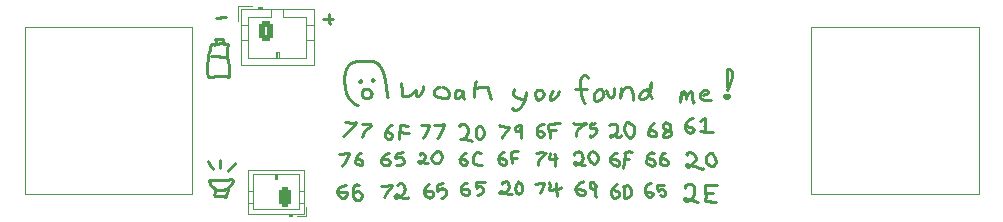
<source format=gbr>
%TF.GenerationSoftware,KiCad,Pcbnew,9.0.3*%
%TF.CreationDate,2025-07-19T05:00:43-04:00*%
%TF.ProjectId,board,626f6172-642e-46b6-9963-61645f706362,rev?*%
%TF.SameCoordinates,Original*%
%TF.FileFunction,Legend,Top*%
%TF.FilePolarity,Positive*%
%FSLAX46Y46*%
G04 Gerber Fmt 4.6, Leading zero omitted, Abs format (unit mm)*
G04 Created by KiCad (PCBNEW 9.0.3) date 2025-07-19 05:00:43*
%MOMM*%
%LPD*%
G01*
G04 APERTURE LIST*
G04 Aperture macros list*
%AMRoundRect*
0 Rectangle with rounded corners*
0 $1 Rounding radius*
0 $2 $3 $4 $5 $6 $7 $8 $9 X,Y pos of 4 corners*
0 Add a 4 corners polygon primitive as box body*
4,1,4,$2,$3,$4,$5,$6,$7,$8,$9,$2,$3,0*
0 Add four circle primitives for the rounded corners*
1,1,$1+$1,$2,$3*
1,1,$1+$1,$4,$5*
1,1,$1+$1,$6,$7*
1,1,$1+$1,$8,$9*
0 Add four rect primitives between the rounded corners*
20,1,$1+$1,$2,$3,$4,$5,0*
20,1,$1+$1,$4,$5,$6,$7,0*
20,1,$1+$1,$6,$7,$8,$9,0*
20,1,$1+$1,$8,$9,$2,$3,0*%
G04 Aperture macros list end*
%ADD10C,0.249999*%
%ADD11C,0.120000*%
%ADD12RoundRect,0.250000X-0.350000X-0.625000X0.350000X-0.625000X0.350000X0.625000X-0.350000X0.625000X0*%
%ADD13O,1.200000X1.750000*%
%ADD14RoundRect,0.250000X0.265000X0.615000X-0.265000X0.615000X-0.265000X-0.615000X0.265000X-0.615000X0*%
%ADD15O,1.030000X1.730000*%
%ADD16C,1.750000*%
%ADD17C,4.000000*%
%ADD18C,3.600000*%
%ADD19C,0.900000*%
%ADD20O,1.204000X2.004000*%
%ADD21O,1.204000X2.204000*%
G04 APERTURE END LIST*
D10*
X39721385Y-36367171D02*
X39728840Y-36367850D01*
X39736083Y-36368880D01*
X39743083Y-36370292D01*
X39749806Y-36372114D01*
X39756221Y-36374373D01*
X39762295Y-36377100D01*
X39767995Y-36380322D01*
X39773290Y-36384069D01*
X39778146Y-36388369D01*
X39782532Y-36393251D01*
X39786414Y-36398744D01*
X39789761Y-36404875D01*
X39792539Y-36411675D01*
X39794718Y-36419171D01*
X39796263Y-36427393D01*
X39797344Y-36436393D01*
X39798047Y-36445381D01*
X39798375Y-36463320D01*
X39797363Y-36481201D01*
X39795128Y-36499017D01*
X39791790Y-36516760D01*
X39787463Y-36534421D01*
X39782267Y-36551995D01*
X39776318Y-36569472D01*
X39769734Y-36586845D01*
X39762633Y-36604106D01*
X39747345Y-36638262D01*
X39715723Y-36704891D01*
X39701911Y-36735450D01*
X39688867Y-36766656D01*
X39682758Y-36782466D01*
X39676991Y-36798394D01*
X39671616Y-36814427D01*
X39666683Y-36830551D01*
X39662243Y-36846750D01*
X39658344Y-36863010D01*
X39655038Y-36879318D01*
X39652375Y-36895658D01*
X39650403Y-36912017D01*
X39649174Y-36928379D01*
X39648737Y-36944732D01*
X39649143Y-36961060D01*
X39649042Y-36968586D01*
X39647932Y-36975168D01*
X39645865Y-36980851D01*
X39642889Y-36985681D01*
X39639054Y-36989702D01*
X39634410Y-36992962D01*
X39629008Y-36995505D01*
X39622896Y-36997378D01*
X39616124Y-36998627D01*
X39608742Y-36999296D01*
X39592349Y-36999082D01*
X39574112Y-36997100D01*
X39554431Y-36993718D01*
X39512327Y-36984216D01*
X39469221Y-36973503D01*
X39448287Y-36968608D01*
X39428296Y-36964508D01*
X39409646Y-36961570D01*
X39392736Y-36960159D01*
X39273959Y-36957509D01*
X39155440Y-36956617D01*
X38918528Y-36955559D01*
X38906667Y-36955592D01*
X38894454Y-36955908D01*
X38869250Y-36957048D01*
X38843465Y-36958295D01*
X38817651Y-36958967D01*
X38804905Y-36958874D01*
X38792358Y-36958380D01*
X38780080Y-36957402D01*
X38768140Y-36955852D01*
X38756605Y-36953646D01*
X38745545Y-36950699D01*
X38735029Y-36946925D01*
X38729997Y-36944701D01*
X38725126Y-36942238D01*
X38710877Y-36933422D01*
X38698641Y-36923527D01*
X38688316Y-36912605D01*
X38679799Y-36900711D01*
X38672989Y-36887896D01*
X38667784Y-36874214D01*
X38664080Y-36859718D01*
X38661776Y-36844460D01*
X38660770Y-36828493D01*
X38660959Y-36811871D01*
X38664513Y-36776871D01*
X38671623Y-36739883D01*
X38681468Y-36701331D01*
X38731857Y-36539946D01*
X38743116Y-36499923D01*
X38752204Y-36460875D01*
X38758303Y-36423227D01*
X38759976Y-36405060D01*
X38760595Y-36387402D01*
X38760605Y-36387442D01*
X38777591Y-36391658D01*
X38794666Y-36395380D01*
X38811821Y-36398638D01*
X38829048Y-36401468D01*
X38863683Y-36405975D01*
X38898504Y-36409166D01*
X38933443Y-36411309D01*
X38968432Y-36412669D01*
X39038286Y-36414112D01*
X39107851Y-36414627D01*
X39177455Y-36413952D01*
X39247060Y-36412029D01*
X39316628Y-36408801D01*
X39386120Y-36404212D01*
X39455500Y-36398204D01*
X39524728Y-36390720D01*
X39593767Y-36381702D01*
X39650140Y-36372175D01*
X39666013Y-36369870D01*
X39682079Y-36368056D01*
X39698078Y-36366961D01*
X39713752Y-36366816D01*
X39721385Y-36367171D01*
X40204212Y-34387670D02*
X40212758Y-34376638D01*
X40224090Y-34362014D01*
X40235466Y-34347398D01*
X40241179Y-34340102D01*
X40246913Y-34332818D01*
X40252670Y-34325552D01*
X40258455Y-34318306D01*
X40264271Y-34311085D01*
X40270120Y-34303892D01*
X40276006Y-34296731D01*
X40281933Y-34289605D01*
X40287903Y-34282519D01*
X40293921Y-34275477D01*
X40299988Y-34268481D01*
X40306108Y-34261537D01*
X40309190Y-34258084D01*
X40312286Y-34254647D01*
X40315396Y-34251223D01*
X40318523Y-34247815D01*
X40321665Y-34244422D01*
X40324823Y-34241046D01*
X40327998Y-34237685D01*
X40331189Y-34234342D01*
X40334399Y-34231016D01*
X40337626Y-34227709D01*
X40340871Y-34224419D01*
X40344135Y-34221149D01*
X40347417Y-34217897D01*
X40350720Y-34214666D01*
X40354042Y-34211455D01*
X40357384Y-34208264D01*
X40360747Y-34205095D01*
X40364132Y-34201948D01*
X40367537Y-34198822D01*
X40370965Y-34195719D01*
X40374415Y-34192640D01*
X40377887Y-34189584D01*
X40381383Y-34186552D01*
X40384902Y-34183545D01*
X40388445Y-34180562D01*
X40392012Y-34177605D01*
X40395604Y-34174674D01*
X40399222Y-34171770D01*
X40402864Y-34168892D01*
X40406533Y-34166042D01*
X40410228Y-34163219D01*
X40413950Y-34160425D01*
X39924623Y-34681309D02*
X39937277Y-34668731D01*
X39951461Y-34654739D01*
X39968180Y-34638348D01*
X39988908Y-34618106D01*
X40003015Y-34604336D01*
X40017106Y-34590551D01*
X40031167Y-34576736D01*
X40045183Y-34562877D01*
X40052168Y-34555925D01*
X40059137Y-34548957D01*
X40066086Y-34541971D01*
X40073015Y-34534964D01*
X40079920Y-34527934D01*
X40086801Y-34520881D01*
X40093654Y-34513801D01*
X40100480Y-34506694D01*
X40107274Y-34499557D01*
X40114036Y-34492388D01*
X40120763Y-34485186D01*
X40127454Y-34477948D01*
X40134107Y-34470673D01*
X40140720Y-34463360D01*
X40147290Y-34456005D01*
X40153817Y-34448608D01*
X40160297Y-34441166D01*
X40166730Y-34433678D01*
X40173112Y-34426141D01*
X40179443Y-34418555D01*
X40185721Y-34410916D01*
X40191943Y-34403224D01*
X40195032Y-34399357D01*
X40198107Y-34395476D01*
X40201167Y-34391580D01*
X40204212Y-34387670D01*
X39829094Y-34824019D02*
X39831801Y-34820502D01*
X39834522Y-34816839D01*
X39837266Y-34813013D01*
X39840046Y-34809001D01*
X39842879Y-34804777D01*
X39845786Y-34800302D01*
X39848798Y-34795523D01*
X39851960Y-34790362D01*
X39855344Y-34784691D01*
X39859085Y-34778278D01*
X39863486Y-34770591D01*
X39867788Y-34762998D01*
X39873875Y-34752273D01*
X39876950Y-34746923D01*
X39880062Y-34741591D01*
X39883223Y-34736283D01*
X39886445Y-34731005D01*
X39888082Y-34728379D01*
X39889739Y-34725764D01*
X39891417Y-34723159D01*
X39893118Y-34720565D01*
X39894842Y-34717985D01*
X39896593Y-34715417D01*
X39898370Y-34712863D01*
X39900176Y-34710325D01*
X39902013Y-34707801D01*
X39903880Y-34705295D01*
X39905781Y-34702805D01*
X39907717Y-34700334D01*
X39909688Y-34697881D01*
X39911697Y-34695448D01*
X39913745Y-34693036D01*
X39915834Y-34690645D01*
X39917964Y-34688276D01*
X39920138Y-34685930D01*
X39922357Y-34683607D01*
X39924623Y-34681309D01*
X39143005Y-34599072D02*
X39143740Y-34590792D01*
X39144405Y-34582400D01*
X39144999Y-34573890D01*
X39145523Y-34565255D01*
X39145975Y-34556487D01*
X39146355Y-34547577D01*
X39146663Y-34538515D01*
X39146896Y-34529290D01*
X39147055Y-34519890D01*
X39147137Y-34510300D01*
X39147143Y-34500504D01*
X39147069Y-34490485D01*
X39146914Y-34480219D01*
X39146677Y-34469682D01*
X39146353Y-34458844D01*
X39145941Y-34447666D01*
X39145436Y-34436103D01*
X39144833Y-34424099D01*
X39144126Y-34411579D01*
X39143306Y-34398444D01*
X39142361Y-34384556D01*
X39141274Y-34369716D01*
X39140017Y-34353605D01*
X39138542Y-34335667D01*
X39136747Y-34314720D01*
X39134241Y-34286269D01*
X39131927Y-34260012D01*
X39130790Y-34246885D01*
X39129680Y-34233760D01*
X39128602Y-34220638D01*
X39127568Y-34207518D01*
X39126583Y-34194400D01*
X39125658Y-34181285D01*
X39124800Y-34168174D01*
X39124399Y-34161619D01*
X39124017Y-34155065D01*
X39123657Y-34148512D01*
X39123319Y-34141960D01*
X39123005Y-34135409D01*
X39122714Y-34128859D01*
X39122449Y-34122310D01*
X39122210Y-34115762D01*
X39121998Y-34109215D01*
X39121815Y-34102669D01*
X39121661Y-34096124D01*
X39121537Y-34089580D01*
X39121446Y-34083038D01*
X39121387Y-34076497D01*
X39121361Y-34069957D01*
X39121370Y-34063418D01*
X39121415Y-34056880D01*
X39121497Y-34050344D01*
X39121617Y-34043810D01*
X39121776Y-34037276D01*
X39121974Y-34030744D01*
X39122214Y-34024214D01*
X39122495Y-34017685D01*
X39122820Y-34011157D01*
X39123189Y-34004631D01*
X39123604Y-33998107D01*
X39124064Y-33991584D01*
X39124572Y-33985063D01*
X39125128Y-33978543D01*
X39125734Y-33972025D01*
X39126390Y-33965509D01*
X39127098Y-33958995D01*
X39127858Y-33952482D01*
X39128672Y-33945971D01*
X39129540Y-33939462D01*
X39130465Y-33932955D01*
X39131446Y-33926450D01*
X39132485Y-33919946D01*
X39133583Y-33913445D01*
X39134740Y-33906946D01*
X39135959Y-33900448D01*
X39137240Y-33893953D01*
X39138584Y-33887460D01*
X39139992Y-33880969D01*
X39141465Y-33874480D01*
X39143005Y-33867993D01*
X38264704Y-34255280D02*
X38256851Y-34239994D01*
X38246424Y-34219553D01*
X38237945Y-34202924D01*
X38229419Y-34186297D01*
X38225127Y-34177992D01*
X38220810Y-34169699D01*
X38216464Y-34161419D01*
X38212085Y-34153157D01*
X38207667Y-34144916D01*
X38203208Y-34136700D01*
X38198702Y-34128512D01*
X38194145Y-34120355D01*
X38189534Y-34112234D01*
X38184863Y-34104151D01*
X38180129Y-34096110D01*
X38177736Y-34092106D01*
X38175326Y-34088114D01*
X38172899Y-34084135D01*
X38170452Y-34080168D01*
X38167986Y-34076214D01*
X38165501Y-34072274D01*
X38162996Y-34068348D01*
X38160469Y-34064436D01*
X38157922Y-34060539D01*
X38155353Y-34056658D01*
X38152761Y-34052792D01*
X38150147Y-34048942D01*
X38147509Y-34045109D01*
X38144847Y-34041293D01*
X38142160Y-34037494D01*
X38139449Y-34033714D01*
X38136712Y-34029951D01*
X38133949Y-34026208D01*
X38131159Y-34022484D01*
X38128342Y-34018779D01*
X38125498Y-34015094D01*
X38122625Y-34011430D01*
X38119723Y-34007787D01*
X38116792Y-34004165D01*
X38113832Y-34000565D01*
X38110840Y-33996988D01*
X38107818Y-33993433D01*
X38104765Y-33989901D01*
X38101679Y-33986393D01*
X38098561Y-33982908D01*
X38095410Y-33979449D01*
X38092225Y-33976014D01*
X38089006Y-33972604D01*
X38085752Y-33969220D01*
X38558142Y-34644061D02*
X38553069Y-34640915D01*
X38548027Y-34637695D01*
X38543014Y-34634398D01*
X38538030Y-34631026D01*
X38533073Y-34627575D01*
X38528143Y-34624046D01*
X38523239Y-34620438D01*
X38518359Y-34616748D01*
X38513504Y-34612977D01*
X38508671Y-34609123D01*
X38503859Y-34605184D01*
X38499069Y-34601159D01*
X38494298Y-34597047D01*
X38489546Y-34592846D01*
X38484811Y-34588554D01*
X38480094Y-34584170D01*
X38475391Y-34579691D01*
X38470703Y-34575115D01*
X38466027Y-34570442D01*
X38461364Y-34565667D01*
X38456710Y-34560789D01*
X38452066Y-34555805D01*
X38447429Y-34550712D01*
X38442798Y-34545508D01*
X38438172Y-34540189D01*
X38433548Y-34534752D01*
X38428925Y-34529194D01*
X38424301Y-34523509D01*
X38419673Y-34517694D01*
X38415040Y-34511744D01*
X38410399Y-34505655D01*
X38405746Y-34499420D01*
X38401079Y-34493034D01*
X38396395Y-34486489D01*
X38391690Y-34479778D01*
X38386960Y-34472893D01*
X38382199Y-34465825D01*
X38377403Y-34458562D01*
X38372566Y-34451092D01*
X38367680Y-34443403D01*
X38362737Y-34435476D01*
X38357728Y-34427294D01*
X38352641Y-34418833D01*
X38347462Y-34410067D01*
X38342174Y-34400961D01*
X38336756Y-34391475D01*
X38331180Y-34381555D01*
X38325410Y-34371130D01*
X38319395Y-34360103D01*
X38313065Y-34348335D01*
X38306308Y-34335613D01*
X38298938Y-34321575D01*
X38290586Y-34305508D01*
X38280283Y-34285539D01*
X38275650Y-34276534D01*
X38264704Y-34255280D01*
X39847406Y-36204847D02*
X39845307Y-36207051D01*
X39843221Y-36209269D01*
X39841167Y-36211483D01*
X39839128Y-36213711D01*
X39837119Y-36215935D01*
X39835126Y-36218173D01*
X39833164Y-36220405D01*
X39831217Y-36222651D01*
X39829301Y-36224892D01*
X39827400Y-36227146D01*
X39825531Y-36229394D01*
X39823676Y-36231655D01*
X39821853Y-36233910D01*
X39820046Y-36236178D01*
X39818270Y-36238439D01*
X39816509Y-36240712D01*
X39814779Y-36242979D01*
X39813065Y-36245258D01*
X39811382Y-36247530D01*
X39809715Y-36249813D01*
X39808078Y-36252090D01*
X39806458Y-36254378D01*
X39804867Y-36256658D01*
X39803293Y-36258950D01*
X39801749Y-36261234D01*
X39800221Y-36263530D01*
X39798723Y-36265817D01*
X39797242Y-36268116D01*
X39795790Y-36270407D01*
X39794355Y-36272708D01*
X39792948Y-36275001D01*
X39791559Y-36277305D01*
X39790198Y-36279600D01*
X39788855Y-36281906D01*
X39787539Y-36284204D01*
X39786241Y-36286511D01*
X39784971Y-36288811D01*
X39783718Y-36291120D01*
X39782493Y-36293421D01*
X39781285Y-36295732D01*
X39780104Y-36298034D01*
X39778941Y-36300346D01*
X39777804Y-36302650D01*
X39776686Y-36304963D01*
X39775594Y-36307268D01*
X39774519Y-36309581D01*
X39773471Y-36311887D01*
X39772441Y-36314202D01*
X39771436Y-36316509D01*
X39770449Y-36318824D01*
X39769488Y-36321131D01*
X39768545Y-36323447D01*
X39767627Y-36325755D01*
X39766727Y-36328071D01*
X39765851Y-36330380D01*
X39764994Y-36332697D01*
X39764162Y-36335006D01*
X39763347Y-36337323D01*
X39762557Y-36339633D01*
X39761785Y-36341951D01*
X39761627Y-36342434D01*
X40130480Y-35883887D02*
X40127732Y-35889347D01*
X40124898Y-35894800D01*
X40121976Y-35900250D01*
X40118965Y-35905699D01*
X40115862Y-35911148D01*
X40112666Y-35916601D01*
X40109375Y-35922059D01*
X40105985Y-35927526D01*
X40102495Y-35933005D01*
X40098901Y-35938498D01*
X40095201Y-35944009D01*
X40091390Y-35949541D01*
X40087466Y-35955099D01*
X40083424Y-35960686D01*
X40079259Y-35966307D01*
X40074966Y-35971967D01*
X40070540Y-35977673D01*
X40065974Y-35983429D01*
X40061260Y-35989243D01*
X40056392Y-35995123D01*
X40051358Y-36001078D01*
X40046149Y-36007119D01*
X40040752Y-36013256D01*
X40035151Y-36019505D01*
X40029330Y-36025882D01*
X40023266Y-36032408D01*
X40016934Y-36039108D01*
X40010299Y-36046013D01*
X40003320Y-36053164D01*
X39995938Y-36060615D01*
X39988076Y-36068441D01*
X39979617Y-36076753D01*
X39970380Y-36085721D01*
X39960047Y-36095647D01*
X39947953Y-36107166D01*
X39930865Y-36123341D01*
X39920249Y-36133382D01*
X39909650Y-36143437D01*
X39899087Y-36153520D01*
X39893823Y-36158577D01*
X39888576Y-36163646D01*
X39883345Y-36168728D01*
X39878135Y-36173827D01*
X39872946Y-36178943D01*
X39867781Y-36184078D01*
X39862642Y-36189234D01*
X39857532Y-36194413D01*
X39852453Y-36199617D01*
X39847406Y-36204847D01*
X40211510Y-35611356D02*
X40212857Y-35614200D01*
X40214123Y-35617058D01*
X40215309Y-35619933D01*
X40216416Y-35622824D01*
X40217445Y-35625734D01*
X40218397Y-35628663D01*
X40219272Y-35631614D01*
X40220070Y-35634586D01*
X40220792Y-35637583D01*
X40221438Y-35640604D01*
X40222009Y-35643652D01*
X40222504Y-35646728D01*
X40222924Y-35649834D01*
X40223267Y-35652972D01*
X40223534Y-35656143D01*
X40223723Y-35659349D01*
X40223836Y-35662592D01*
X40223870Y-35665875D01*
X40223825Y-35669198D01*
X40223699Y-35672565D01*
X40223493Y-35675977D01*
X40223203Y-35679438D01*
X40222830Y-35682948D01*
X40222371Y-35686512D01*
X40221824Y-35690132D01*
X40221189Y-35693810D01*
X40220462Y-35697551D01*
X40219641Y-35701356D01*
X40218724Y-35705231D01*
X40217708Y-35709179D01*
X40216590Y-35713204D01*
X40215367Y-35717311D01*
X40214035Y-35721505D01*
X40212591Y-35725793D01*
X40211029Y-35730181D01*
X40209345Y-35734676D01*
X40207532Y-35739287D01*
X40205586Y-35744024D01*
X40203497Y-35748899D01*
X40201257Y-35753926D01*
X40198856Y-35759123D01*
X40196280Y-35764510D01*
X40193513Y-35770115D01*
X40190533Y-35775974D01*
X40187313Y-35782135D01*
X40183811Y-35788668D01*
X40179967Y-35795676D01*
X40175680Y-35803333D01*
X40170760Y-35811970D01*
X40164740Y-35822395D01*
X40160509Y-35829677D01*
X40156437Y-35836686D01*
X40152417Y-35843635D01*
X40148468Y-35850522D01*
X40144610Y-35857342D01*
X40140863Y-35864092D01*
X40139037Y-35867440D01*
X40137246Y-35870768D01*
X40135493Y-35874078D01*
X40133779Y-35877368D01*
X40132107Y-35880638D01*
X40130480Y-35883887D01*
X39468746Y-35611224D02*
X39473676Y-35611828D01*
X39478700Y-35612363D01*
X39483823Y-35612829D01*
X39489048Y-35613224D01*
X39494377Y-35613547D01*
X39499815Y-35613796D01*
X39505364Y-35613971D01*
X39511030Y-35614070D01*
X39516816Y-35614091D01*
X39522726Y-35614033D01*
X39528766Y-35613894D01*
X39534941Y-35613672D01*
X39541257Y-35613366D01*
X39547718Y-35612973D01*
X39554333Y-35612490D01*
X39561109Y-35611917D01*
X39568052Y-35611249D01*
X39575172Y-35610485D01*
X39582480Y-35609620D01*
X39589985Y-35608653D01*
X39597700Y-35607578D01*
X39605639Y-35606392D01*
X39613818Y-35605090D01*
X39622257Y-35603666D01*
X39630976Y-35602115D01*
X39640002Y-35600430D01*
X39649367Y-35598600D01*
X39659108Y-35596617D01*
X39669275Y-35594468D01*
X39679929Y-35592135D01*
X39691155Y-35589597D01*
X39703065Y-35586824D01*
X39715827Y-35583774D01*
X39729701Y-35580379D01*
X39745143Y-35576523D01*
X39763094Y-35571965D01*
X39789609Y-35565152D01*
X39806554Y-35560792D01*
X39823438Y-35556475D01*
X39840243Y-35552236D01*
X39848609Y-35550156D01*
X39856949Y-35548107D01*
X39865260Y-35546094D01*
X39873539Y-35544122D01*
X39881785Y-35542193D01*
X39889996Y-35540312D01*
X39898168Y-35538484D01*
X39906300Y-35536713D01*
X39914389Y-35535002D01*
X39922434Y-35533355D01*
X39930431Y-35531778D01*
X39938379Y-35530273D01*
X39946276Y-35528846D01*
X39954118Y-35527499D01*
X39961905Y-35526239D01*
X39965776Y-35525642D01*
X39969633Y-35525067D01*
X39973474Y-35524516D01*
X39977300Y-35523990D01*
X39981111Y-35523487D01*
X39984905Y-35523010D01*
X39988683Y-35522558D01*
X39992444Y-35522132D01*
X39996189Y-35521732D01*
X39999916Y-35521359D01*
X40003626Y-35521014D01*
X40007318Y-35520698D01*
X40010992Y-35520409D01*
X40014648Y-35520150D01*
X40018286Y-35519920D01*
X40021904Y-35519721D01*
X40025504Y-35519552D01*
X40029084Y-35519414D01*
X40032644Y-35519308D01*
X40036184Y-35519234D01*
X40039704Y-35519192D01*
X40043204Y-35519184D01*
X40046683Y-35519210D01*
X40050140Y-35519270D01*
X40053576Y-35519365D01*
X40056991Y-35519494D01*
X40060384Y-35519660D01*
X40063754Y-35519862D01*
X40067102Y-35520101D01*
X40070427Y-35520377D01*
X40073729Y-35520691D01*
X40077007Y-35521044D01*
X40080262Y-35521435D01*
X40083493Y-35521866D01*
X40086700Y-35522336D01*
X40089882Y-35522847D01*
X40093040Y-35523399D01*
X40096172Y-35523993D01*
X40099280Y-35524628D01*
X40102361Y-35525306D01*
X40105417Y-35526027D01*
X40108446Y-35526792D01*
X40111449Y-35527600D01*
X40114425Y-35528453D01*
X40117374Y-35529351D01*
X40120296Y-35530295D01*
X40123190Y-35531285D01*
X40126056Y-35532321D01*
X40128894Y-35533405D01*
X40131704Y-35534536D01*
X40134485Y-35535716D01*
X40137236Y-35536944D01*
X40139959Y-35538221D01*
X40142652Y-35539548D01*
X40145315Y-35540926D01*
X40147948Y-35542354D01*
X40150550Y-35543833D01*
X40153122Y-35545364D01*
X40155663Y-35546948D01*
X40158172Y-35548584D01*
X40160650Y-35550274D01*
X40163096Y-35552017D01*
X40165510Y-35553815D01*
X40167892Y-35555668D01*
X40170240Y-35557576D01*
X40172556Y-35559540D01*
X40174839Y-35561560D01*
X40177088Y-35563637D01*
X40179303Y-35565772D01*
X40181484Y-35567965D01*
X40183631Y-35570216D01*
X40185742Y-35572527D01*
X40187819Y-35574896D01*
X40189861Y-35577326D01*
X40191867Y-35579817D01*
X40193838Y-35582368D01*
X40195772Y-35584981D01*
X40197670Y-35587657D01*
X40199531Y-35590394D01*
X40201356Y-35593195D01*
X40203143Y-35596060D01*
X40204892Y-35598989D01*
X40206604Y-35601982D01*
X40208278Y-35605041D01*
X40209913Y-35608165D01*
X40211510Y-35611356D01*
X38685774Y-35554784D02*
X38701214Y-35554465D01*
X38716778Y-35554223D01*
X38732470Y-35554058D01*
X38748294Y-35553972D01*
X38764255Y-35553965D01*
X38780360Y-35554037D01*
X38796614Y-35554190D01*
X38813022Y-35554423D01*
X38829593Y-35554739D01*
X38846331Y-35555137D01*
X38863246Y-35555619D01*
X38880344Y-35556186D01*
X38897636Y-35556839D01*
X38915130Y-35557579D01*
X38932836Y-35558407D01*
X38950766Y-35559326D01*
X38968932Y-35560336D01*
X38987347Y-35561440D01*
X39006026Y-35562639D01*
X39024985Y-35563936D01*
X39044242Y-35565332D01*
X39063816Y-35566832D01*
X39083731Y-35568436D01*
X39104012Y-35570150D01*
X39124688Y-35571977D01*
X39145791Y-35573921D01*
X39167359Y-35575987D01*
X39189436Y-35578181D01*
X39212075Y-35580510D01*
X39235337Y-35582983D01*
X39259297Y-35585609D01*
X39284046Y-35588401D01*
X39309700Y-35591374D01*
X39336406Y-35594548D01*
X39364358Y-35597949D01*
X39393822Y-35601611D01*
X39425184Y-35605588D01*
X39459035Y-35609958D01*
X39468746Y-35611224D01*
X38194859Y-35560784D02*
X38202388Y-35559473D01*
X38210007Y-35558226D01*
X38217723Y-35557045D01*
X38225541Y-35555928D01*
X38233467Y-35554876D01*
X38241506Y-35553889D01*
X38249666Y-35552967D01*
X38257956Y-35552110D01*
X38266382Y-35551319D01*
X38274956Y-35550594D01*
X38283688Y-35549935D01*
X38292589Y-35549343D01*
X38301675Y-35548817D01*
X38310960Y-35548360D01*
X38320463Y-35547971D01*
X38330206Y-35547651D01*
X38340213Y-35547402D01*
X38350515Y-35547223D01*
X38361148Y-35547118D01*
X38372159Y-35547088D01*
X38383604Y-35547135D01*
X38395560Y-35547263D01*
X38408125Y-35547475D01*
X38421442Y-35547777D01*
X38435721Y-35548178D01*
X38451298Y-35548692D01*
X38468791Y-35549344D01*
X38489579Y-35550190D01*
X38511369Y-35551121D01*
X38533179Y-35552053D01*
X38554991Y-35552939D01*
X38565896Y-35553351D01*
X38576802Y-35553735D01*
X38587706Y-35554086D01*
X38598610Y-35554396D01*
X38609513Y-35554662D01*
X38620414Y-35554877D01*
X38631313Y-35555035D01*
X38642210Y-35555132D01*
X38653105Y-35555161D01*
X38663998Y-35555116D01*
X38669443Y-35555064D01*
X38674887Y-35554992D01*
X38680331Y-35554899D01*
X38685774Y-35554784D01*
X38268158Y-35760695D02*
X38268066Y-35758716D01*
X38267891Y-35756655D01*
X38267627Y-35754507D01*
X38267272Y-35752266D01*
X38266821Y-35749928D01*
X38266269Y-35747487D01*
X38265610Y-35744937D01*
X38264839Y-35742272D01*
X38263950Y-35739485D01*
X38262936Y-35736568D01*
X38261789Y-35733514D01*
X38260503Y-35730313D01*
X38259068Y-35726954D01*
X38257474Y-35723426D01*
X38255710Y-35719715D01*
X38253765Y-35715805D01*
X38251622Y-35711676D01*
X38249264Y-35707304D01*
X38246669Y-35702656D01*
X38243807Y-35697690D01*
X38240638Y-35692348D01*
X38237103Y-35686539D01*
X38233106Y-35680119D01*
X38228469Y-35672811D01*
X38222765Y-35663953D01*
X38218445Y-35657289D01*
X38212710Y-35648439D01*
X38209898Y-35644071D01*
X38207137Y-35639749D01*
X38204438Y-35635478D01*
X38201813Y-35631265D01*
X38199271Y-35627115D01*
X38196824Y-35623034D01*
X38194482Y-35619028D01*
X38192257Y-35615102D01*
X38190160Y-35611263D01*
X38189162Y-35609377D01*
X38188201Y-35607515D01*
X38187276Y-35605678D01*
X38186391Y-35603865D01*
X38185545Y-35602079D01*
X38184741Y-35600319D01*
X38183980Y-35598587D01*
X38183263Y-35596882D01*
X38182591Y-35595207D01*
X38181966Y-35593561D01*
X38181389Y-35591945D01*
X38180862Y-35590360D01*
X38180386Y-35588807D01*
X38179962Y-35587286D01*
X38179592Y-35585798D01*
X38179277Y-35584344D01*
X38179018Y-35582925D01*
X38178817Y-35581541D01*
X38178675Y-35580193D01*
X38178594Y-35578881D01*
X38178574Y-35577608D01*
X38178618Y-35576372D01*
X38178726Y-35575175D01*
X38178900Y-35574018D01*
X38179141Y-35572901D01*
X38179451Y-35571825D01*
X38179632Y-35571303D01*
X38179831Y-35570791D01*
X38180048Y-35570290D01*
X38180283Y-35569799D01*
X38180536Y-35569320D01*
X38180807Y-35568851D01*
X38181097Y-35568393D01*
X38181405Y-35567947D01*
X38181732Y-35567511D01*
X38182079Y-35567087D01*
X38182444Y-35566674D01*
X38182829Y-35566273D01*
X38183234Y-35565883D01*
X38183658Y-35565504D01*
X38184102Y-35565138D01*
X38184566Y-35564783D01*
X38185050Y-35564440D01*
X38185555Y-35564109D01*
X38186081Y-35563790D01*
X38186627Y-35563483D01*
X38187194Y-35563189D01*
X38187782Y-35562907D01*
X38189022Y-35562380D01*
X38190348Y-35561903D01*
X38191762Y-35561478D01*
X38193265Y-35561105D01*
X38194859Y-35560784D01*
X38411650Y-36067083D02*
X38409070Y-36064265D01*
X38406501Y-36061429D01*
X38403962Y-36058597D01*
X38401435Y-36055748D01*
X38398938Y-36052902D01*
X38396454Y-36050041D01*
X38394000Y-36047184D01*
X38391560Y-36044312D01*
X38389151Y-36041445D01*
X38386756Y-36038564D01*
X38384392Y-36035689D01*
X38382043Y-36032799D01*
X38379725Y-36029917D01*
X38377422Y-36027021D01*
X38375151Y-36024133D01*
X38372895Y-36021231D01*
X38370672Y-36018339D01*
X38368464Y-36015433D01*
X38366288Y-36012537D01*
X38364128Y-36009628D01*
X38362001Y-36006729D01*
X38359889Y-36003818D01*
X38357811Y-36000918D01*
X38355748Y-35998007D01*
X38353719Y-35995106D01*
X38351705Y-35992194D01*
X38349725Y-35989294D01*
X38347761Y-35986383D01*
X38345830Y-35983484D01*
X38343916Y-35980575D01*
X38342035Y-35977678D01*
X38340171Y-35974771D01*
X38338339Y-35971878D01*
X38336525Y-35968974D01*
X38334743Y-35966084D01*
X38332978Y-35963184D01*
X38331246Y-35960299D01*
X38329532Y-35957404D01*
X38327849Y-35954523D01*
X38326184Y-35951633D01*
X38324551Y-35948758D01*
X38322936Y-35945874D01*
X38321353Y-35943004D01*
X38319788Y-35940127D01*
X38318253Y-35937264D01*
X38316738Y-35934393D01*
X38315253Y-35931537D01*
X38313786Y-35928674D01*
X38312350Y-35925826D01*
X38310933Y-35922970D01*
X38309546Y-35920129D01*
X38308178Y-35917282D01*
X38306839Y-35914449D01*
X38305520Y-35911610D01*
X38304229Y-35908786D01*
X38302958Y-35905956D01*
X38301716Y-35903141D01*
X38300493Y-35900320D01*
X38299298Y-35897514D01*
X38298123Y-35894702D01*
X38296976Y-35891906D01*
X38295849Y-35889103D01*
X38294749Y-35886316D01*
X38293669Y-35883524D01*
X38292616Y-35880747D01*
X38291583Y-35877964D01*
X38290577Y-35875197D01*
X38289590Y-35872425D01*
X38288630Y-35869667D01*
X38287690Y-35866905D01*
X38286776Y-35864158D01*
X38285881Y-35861406D01*
X38285013Y-35858670D01*
X38284164Y-35855929D01*
X38283341Y-35853202D01*
X38282538Y-35850472D01*
X38281760Y-35847756D01*
X38281001Y-35845036D01*
X38280268Y-35842330D01*
X38279554Y-35839621D01*
X38278865Y-35836926D01*
X38278196Y-35834227D01*
X38277551Y-35831543D01*
X38276926Y-35828855D01*
X38276324Y-35826181D01*
X38275743Y-35823503D01*
X38275185Y-35820840D01*
X38274647Y-35818173D01*
X38274132Y-35815520D01*
X38273637Y-35812864D01*
X38273165Y-35810222D01*
X38272713Y-35807576D01*
X38272284Y-35804944D01*
X38271874Y-35802309D01*
X38271487Y-35799687D01*
X38271119Y-35797062D01*
X38270774Y-35794450D01*
X38270449Y-35791836D01*
X38270146Y-35789234D01*
X38269862Y-35786630D01*
X38269600Y-35784038D01*
X38269358Y-35781444D01*
X38269137Y-35778863D01*
X38268937Y-35776279D01*
X38268757Y-35773706D01*
X38268597Y-35771132D01*
X38268458Y-35768570D01*
X38268340Y-35766005D01*
X38268241Y-35763452D01*
X38268163Y-35760897D01*
X38268158Y-35760695D01*
X38760595Y-36409897D02*
X38757720Y-36404890D01*
X38754759Y-36399895D01*
X38751711Y-36394907D01*
X38748574Y-36389927D01*
X38745346Y-36384950D01*
X38742024Y-36379977D01*
X38738607Y-36375003D01*
X38735092Y-36370027D01*
X38731476Y-36365047D01*
X38727757Y-36360058D01*
X38723930Y-36355060D01*
X38719993Y-36350047D01*
X38715942Y-36345018D01*
X38711772Y-36339968D01*
X38707479Y-36334894D01*
X38703058Y-36329791D01*
X38698502Y-36324654D01*
X38693806Y-36319478D01*
X38688962Y-36314258D01*
X38683962Y-36308985D01*
X38678797Y-36303653D01*
X38673456Y-36298254D01*
X38667925Y-36292776D01*
X38662192Y-36287207D01*
X38656239Y-36281535D01*
X38650043Y-36275742D01*
X38643582Y-36269807D01*
X38636821Y-36263704D01*
X38629721Y-36257400D01*
X38622229Y-36250852D01*
X38614270Y-36244001D01*
X38605742Y-36236761D01*
X38596484Y-36229003D01*
X38586228Y-36220507D01*
X38574451Y-36210847D01*
X38559807Y-36198924D01*
X38552308Y-36192837D01*
X38533858Y-36177841D01*
X38524660Y-36170322D01*
X38515492Y-36162777D01*
X38506366Y-36155198D01*
X38497291Y-36147576D01*
X38492777Y-36143746D01*
X38488279Y-36139902D01*
X38483799Y-36136043D01*
X38479339Y-36132168D01*
X38474899Y-36128275D01*
X38470481Y-36124365D01*
X38466086Y-36120435D01*
X38461716Y-36116484D01*
X38457372Y-36112512D01*
X38453054Y-36108517D01*
X38448765Y-36104498D01*
X38444506Y-36100455D01*
X38440277Y-36096385D01*
X38436081Y-36092289D01*
X38431918Y-36088164D01*
X38427790Y-36084011D01*
X38423698Y-36079827D01*
X38419643Y-36075612D01*
X38415626Y-36071364D01*
X38411650Y-36067083D01*
X39291666Y-24000872D02*
X39338354Y-24005207D01*
X39385408Y-24011847D01*
X39432694Y-24020392D01*
X39480075Y-24030444D01*
X39574582Y-24053476D01*
X39667847Y-24077757D01*
X39758785Y-24100101D01*
X39766412Y-24102546D01*
X39772978Y-24106128D01*
X39778535Y-24110791D01*
X39783138Y-24116479D01*
X39786840Y-24123133D01*
X39789697Y-24130699D01*
X39791761Y-24139118D01*
X39793088Y-24148336D01*
X39793742Y-24168938D01*
X39792091Y-24192053D01*
X39788567Y-24217226D01*
X39783603Y-24244007D01*
X39757971Y-24358143D01*
X39752280Y-24386167D01*
X39747739Y-24413083D01*
X39744780Y-24438436D01*
X39743835Y-24461775D01*
X39743317Y-24524726D01*
X39740979Y-24587440D01*
X39733387Y-24712470D01*
X39729406Y-24774939D01*
X39726149Y-24837479D01*
X39724254Y-24900168D01*
X39724356Y-24963082D01*
X39727769Y-25038026D01*
X39734510Y-25112076D01*
X39744094Y-25185348D01*
X39756033Y-25257957D01*
X39785032Y-25401642D01*
X39817616Y-25544051D01*
X39849891Y-25686103D01*
X39864698Y-25757282D01*
X39877968Y-25828716D01*
X39889215Y-25900521D01*
X39897953Y-25972810D01*
X39903695Y-26045700D01*
X39905954Y-26119304D01*
X39905315Y-26437831D01*
X39906613Y-26596974D01*
X39908606Y-26676510D01*
X39911854Y-26756021D01*
X39912302Y-26771787D01*
X39912013Y-26786002D01*
X39911014Y-26798731D01*
X39909333Y-26810041D01*
X39906995Y-26819996D01*
X39904029Y-26828660D01*
X39900462Y-26836099D01*
X39896320Y-26842378D01*
X39891631Y-26847561D01*
X39886422Y-26851714D01*
X39880720Y-26854901D01*
X39874552Y-26857188D01*
X39867945Y-26858639D01*
X39860926Y-26859320D01*
X39853523Y-26859295D01*
X39845763Y-26858629D01*
X39829278Y-26855634D01*
X39811690Y-26850856D01*
X39793213Y-26844814D01*
X39774067Y-26838027D01*
X39734630Y-26824299D01*
X39714775Y-26818396D01*
X39695116Y-26813827D01*
X39598028Y-26797665D01*
X39500707Y-26786058D01*
X39403192Y-26778660D01*
X39305524Y-26775126D01*
X39207742Y-26775113D01*
X39109886Y-26778274D01*
X39011997Y-26784266D01*
X38914114Y-26792742D01*
X38718529Y-26815773D01*
X38523450Y-26844607D01*
X38136091Y-26908655D01*
X38136076Y-26908654D01*
X38134397Y-26866347D01*
X38130516Y-26824380D01*
X38124745Y-26782706D01*
X38117398Y-26741274D01*
X38108785Y-26700037D01*
X38099220Y-26658945D01*
X38078479Y-26577003D01*
X38057674Y-26495058D01*
X38048028Y-26453962D01*
X38039303Y-26412719D01*
X38031811Y-26371280D01*
X38025864Y-26329596D01*
X38021774Y-26287618D01*
X38019854Y-26245298D01*
X38019730Y-26175197D01*
X38021625Y-26105170D01*
X38025325Y-26035209D01*
X38030614Y-25965307D01*
X38045106Y-25825644D01*
X38063387Y-25686117D01*
X38104453Y-25407214D01*
X38123809Y-25267709D01*
X38140095Y-25128083D01*
X38145293Y-25084073D01*
X38151830Y-25040290D01*
X38159555Y-24996710D01*
X38168319Y-24953305D01*
X38188367Y-24866915D01*
X38210776Y-24780909D01*
X38257898Y-24609198D01*
X38280219Y-24523069D01*
X38300117Y-24436475D01*
X38305400Y-24408433D01*
X38310117Y-24378779D01*
X38319409Y-24316803D01*
X38324759Y-24285568D01*
X38331096Y-24254892D01*
X38338808Y-24225318D01*
X38343301Y-24211114D01*
X38348283Y-24197389D01*
X38353802Y-24184211D01*
X38359908Y-24171648D01*
X38366649Y-24159768D01*
X38374073Y-24148639D01*
X38382228Y-24138328D01*
X38391164Y-24128904D01*
X38400928Y-24120434D01*
X38411569Y-24112986D01*
X38423136Y-24106629D01*
X38435677Y-24101429D01*
X38449241Y-24097455D01*
X38463876Y-24094775D01*
X38479631Y-24093456D01*
X38496554Y-24093567D01*
X38514693Y-24095176D01*
X38534098Y-24098349D01*
X38564584Y-24103855D01*
X38595451Y-24108337D01*
X38626626Y-24111764D01*
X38658036Y-24114104D01*
X38689609Y-24115323D01*
X38721272Y-24115390D01*
X38752951Y-24114272D01*
X38784575Y-24111937D01*
X38816070Y-24108352D01*
X38847364Y-24103485D01*
X38878383Y-24097303D01*
X38909056Y-24089775D01*
X38939310Y-24080867D01*
X38969071Y-24070548D01*
X38998267Y-24058784D01*
X39026825Y-24045544D01*
X39047491Y-24036007D01*
X39068468Y-24027692D01*
X39089740Y-24020551D01*
X39111290Y-24014534D01*
X39133102Y-24009590D01*
X39155157Y-24005671D01*
X39199932Y-24000705D01*
X39245480Y-23999238D01*
X39291666Y-24000872D01*
X47882206Y-21934546D02*
X47938064Y-21939049D01*
X47965998Y-21941281D01*
X47993934Y-21943495D01*
X48019820Y-21945526D01*
X48045708Y-21947534D01*
X48067878Y-21949231D01*
X48090050Y-21950906D01*
X48110056Y-21952397D01*
X48130063Y-21953865D01*
X48148579Y-21955204D01*
X48167096Y-21956521D01*
X48184493Y-21957738D01*
X48201892Y-21958934D01*
X48218405Y-21960048D01*
X48234919Y-21961142D01*
X48250707Y-21962166D01*
X48266495Y-21963171D01*
X48281672Y-21964115D01*
X48296850Y-21965039D01*
X48311502Y-21965911D01*
X48326155Y-21966762D01*
X48340349Y-21967566D01*
X48354544Y-21968349D01*
X48368334Y-21969090D01*
X48382124Y-21969810D01*
X48395551Y-21970491D01*
X48408980Y-21971151D01*
X48422082Y-21971776D01*
X48435184Y-21972379D01*
X48447990Y-21972949D01*
X48460796Y-21973498D01*
X48473332Y-21974016D01*
X48485867Y-21974513D01*
X48498154Y-21974980D01*
X48510441Y-21975426D01*
X48522497Y-21975844D01*
X48534555Y-21976242D01*
X48546398Y-21976612D01*
X48558242Y-21976962D01*
X48569886Y-21977286D01*
X48581532Y-21977590D01*
X48592990Y-21977868D01*
X48604450Y-21978127D01*
X48615734Y-21978361D01*
X48627020Y-21978575D01*
X48638141Y-21978765D01*
X48649262Y-21978936D01*
X48660228Y-21979083D01*
X48671195Y-21979211D01*
X48682015Y-21979317D01*
X48692836Y-21979402D01*
X48703518Y-21979467D01*
X48714200Y-21979511D01*
X48725758Y-21979535D01*
X48375507Y-22200845D02*
X48375651Y-22201465D01*
X48377769Y-22210579D01*
X48379938Y-22219749D01*
X48381051Y-22224347D01*
X48382189Y-22228950D01*
X48383356Y-22233553D01*
X48384555Y-22238155D01*
X48385790Y-22242751D01*
X48387065Y-22247338D01*
X48388385Y-22251914D01*
X48389753Y-22256474D01*
X48391174Y-22261016D01*
X48392650Y-22265536D01*
X48394187Y-22270031D01*
X48395787Y-22274497D01*
X48397456Y-22278933D01*
X48398317Y-22281137D01*
X48399196Y-22283333D01*
X48400095Y-22285519D01*
X48401013Y-22287695D01*
X48401951Y-22289861D01*
X48402909Y-22292016D01*
X48403888Y-22294160D01*
X48404889Y-22296292D01*
X48405911Y-22298412D01*
X48406956Y-22300520D01*
X48408024Y-22302616D01*
X48409116Y-22304698D01*
X48410231Y-22306766D01*
X48411371Y-22308820D01*
X48412535Y-22310860D01*
X48413725Y-22312885D01*
X48414941Y-22314895D01*
X48416183Y-22316889D01*
X48417453Y-22318868D01*
X48418749Y-22320829D01*
X48420073Y-22322774D01*
X48421426Y-22324702D01*
X48422807Y-22326612D01*
X48424218Y-22328503D01*
X48425659Y-22330377D01*
X48427130Y-22332231D01*
X48428632Y-22334066D01*
X48430165Y-22335881D01*
X48431730Y-22337676D01*
X48433327Y-22339451D01*
X48343348Y-21507146D02*
X48343359Y-21524363D01*
X48343293Y-21542627D01*
X48343146Y-21562231D01*
X48342908Y-21583647D01*
X48342566Y-21607734D01*
X48342087Y-21636447D01*
X48341561Y-21665494D01*
X48340953Y-21699206D01*
X48340670Y-21716067D01*
X48340410Y-21732929D01*
X48340182Y-21749792D01*
X48339995Y-21766653D01*
X48339855Y-21783513D01*
X48339772Y-21800369D01*
X48339753Y-21817221D01*
X48339806Y-21834067D01*
X48339862Y-21842487D01*
X48339939Y-21850906D01*
X48340038Y-21859322D01*
X48340161Y-21867737D01*
X48340307Y-21876149D01*
X48340479Y-21884559D01*
X48340676Y-21892966D01*
X48340901Y-21901370D01*
X48341154Y-21909772D01*
X48341435Y-21918170D01*
X48341747Y-21926565D01*
X48342091Y-21934957D01*
X48342466Y-21943345D01*
X48342874Y-21951730D01*
X48343317Y-21960111D01*
X48343794Y-21968488D01*
X48344308Y-21976861D01*
X48344859Y-21985230D01*
X48345448Y-21993594D01*
X48346076Y-22001954D01*
X48346744Y-22010309D01*
X48347454Y-22018659D01*
X48348205Y-22027004D01*
X48349000Y-22035344D01*
X48349839Y-22043679D01*
X48350723Y-22052009D01*
X48351654Y-22060333D01*
X48352631Y-22068651D01*
X48353657Y-22076963D01*
X48354732Y-22085270D01*
X48355857Y-22093570D01*
X48357033Y-22101864D01*
X48358261Y-22110151D01*
X48359543Y-22118432D01*
X48360879Y-22126706D01*
X48362270Y-22134973D01*
X48363717Y-22143234D01*
X48365222Y-22151487D01*
X48366785Y-22159732D01*
X48368407Y-22167970D01*
X48370089Y-22176201D01*
X48371832Y-22184424D01*
X48373638Y-22192638D01*
X48375507Y-22200845D01*
X38805584Y-21855814D02*
X38823766Y-21853832D01*
X38842133Y-21851910D01*
X38860692Y-21850048D01*
X38879453Y-21848246D01*
X38898422Y-21846504D01*
X38917609Y-21844821D01*
X38937024Y-21843198D01*
X38956678Y-21841635D01*
X38976583Y-21840132D01*
X38996750Y-21838689D01*
X39017195Y-21837306D01*
X39037932Y-21835982D01*
X39058978Y-21834719D01*
X39080351Y-21833515D01*
X39102073Y-21832371D01*
X39124165Y-21831287D01*
X39146653Y-21830263D01*
X39169567Y-21829299D01*
X39192940Y-21828395D01*
X39216809Y-21827551D01*
X39241217Y-21826767D01*
X39266217Y-21826043D01*
X39291866Y-21825379D01*
X39318238Y-21824775D01*
X39345418Y-21824232D01*
X39373512Y-21823749D01*
X39402654Y-21823326D01*
X39433016Y-21822965D01*
X39464825Y-21822664D01*
X39498396Y-21822424D01*
X39534183Y-21822245D01*
X39572894Y-21822129D01*
X39615745Y-21822075D01*
X39626642Y-21822072D01*
X39406305Y-23738559D02*
X39424486Y-24077357D01*
X39352415Y-23617730D02*
X39353697Y-23617733D01*
X39354959Y-23617755D01*
X39356192Y-23617797D01*
X39357406Y-23617858D01*
X39358591Y-23617938D01*
X39359758Y-23618037D01*
X39360898Y-23618153D01*
X39362020Y-23618287D01*
X39363117Y-23618439D01*
X39364196Y-23618608D01*
X39365252Y-23618794D01*
X39366289Y-23618996D01*
X39367305Y-23619215D01*
X39368304Y-23619450D01*
X39369282Y-23619702D01*
X39370243Y-23619969D01*
X39371185Y-23620251D01*
X39372111Y-23620550D01*
X39373018Y-23620863D01*
X39373909Y-23621192D01*
X39374784Y-23621536D01*
X39375642Y-23621895D01*
X39376485Y-23622269D01*
X39377312Y-23622658D01*
X39378125Y-23623062D01*
X39378922Y-23623481D01*
X39380475Y-23624363D01*
X39381973Y-23625306D01*
X39383418Y-23626309D01*
X39384813Y-23627373D01*
X39386159Y-23628501D01*
X39387458Y-23629692D01*
X39388711Y-23630949D01*
X39389920Y-23632274D01*
X39391085Y-23633670D01*
X39392209Y-23635139D01*
X39393290Y-23636684D01*
X39394330Y-23638308D01*
X39395329Y-23640016D01*
X39396287Y-23641811D01*
X39397203Y-23643697D01*
X39398078Y-23645679D01*
X39398911Y-23647764D01*
X39399701Y-23649955D01*
X39400449Y-23652260D01*
X39401151Y-23654686D01*
X39401809Y-23657240D01*
X39402420Y-23659932D01*
X39402984Y-23662772D01*
X39403500Y-23665772D01*
X39403965Y-23668947D01*
X39404380Y-23672315D01*
X39404742Y-23675898D01*
X39405050Y-23679727D01*
X39405304Y-23683844D01*
X39405502Y-23688311D01*
X39405644Y-23693226D01*
X39405730Y-23698774D01*
X39405761Y-23705375D01*
X39405753Y-23711665D01*
X39405747Y-23718798D01*
X39405762Y-23722283D01*
X39405798Y-23725701D01*
X39405864Y-23729047D01*
X39405965Y-23732310D01*
X39406110Y-23735484D01*
X39406305Y-23738559D01*
X38945114Y-23628174D02*
X38958744Y-23627131D01*
X38972648Y-23626147D01*
X38986850Y-23625221D01*
X39001376Y-23624353D01*
X39016258Y-23623544D01*
X39031534Y-23622791D01*
X39047248Y-23622096D01*
X39063454Y-23621458D01*
X39080218Y-23620877D01*
X39097626Y-23620352D01*
X39115786Y-23619883D01*
X39134844Y-23619469D01*
X39155001Y-23619108D01*
X39176554Y-23618799D01*
X39199973Y-23618541D01*
X39226086Y-23618327D01*
X39256667Y-23618150D01*
X39296784Y-23617981D01*
X39324593Y-23617869D01*
X39352415Y-23617730D01*
X38779102Y-23661440D02*
X38781073Y-23659729D01*
X38783107Y-23658068D01*
X38785206Y-23656458D01*
X38787370Y-23654897D01*
X38789604Y-23653384D01*
X38791908Y-23651920D01*
X38794287Y-23650502D01*
X38796741Y-23649132D01*
X38799276Y-23647808D01*
X38801893Y-23646531D01*
X38804597Y-23645299D01*
X38807391Y-23644114D01*
X38810280Y-23642975D01*
X38813268Y-23641882D01*
X38816361Y-23640835D01*
X38819564Y-23639835D01*
X38822884Y-23638881D01*
X38826328Y-23637974D01*
X38829904Y-23637114D01*
X38833622Y-23636302D01*
X38837492Y-23635537D01*
X38841527Y-23634820D01*
X38845742Y-23634151D01*
X38850157Y-23633530D01*
X38854795Y-23632956D01*
X38859686Y-23632430D01*
X38864872Y-23631952D01*
X38870410Y-23631518D01*
X38876383Y-23631128D01*
X38882930Y-23630776D01*
X38890300Y-23630455D01*
X38899060Y-23630145D01*
X38907898Y-23629873D01*
X38917472Y-23629577D01*
X38922205Y-23629414D01*
X38926895Y-23629231D01*
X38931536Y-23629022D01*
X38936123Y-23628781D01*
X38940651Y-23628500D01*
X38945114Y-23628174D01*
X38808252Y-23857610D02*
X38807325Y-23854133D01*
X38806264Y-23850459D01*
X38805056Y-23846563D01*
X38803688Y-23842414D01*
X38802140Y-23837969D01*
X38800385Y-23833167D01*
X38798384Y-23827919D01*
X38796078Y-23822082D01*
X38793351Y-23815386D01*
X38789942Y-23807202D01*
X38787011Y-23800246D01*
X38782933Y-23790554D01*
X38780912Y-23785695D01*
X38778917Y-23780832D01*
X38776961Y-23775971D01*
X38775052Y-23771116D01*
X38773204Y-23766271D01*
X38771427Y-23761440D01*
X38769732Y-23756629D01*
X38768919Y-23754232D01*
X38768131Y-23751841D01*
X38767369Y-23749458D01*
X38766634Y-23747082D01*
X38765929Y-23744714D01*
X38765253Y-23742354D01*
X38764610Y-23740004D01*
X38763999Y-23737664D01*
X38763423Y-23735334D01*
X38762883Y-23733015D01*
X38762380Y-23730707D01*
X38761916Y-23728411D01*
X38761492Y-23726128D01*
X38761110Y-23723858D01*
X38760770Y-23721601D01*
X38760474Y-23719359D01*
X38760225Y-23717131D01*
X38760022Y-23714919D01*
X38759867Y-23712723D01*
X38759763Y-23710543D01*
X38759710Y-23708380D01*
X38759709Y-23706234D01*
X38759762Y-23704107D01*
X38759871Y-23701998D01*
X38760037Y-23699909D01*
X38760260Y-23697839D01*
X38760544Y-23695789D01*
X38760888Y-23693760D01*
X38761295Y-23691753D01*
X38761765Y-23689768D01*
X38762301Y-23687805D01*
X38762903Y-23685865D01*
X38763573Y-23683949D01*
X38764313Y-23682057D01*
X38765123Y-23680190D01*
X38766005Y-23678348D01*
X38766961Y-23676532D01*
X38767992Y-23674742D01*
X38769099Y-23672979D01*
X38769681Y-23672108D01*
X38770284Y-23671244D01*
X38770906Y-23670386D01*
X38771548Y-23669536D01*
X38772210Y-23668693D01*
X38772892Y-23667858D01*
X38773595Y-23667029D01*
X38774318Y-23666208D01*
X38775062Y-23665394D01*
X38775828Y-23664588D01*
X38776614Y-23663790D01*
X38777422Y-23662999D01*
X38778251Y-23662215D01*
X38779102Y-23661440D01*
X38835962Y-24029638D02*
X38836711Y-24026517D01*
X38837385Y-24023368D01*
X38837985Y-24020187D01*
X38838510Y-24016972D01*
X38838961Y-24013721D01*
X38839338Y-24010429D01*
X38839639Y-24007095D01*
X38839865Y-24003714D01*
X38840015Y-24000283D01*
X38840087Y-23996798D01*
X38840082Y-23993254D01*
X38839997Y-23989646D01*
X38839832Y-23985968D01*
X38839583Y-23982215D01*
X38839250Y-23978379D01*
X38838830Y-23974452D01*
X38838320Y-23970425D01*
X38837716Y-23966287D01*
X38837014Y-23962025D01*
X38836209Y-23957622D01*
X38835295Y-23953060D01*
X38834264Y-23948312D01*
X38833106Y-23943347D01*
X38831807Y-23938121D01*
X38830347Y-23932571D01*
X38828698Y-23926602D01*
X38826812Y-23920059D01*
X38824597Y-23912644D01*
X38821831Y-23903632D01*
X38819882Y-23897356D01*
X38816782Y-23887353D01*
X38815258Y-23882368D01*
X38813764Y-23877393D01*
X38812307Y-23872429D01*
X38810897Y-23867477D01*
X38809543Y-23862537D01*
X38808252Y-23857610D01*
X38342871Y-25079445D02*
X38361221Y-25079770D01*
X38379845Y-25080179D01*
X38398760Y-25080675D01*
X38417988Y-25081257D01*
X38437549Y-25081929D01*
X38457469Y-25082693D01*
X38477778Y-25083551D01*
X38498506Y-25084506D01*
X38519693Y-25085561D01*
X38541383Y-25086720D01*
X38563626Y-25087988D01*
X38586485Y-25089370D01*
X38610035Y-25090873D01*
X38634367Y-25092505D01*
X38659597Y-25094275D01*
X38685872Y-25096197D01*
X38713389Y-25098288D01*
X38742418Y-25100573D01*
X38773348Y-25103084D01*
X38806784Y-25105876D01*
X38843764Y-25109039D01*
X38886377Y-25112758D01*
X38940413Y-25117542D01*
X38956441Y-25118968D01*
X38998551Y-25122708D01*
X39040662Y-25126419D01*
X39082776Y-25130072D01*
X39103835Y-25131868D01*
X39124895Y-25133638D01*
X39145957Y-25135379D01*
X39167020Y-25137086D01*
X39188085Y-25138758D01*
X39209153Y-25140389D01*
X39230223Y-25141977D01*
X39251295Y-25143517D01*
X39272370Y-25145006D01*
X39293449Y-25146441D01*
X39314530Y-25147817D01*
X39335615Y-25149131D01*
X39356703Y-25150379D01*
X39377795Y-25151558D01*
X39398891Y-25152664D01*
X39419992Y-25153694D01*
X39430544Y-25154179D01*
X39441096Y-25154643D01*
X39451651Y-25155087D01*
X39462206Y-25155509D01*
X39472762Y-25155909D01*
X39483320Y-25156287D01*
X39493879Y-25156642D01*
X39504439Y-25156974D01*
X39515001Y-25157282D01*
X39525564Y-25157566D01*
X39536128Y-25157825D01*
X39546693Y-25158059D01*
X39557260Y-25158268D01*
X39567829Y-25158451D01*
X39578399Y-25158607D01*
X39588970Y-25158736D01*
X39599543Y-25158839D01*
X39610117Y-25158913D01*
X39620693Y-25158959D01*
X39631271Y-25158976D01*
X80708766Y-33314951D02*
X80731152Y-33317912D01*
X80753306Y-33322468D01*
X80775112Y-33328623D01*
X80775116Y-33328619D01*
X80783081Y-33326885D01*
X80790600Y-33325859D01*
X80797691Y-33325510D01*
X80804373Y-33325806D01*
X80810664Y-33326714D01*
X80816585Y-33328202D01*
X80822152Y-33330238D01*
X80827385Y-33332789D01*
X80832304Y-33335824D01*
X80836926Y-33339310D01*
X80841270Y-33343215D01*
X80845356Y-33347507D01*
X80849201Y-33352153D01*
X80852826Y-33357122D01*
X80859487Y-33367898D01*
X80901669Y-33464957D01*
X80940759Y-33533786D01*
X80979231Y-33603959D01*
X81015547Y-33675596D01*
X81032416Y-33711999D01*
X81048170Y-33748813D01*
X81062615Y-33786051D01*
X81075561Y-33823728D01*
X81086815Y-33861860D01*
X81096185Y-33900460D01*
X81103478Y-33939543D01*
X81108503Y-33979125D01*
X81111066Y-34019220D01*
X81110977Y-34059842D01*
X81110258Y-34072212D01*
X81109016Y-34084388D01*
X81107269Y-34096374D01*
X81105037Y-34108172D01*
X81102337Y-34119788D01*
X81099187Y-34131224D01*
X81095607Y-34142483D01*
X81091615Y-34153571D01*
X81087229Y-34164489D01*
X81082468Y-34175243D01*
X81077350Y-34185835D01*
X81071893Y-34196269D01*
X81060039Y-34216677D01*
X81047051Y-34236497D01*
X81033079Y-34255757D01*
X81018269Y-34274487D01*
X81002770Y-34292716D01*
X80986728Y-34310471D01*
X80970291Y-34327783D01*
X80953606Y-34344679D01*
X80920086Y-34377343D01*
X80914291Y-34382617D01*
X80908372Y-34387450D01*
X80902335Y-34391856D01*
X80896188Y-34395847D01*
X80889938Y-34399436D01*
X80883593Y-34402635D01*
X80877159Y-34405456D01*
X80870643Y-34407912D01*
X80864054Y-34410015D01*
X80857398Y-34411779D01*
X80850682Y-34413214D01*
X80843913Y-34414334D01*
X80830247Y-34415679D01*
X80816458Y-34415912D01*
X80802603Y-34415133D01*
X80788740Y-34413442D01*
X80774925Y-34410938D01*
X80761218Y-34407722D01*
X80747675Y-34403892D01*
X80734355Y-34399549D01*
X80721314Y-34394791D01*
X80708611Y-34389720D01*
X80655989Y-34366943D01*
X80629785Y-34354793D01*
X80603749Y-34342080D01*
X80577957Y-34328763D01*
X80552481Y-34314802D01*
X80527397Y-34300154D01*
X80502778Y-34284779D01*
X80478697Y-34268637D01*
X80455230Y-34251684D01*
X80432449Y-34233882D01*
X80410430Y-34215188D01*
X80389245Y-34195561D01*
X80368969Y-34174961D01*
X80349676Y-34153345D01*
X80331440Y-34130674D01*
X80322643Y-34118523D01*
X80314558Y-34106125D01*
X80307163Y-34093492D01*
X80300438Y-34080638D01*
X80294359Y-34067577D01*
X80288906Y-34054320D01*
X80279789Y-34027272D01*
X80272913Y-33999598D01*
X80268106Y-33971402D01*
X80265194Y-33942787D01*
X80264004Y-33913857D01*
X80264362Y-33884715D01*
X80266096Y-33855464D01*
X80269031Y-33826209D01*
X80272994Y-33797052D01*
X80277813Y-33768098D01*
X80283313Y-33739449D01*
X80295666Y-33683481D01*
X80300544Y-33665050D01*
X80306380Y-33646953D01*
X80313102Y-33629175D01*
X80320638Y-33611702D01*
X80328917Y-33594518D01*
X80337867Y-33577609D01*
X80347417Y-33560961D01*
X80357496Y-33544557D01*
X80368032Y-33528384D01*
X80378954Y-33512426D01*
X80401668Y-33481098D01*
X80425066Y-33450453D01*
X80448578Y-33420374D01*
X80455919Y-33411415D01*
X80463588Y-33402846D01*
X80479851Y-33386878D01*
X80497253Y-33372473D01*
X80515679Y-33359632D01*
X80535016Y-33348360D01*
X80555149Y-33338658D01*
X80575963Y-33330529D01*
X80597345Y-33323977D01*
X80619180Y-33319003D01*
X80641354Y-33315611D01*
X80663753Y-33313803D01*
X80686261Y-33313582D01*
X80708766Y-33314951D01*
X80226891Y-36033587D02*
X80240226Y-36034612D01*
X80253661Y-36035564D01*
X80267198Y-36036444D01*
X80280843Y-36037252D01*
X80294597Y-36037985D01*
X80308466Y-36038646D01*
X80322454Y-36039232D01*
X80336564Y-36039743D01*
X80350801Y-36040180D01*
X80365171Y-36040541D01*
X80379679Y-36040825D01*
X80394330Y-36041033D01*
X80409131Y-36041164D01*
X80424087Y-36041216D01*
X80439206Y-36041189D01*
X80454495Y-36041083D01*
X80469963Y-36040895D01*
X80485617Y-36040626D01*
X80501468Y-36040274D01*
X80517526Y-36039838D01*
X80533802Y-36039316D01*
X80550308Y-36038708D01*
X80567058Y-36038011D01*
X80584067Y-36037224D01*
X80601352Y-36036345D01*
X80618932Y-36035371D01*
X80636827Y-36034301D01*
X80655062Y-36033130D01*
X80673663Y-36031857D01*
X80692662Y-36030478D01*
X80712095Y-36028987D01*
X80732003Y-36027381D01*
X80752436Y-36025654D01*
X80773454Y-36023797D01*
X80795130Y-36021804D01*
X80817553Y-36019663D01*
X80840836Y-36017361D01*
X80865126Y-36014881D01*
X80890622Y-36012199D01*
X80917597Y-36009284D01*
X80946460Y-36006087D01*
X80977862Y-36002533D01*
X81012971Y-35998483D01*
X81054349Y-35993637D01*
X81102797Y-35987911D01*
X81147524Y-35982623D01*
X81192219Y-35977386D01*
X80269184Y-36694252D02*
X80279864Y-36694822D01*
X80290545Y-36695372D01*
X80301102Y-36695895D01*
X80311660Y-36696398D01*
X80322098Y-36696875D01*
X80332537Y-36697332D01*
X80342862Y-36697764D01*
X80353188Y-36698175D01*
X80363403Y-36698563D01*
X80373620Y-36698930D01*
X80383731Y-36699273D01*
X80393843Y-36699595D01*
X80403853Y-36699895D01*
X80413863Y-36700174D01*
X80423776Y-36700430D01*
X80433689Y-36700667D01*
X80443507Y-36700881D01*
X80453326Y-36701074D01*
X80463054Y-36701246D01*
X80472782Y-36701398D01*
X80482422Y-36701528D01*
X80492063Y-36701638D01*
X80501617Y-36701727D01*
X80511172Y-36701796D01*
X80520645Y-36701844D01*
X80530117Y-36701871D01*
X80539510Y-36701879D01*
X80548903Y-36701866D01*
X80558218Y-36701834D01*
X80567532Y-36701781D01*
X80576772Y-36701709D01*
X80586011Y-36701616D01*
X80595178Y-36701504D01*
X80604344Y-36701372D01*
X80613439Y-36701221D01*
X80622534Y-36701050D01*
X80631560Y-36700860D01*
X80640585Y-36700650D01*
X80649543Y-36700421D01*
X80658501Y-36700172D01*
X80667394Y-36699905D01*
X80676285Y-36699618D01*
X80685114Y-36699312D01*
X80693941Y-36698987D01*
X80702707Y-36698644D01*
X80711472Y-36698281D01*
X80720177Y-36697900D01*
X80728880Y-36697499D01*
X80737525Y-36697080D01*
X80746170Y-36696642D01*
X80754756Y-36696186D01*
X80763342Y-36695710D01*
X80771872Y-36695217D01*
X80780401Y-36694705D01*
X80788875Y-36694175D01*
X80797348Y-36693625D01*
X80805767Y-36693059D01*
X80814186Y-36692472D01*
X80822552Y-36691869D01*
X80830917Y-36691246D01*
X80839231Y-36690607D01*
X80847544Y-36689947D01*
X80855807Y-36689271D01*
X80864069Y-36688576D01*
X80866222Y-36688391D01*
X80660694Y-37407738D02*
X80681277Y-37408535D01*
X80702945Y-37409296D01*
X80725963Y-37410027D01*
X80750732Y-37410737D01*
X80777918Y-37411440D01*
X80808789Y-37412164D01*
X80846463Y-37412977D01*
X80871904Y-37413505D01*
X80902108Y-37414134D01*
X80932311Y-37414786D01*
X80962512Y-37415488D01*
X80977612Y-37415866D01*
X80992712Y-37416264D01*
X81007810Y-37416687D01*
X81022908Y-37417138D01*
X81038005Y-37417620D01*
X81053101Y-37418135D01*
X81068195Y-37418688D01*
X81083289Y-37419280D01*
X81098381Y-37419916D01*
X81113472Y-37420597D01*
X80218697Y-37350010D02*
X80225117Y-37352438D01*
X80231611Y-37354808D01*
X80238179Y-37357120D01*
X80244825Y-37359376D01*
X80251552Y-37361575D01*
X80258362Y-37363718D01*
X80265259Y-37365804D01*
X80272246Y-37367835D01*
X80279327Y-37369809D01*
X80286505Y-37371729D01*
X80293785Y-37373593D01*
X80301171Y-37375403D01*
X80308667Y-37377158D01*
X80316280Y-37378858D01*
X80324014Y-37380504D01*
X80331877Y-37382096D01*
X80339874Y-37383635D01*
X80348014Y-37385120D01*
X80356304Y-37386552D01*
X80364754Y-37387931D01*
X80373374Y-37389257D01*
X80382176Y-37390531D01*
X80391174Y-37391754D01*
X80400382Y-37392925D01*
X80409818Y-37394045D01*
X80419502Y-37395116D01*
X80429459Y-37396137D01*
X80439718Y-37397110D01*
X80450312Y-37398035D01*
X80461286Y-37398915D01*
X80472694Y-37399751D01*
X80484607Y-37400545D01*
X80497118Y-37401301D01*
X80510358Y-37402024D01*
X80524520Y-37402719D01*
X80539908Y-37403398D01*
X80557063Y-37404080D01*
X80577144Y-37404806D01*
X80603079Y-37405681D01*
X80631947Y-37406659D01*
X80646337Y-37407179D01*
X80660694Y-37407738D01*
X80273682Y-37072807D02*
X80273185Y-37075557D01*
X80272585Y-37078429D01*
X80271876Y-37081429D01*
X80271054Y-37084566D01*
X80270111Y-37087849D01*
X80269039Y-37091290D01*
X80267832Y-37094898D01*
X80266481Y-37098690D01*
X80264974Y-37102680D01*
X80263301Y-37106887D01*
X80261446Y-37111335D01*
X80259394Y-37116052D01*
X80257123Y-37121075D01*
X80254606Y-37126452D01*
X80251806Y-37132252D01*
X80248668Y-37138571D01*
X80245109Y-37145566D01*
X80240978Y-37153518D01*
X80235950Y-37163042D01*
X80230083Y-37174048D01*
X80222757Y-37187802D01*
X80219130Y-37194682D01*
X80215555Y-37201551D01*
X80212050Y-37208400D01*
X80208638Y-37215219D01*
X80206973Y-37218614D01*
X80205338Y-37221998D01*
X80203736Y-37225370D01*
X80202170Y-37228727D01*
X80200642Y-37232070D01*
X80199154Y-37235397D01*
X80197711Y-37238706D01*
X80196312Y-37241998D01*
X80194962Y-37245269D01*
X80193664Y-37248519D01*
X80192418Y-37251747D01*
X80191228Y-37254952D01*
X80190097Y-37258132D01*
X80189027Y-37261287D01*
X80188021Y-37264414D01*
X80187081Y-37267513D01*
X80186209Y-37270583D01*
X80185408Y-37273622D01*
X80184682Y-37276629D01*
X80184031Y-37279603D01*
X80183460Y-37282543D01*
X80182970Y-37285447D01*
X80182563Y-37288314D01*
X80182392Y-37289734D01*
X80182243Y-37291144D01*
X80182117Y-37292544D01*
X80182012Y-37293934D01*
X80181931Y-37295314D01*
X80181873Y-37296684D01*
X80181839Y-37298043D01*
X80181828Y-37299392D01*
X80181841Y-37300730D01*
X80181879Y-37302057D01*
X80181942Y-37303374D01*
X80182030Y-37304679D01*
X80182143Y-37305972D01*
X80182282Y-37307255D01*
X80182447Y-37308525D01*
X80182638Y-37309784D01*
X80182856Y-37311031D01*
X80183101Y-37312266D01*
X80183374Y-37313489D01*
X80183674Y-37314699D01*
X80184002Y-37315897D01*
X80184358Y-37317082D01*
X80184743Y-37318254D01*
X80185157Y-37319413D01*
X80185600Y-37320559D01*
X80186072Y-37321692D01*
X80186575Y-37322811D01*
X80187107Y-37323917D01*
X80187670Y-37325009D01*
X80188264Y-37326087D01*
X80188890Y-37327151D01*
X80189546Y-37328201D01*
X80190234Y-37329236D01*
X80190955Y-37330257D01*
X80191708Y-37331263D01*
X80192493Y-37332255D01*
X80193312Y-37333231D01*
X80194164Y-37334193D01*
X80195049Y-37335139D01*
X80195969Y-37336069D01*
X80196923Y-37336984D01*
X80197911Y-37337884D01*
X80198935Y-37338767D01*
X80199994Y-37339635D01*
X80201088Y-37340486D01*
X80202218Y-37341321D01*
X80203385Y-37342139D01*
X80204588Y-37342941D01*
X80205828Y-37343726D01*
X80207105Y-37344494D01*
X80208419Y-37345245D01*
X80209771Y-37345979D01*
X80211162Y-37346695D01*
X80212591Y-37347394D01*
X80214058Y-37348075D01*
X80215565Y-37348738D01*
X80217111Y-37349383D01*
X80218697Y-37350010D01*
X80250328Y-36776203D02*
X80251520Y-36779986D01*
X80252692Y-36783770D01*
X80253832Y-36787522D01*
X80254952Y-36791275D01*
X80256042Y-36794999D01*
X80257112Y-36798724D01*
X80258152Y-36802421D01*
X80259172Y-36806120D01*
X80260164Y-36809791D01*
X80261136Y-36813465D01*
X80262080Y-36817113D01*
X80263004Y-36820764D01*
X80263901Y-36824390D01*
X80264778Y-36828019D01*
X80265628Y-36831625D01*
X80266459Y-36835234D01*
X80267264Y-36838821D01*
X80268049Y-36842411D01*
X80268809Y-36845981D01*
X80269550Y-36849554D01*
X80270265Y-36853107D01*
X80270961Y-36856664D01*
X80271633Y-36860202D01*
X80272285Y-36863744D01*
X80272914Y-36867269D01*
X80273523Y-36870797D01*
X80274108Y-36874310D01*
X80274674Y-36877826D01*
X80275217Y-36881327D01*
X80275741Y-36884832D01*
X80276242Y-36888323D01*
X80276723Y-36891818D01*
X80277182Y-36895300D01*
X80277622Y-36898786D01*
X80278040Y-36902260D01*
X80278438Y-36905738D01*
X80278815Y-36909206D01*
X80279172Y-36912677D01*
X80279507Y-36916138D01*
X80279823Y-36919604D01*
X80280118Y-36923060D01*
X80280393Y-36926521D01*
X80280648Y-36929974D01*
X80280883Y-36933431D01*
X80281097Y-36936880D01*
X80281291Y-36940334D01*
X80281465Y-36943782D01*
X80281619Y-36947234D01*
X80281752Y-36950680D01*
X80281866Y-36954132D01*
X80281959Y-36957578D01*
X80282033Y-36961029D01*
X80282086Y-36964476D01*
X80282120Y-36967928D01*
X80282133Y-36971376D01*
X80282126Y-36974830D01*
X80282100Y-36978281D01*
X80282053Y-36981737D01*
X80281986Y-36985191D01*
X80281899Y-36988651D01*
X80281792Y-36992109D01*
X80281664Y-36995573D01*
X80281517Y-36999037D01*
X80281350Y-37002506D01*
X80281162Y-37005975D01*
X80280954Y-37009450D01*
X80280726Y-37012925D01*
X80280477Y-37016407D01*
X80280208Y-37019890D01*
X80279919Y-37023380D01*
X80279609Y-37026871D01*
X80279278Y-37030369D01*
X80278928Y-37033869D01*
X80278556Y-37037376D01*
X80278164Y-37040886D01*
X80277751Y-37044403D01*
X80277317Y-37047924D01*
X80276863Y-37051452D01*
X80276387Y-37054984D01*
X80275891Y-37058523D01*
X80275373Y-37062068D01*
X80274834Y-37065619D01*
X80274274Y-37069177D01*
X80273693Y-37072742D01*
X80273682Y-37072807D01*
X80205212Y-36015682D02*
X80203844Y-36040074D01*
X80202547Y-36063180D01*
X80201264Y-36086333D01*
X80200010Y-36109526D01*
X80198803Y-36132755D01*
X80197659Y-36156015D01*
X80197115Y-36167654D01*
X80196594Y-36179299D01*
X80196096Y-36190949D01*
X80195624Y-36202603D01*
X80195180Y-36214261D01*
X80194766Y-36225922D01*
X80194384Y-36237585D01*
X80194036Y-36249250D01*
X80193724Y-36260916D01*
X80193451Y-36272582D01*
X80193217Y-36284248D01*
X80193026Y-36295913D01*
X80192880Y-36307576D01*
X80192779Y-36319237D01*
X80192728Y-36330894D01*
X80192726Y-36342549D01*
X80192777Y-36354199D01*
X80192883Y-36365844D01*
X80193046Y-36377483D01*
X80193267Y-36389116D01*
X80193549Y-36400742D01*
X80193893Y-36412361D01*
X80194303Y-36423971D01*
X80194779Y-36435573D01*
X80195324Y-36447165D01*
X80195941Y-36458746D01*
X80196630Y-36470317D01*
X80197394Y-36481876D01*
X80198236Y-36493423D01*
X80198686Y-36499192D01*
X80199156Y-36504957D01*
X80199647Y-36510719D01*
X80200158Y-36516478D01*
X80200690Y-36522233D01*
X80201243Y-36527984D01*
X80201818Y-36533732D01*
X80202414Y-36539476D01*
X80203032Y-36545216D01*
X80203671Y-36550952D01*
X80204334Y-36556684D01*
X80205019Y-36562412D01*
X80205726Y-36568136D01*
X80206457Y-36573855D01*
X80207212Y-36579570D01*
X80207989Y-36585281D01*
X80208791Y-36590987D01*
X80209617Y-36596688D01*
X80210468Y-36602385D01*
X80211343Y-36608077D01*
X80212242Y-36613764D01*
X80213168Y-36619446D01*
X80214118Y-36625123D01*
X80215094Y-36630795D01*
X80216096Y-36636462D01*
X80217125Y-36642124D01*
X80218179Y-36647780D01*
X80219261Y-36653431D01*
X80220369Y-36659076D01*
X80221505Y-36664715D01*
X80222668Y-36670349D01*
X80223859Y-36675977D01*
X80225078Y-36681600D01*
X80226325Y-36687216D01*
X80227600Y-36692826D01*
X80228905Y-36698431D01*
X80230238Y-36704029D01*
X80231601Y-36709620D01*
X80232993Y-36715206D01*
X80234415Y-36720785D01*
X80235867Y-36726357D01*
X80237349Y-36731923D01*
X80238862Y-36737482D01*
X80240405Y-36743035D01*
X80241980Y-36748581D01*
X80243586Y-36754119D01*
X80245223Y-36759651D01*
X80246893Y-36765175D01*
X80248594Y-36770693D01*
X80250328Y-36776203D01*
X79538887Y-37448502D02*
X79541842Y-37449257D01*
X79544814Y-37449993D01*
X79547590Y-37450660D01*
X79550379Y-37451308D01*
X79553016Y-37451899D01*
X79555662Y-37452471D01*
X79558183Y-37452994D01*
X79560711Y-37453498D01*
X79563133Y-37453960D01*
X79565561Y-37454402D01*
X79567897Y-37454806D01*
X79570237Y-37455190D01*
X79572496Y-37455540D01*
X79574758Y-37455869D01*
X79576948Y-37456167D01*
X79579140Y-37456445D01*
X79581266Y-37456694D01*
X79583394Y-37456923D01*
X79585462Y-37457124D01*
X79587531Y-37457305D01*
X79589545Y-37457461D01*
X79591558Y-37457597D01*
X79593521Y-37457708D01*
X79595484Y-37457799D01*
X79597399Y-37457868D01*
X79599314Y-37457916D01*
X79601184Y-37457943D01*
X79603054Y-37457949D01*
X79604882Y-37457935D01*
X79606708Y-37457901D01*
X79608496Y-37457847D01*
X79610282Y-37457773D01*
X79612031Y-37457680D01*
X79613778Y-37457567D01*
X79615491Y-37457435D01*
X79617202Y-37457284D01*
X79618880Y-37457115D01*
X79620555Y-37456926D01*
X79622200Y-37456720D01*
X79623842Y-37456494D01*
X79625455Y-37456252D01*
X79627065Y-37455990D01*
X79628647Y-37455711D01*
X79630226Y-37455413D01*
X79631779Y-37455099D01*
X79633329Y-37454765D01*
X79634854Y-37454416D01*
X79636375Y-37454047D01*
X79637873Y-37453662D01*
X79639367Y-37453258D01*
X79640839Y-37452839D01*
X79642308Y-37452400D01*
X79643755Y-37451946D01*
X79645198Y-37451473D01*
X79646621Y-37450985D01*
X79648040Y-37450476D01*
X79649440Y-37449953D01*
X79650835Y-37449411D01*
X79652213Y-37448853D01*
X79653586Y-37448276D01*
X79654045Y-37448078D01*
X79135029Y-37285603D02*
X79142250Y-37287830D01*
X79149577Y-37290172D01*
X79157022Y-37292636D01*
X79164596Y-37295225D01*
X79172313Y-37297947D01*
X79180190Y-37300809D01*
X79188245Y-37303820D01*
X79196502Y-37306990D01*
X79204988Y-37310333D01*
X79213736Y-37313863D01*
X79222790Y-37317602D01*
X79232205Y-37321574D01*
X79242054Y-37325814D01*
X79252440Y-37330370D01*
X79263514Y-37335312D01*
X79275511Y-37340749D01*
X79288852Y-37346878D01*
X79304429Y-37354115D01*
X79325023Y-37363753D01*
X79338116Y-37369886D01*
X79351212Y-37375998D01*
X79364320Y-37382070D01*
X79377445Y-37388082D01*
X79384017Y-37391059D01*
X79390595Y-37394015D01*
X79397182Y-37396945D01*
X79403777Y-37399849D01*
X79410382Y-37402723D01*
X79416998Y-37405566D01*
X79423625Y-37408374D01*
X79430265Y-37411145D01*
X79436918Y-37413877D01*
X79443585Y-37416567D01*
X79450266Y-37419213D01*
X79456964Y-37421813D01*
X79463678Y-37424364D01*
X79470410Y-37426864D01*
X79477161Y-37429310D01*
X79483930Y-37431699D01*
X79490720Y-37434030D01*
X79497531Y-37436300D01*
X79504364Y-37438507D01*
X79511219Y-37440647D01*
X79518099Y-37442720D01*
X79525002Y-37444721D01*
X79531932Y-37446649D01*
X79535406Y-37447585D01*
X79538887Y-37448502D01*
X78513256Y-37124834D02*
X78529812Y-37129484D01*
X78546889Y-37134198D01*
X78564555Y-37138993D01*
X78582897Y-37143890D01*
X78602027Y-37148917D01*
X78622095Y-37154110D01*
X78643309Y-37159519D01*
X78665970Y-37165217D01*
X78690554Y-37171320D01*
X78717892Y-37178029D01*
X78749724Y-37185766D01*
X78794982Y-37196690D01*
X78837600Y-37206976D01*
X78858907Y-37212144D01*
X78880210Y-37217342D01*
X78901509Y-37222579D01*
X78922801Y-37227865D01*
X78944086Y-37233211D01*
X78965360Y-37238626D01*
X78975994Y-37241362D01*
X78986624Y-37244119D01*
X78997251Y-37246898D01*
X79007875Y-37249701D01*
X79018495Y-37252528D01*
X79029112Y-37255382D01*
X79039724Y-37258262D01*
X79050333Y-37261170D01*
X79060937Y-37264108D01*
X79071537Y-37267077D01*
X79082132Y-37270078D01*
X79092722Y-37273111D01*
X79103307Y-37276180D01*
X79113886Y-37279283D01*
X79124460Y-37282424D01*
X79135029Y-37285603D01*
X78520672Y-37318766D02*
X78518905Y-37317629D01*
X78517087Y-37316364D01*
X78515218Y-37314966D01*
X78513299Y-37313430D01*
X78511329Y-37311752D01*
X78509311Y-37309926D01*
X78507246Y-37307950D01*
X78505136Y-37305820D01*
X78502984Y-37303533D01*
X78500793Y-37301089D01*
X78498568Y-37298485D01*
X78496311Y-37295722D01*
X78494029Y-37292801D01*
X78491727Y-37289725D01*
X78489412Y-37286496D01*
X78487090Y-37283121D01*
X78484767Y-37279604D01*
X78482453Y-37275954D01*
X78480155Y-37272180D01*
X78477881Y-37268291D01*
X78475639Y-37264299D01*
X78473438Y-37260216D01*
X78471287Y-37256056D01*
X78470232Y-37253951D01*
X78469192Y-37251832D01*
X78468169Y-37249701D01*
X78467163Y-37247558D01*
X78466175Y-37245408D01*
X78465205Y-37243249D01*
X78464256Y-37241088D01*
X78463326Y-37238919D01*
X78462420Y-37236754D01*
X78461532Y-37234583D01*
X78460670Y-37232421D01*
X78459828Y-37230255D01*
X78459013Y-37228103D01*
X78458218Y-37225949D01*
X78457452Y-37223813D01*
X78456707Y-37221676D01*
X78455991Y-37219562D01*
X78455297Y-37217449D01*
X78454632Y-37215363D01*
X78453990Y-37213279D01*
X78453378Y-37211226D01*
X78452788Y-37209176D01*
X78452229Y-37207159D01*
X78451692Y-37205148D01*
X78451186Y-37203173D01*
X78450702Y-37201204D01*
X78450248Y-37199273D01*
X78449817Y-37197350D01*
X78449415Y-37195467D01*
X78449036Y-37193592D01*
X78448686Y-37191759D01*
X78448358Y-37189935D01*
X78448058Y-37188154D01*
X78447781Y-37186383D01*
X78447531Y-37184655D01*
X78447302Y-37182938D01*
X78447100Y-37181265D01*
X78446920Y-37179603D01*
X78446765Y-37177985D01*
X78446631Y-37176380D01*
X78446521Y-37174817D01*
X78446432Y-37173268D01*
X78446366Y-37171761D01*
X78446321Y-37170268D01*
X78446297Y-37168818D01*
X78446294Y-37167380D01*
X78446311Y-37165985D01*
X78446348Y-37164603D01*
X78446404Y-37163263D01*
X78446480Y-37161936D01*
X78446573Y-37160649D01*
X78446686Y-37159376D01*
X78446816Y-37158143D01*
X78446965Y-37156923D01*
X78447129Y-37155741D01*
X78447312Y-37154573D01*
X78447509Y-37153442D01*
X78447725Y-37152325D01*
X78447954Y-37151243D01*
X78448201Y-37150175D01*
X78448461Y-37149142D01*
X78448738Y-37148122D01*
X78449027Y-37147135D01*
X78449333Y-37146162D01*
X78449651Y-37145220D01*
X78449985Y-37144292D01*
X78450329Y-37143394D01*
X78450690Y-37142509D01*
X78451062Y-37141654D01*
X78451449Y-37140812D01*
X78451846Y-37139997D01*
X78452258Y-37139196D01*
X78452680Y-37138421D01*
X78453118Y-37137659D01*
X78453565Y-37136922D01*
X78454026Y-37136199D01*
X78454497Y-37135499D01*
X78454984Y-37134812D01*
X78455479Y-37134148D01*
X78455989Y-37133497D01*
X78456508Y-37132868D01*
X78457042Y-37132252D01*
X78457585Y-37131656D01*
X78458143Y-37131073D01*
X78458711Y-37130510D01*
X78459294Y-37129961D01*
X78459886Y-37129429D01*
X78460493Y-37128912D01*
X78461111Y-37128412D01*
X78461743Y-37127926D01*
X78462387Y-37127456D01*
X78463045Y-37127001D01*
X78463715Y-37126563D01*
X78464400Y-37126138D01*
X78465098Y-37125729D01*
X78465810Y-37125335D01*
X78466536Y-37124957D01*
X78467277Y-37124593D01*
X78468032Y-37124244D01*
X78468802Y-37123911D01*
X78469588Y-37123593D01*
X78470389Y-37123290D01*
X78471207Y-37123003D01*
X78472040Y-37122731D01*
X78473757Y-37122235D01*
X78475543Y-37121803D01*
X78477401Y-37121436D01*
X78479334Y-37121137D01*
X78481345Y-37120908D01*
X78483437Y-37120751D01*
X78485614Y-37120670D01*
X78487878Y-37120665D01*
X78490233Y-37120742D01*
X78492683Y-37120902D01*
X78495231Y-37121151D01*
X78497880Y-37121490D01*
X78500633Y-37121925D01*
X78503496Y-37122458D01*
X78506470Y-37123095D01*
X78509560Y-37123840D01*
X78512769Y-37124697D01*
X78513256Y-37124834D01*
X79063030Y-37143095D02*
X79060187Y-37145936D01*
X79057319Y-37148775D01*
X79054424Y-37151613D01*
X79051503Y-37154447D01*
X79048557Y-37157278D01*
X79045587Y-37160104D01*
X79042593Y-37162925D01*
X79039576Y-37165741D01*
X79036537Y-37168550D01*
X79033475Y-37171352D01*
X79030394Y-37174145D01*
X79027290Y-37176932D01*
X79024169Y-37179707D01*
X79021026Y-37182474D01*
X79017868Y-37185228D01*
X79014688Y-37187974D01*
X79011496Y-37190705D01*
X79008283Y-37193427D01*
X79005059Y-37196132D01*
X79001816Y-37198828D01*
X78998563Y-37201505D01*
X78995291Y-37204171D01*
X78992013Y-37206817D01*
X78988716Y-37209452D01*
X78985414Y-37212066D01*
X78982094Y-37214668D01*
X78978771Y-37217247D01*
X78975432Y-37219813D01*
X78972091Y-37222355D01*
X78968734Y-37224885D01*
X78965377Y-37227388D01*
X78962006Y-37229878D01*
X78958636Y-37232342D01*
X78955252Y-37234791D01*
X78951872Y-37237213D01*
X78948477Y-37239619D01*
X78945089Y-37241998D01*
X78941687Y-37244361D01*
X78938292Y-37246694D01*
X78934885Y-37249012D01*
X78931486Y-37251300D01*
X78928076Y-37253571D01*
X78924676Y-37255812D01*
X78921264Y-37258035D01*
X78917864Y-37260228D01*
X78914453Y-37262403D01*
X78911055Y-37264547D01*
X78907647Y-37266673D01*
X78904253Y-37268766D01*
X78900849Y-37270842D01*
X78897461Y-37272885D01*
X78894064Y-37274909D01*
X78890683Y-37276901D01*
X78887294Y-37278874D01*
X78883922Y-37280814D01*
X78880543Y-37282735D01*
X78877182Y-37284623D01*
X78873813Y-37286491D01*
X78870464Y-37288326D01*
X78867108Y-37290142D01*
X78863772Y-37291924D01*
X78860430Y-37293686D01*
X78857108Y-37295415D01*
X78853781Y-37297124D01*
X78850476Y-37298799D01*
X78847165Y-37300455D01*
X78843876Y-37302077D01*
X78840583Y-37303679D01*
X78837312Y-37305248D01*
X78834037Y-37306796D01*
X78830784Y-37308311D01*
X78827529Y-37309806D01*
X78824296Y-37311268D01*
X78821061Y-37312709D01*
X78817849Y-37314118D01*
X78814634Y-37315506D01*
X78811444Y-37316861D01*
X78808251Y-37318196D01*
X78805083Y-37319499D01*
X78801912Y-37320780D01*
X78798766Y-37322031D01*
X78795619Y-37323260D01*
X78792497Y-37324458D01*
X78789373Y-37325634D01*
X78786274Y-37326780D01*
X78783175Y-37327905D01*
X78780101Y-37328999D01*
X78777026Y-37330072D01*
X78773976Y-37331115D01*
X78770926Y-37332137D01*
X78767902Y-37333129D01*
X78764877Y-37334100D01*
X78761878Y-37335041D01*
X78758879Y-37335962D01*
X78755906Y-37336854D01*
X78752933Y-37337724D01*
X78749986Y-37338566D01*
X78747039Y-37339387D01*
X78744118Y-37340180D01*
X78741198Y-37340952D01*
X78738303Y-37341696D01*
X78735410Y-37342420D01*
X78732542Y-37343116D01*
X78729675Y-37343791D01*
X78726833Y-37344440D01*
X78723993Y-37345067D01*
X78721178Y-37345669D01*
X78718365Y-37346249D01*
X78715577Y-37346804D01*
X78712791Y-37347338D01*
X78710029Y-37347847D01*
X78707270Y-37348335D01*
X78704535Y-37348798D01*
X78701803Y-37349241D01*
X78699095Y-37349659D01*
X78696389Y-37350056D01*
X78693708Y-37350430D01*
X78691029Y-37350783D01*
X78688374Y-37351112D01*
X78685722Y-37351421D01*
X78683093Y-37351707D01*
X78680468Y-37351972D01*
X78677866Y-37352215D01*
X78675267Y-37352437D01*
X78672690Y-37352638D01*
X78670118Y-37352817D01*
X78667567Y-37352975D01*
X78665021Y-37353113D01*
X78662496Y-37353229D01*
X78659976Y-37353326D01*
X78657477Y-37353401D01*
X78654982Y-37353456D01*
X78652508Y-37353490D01*
X78650039Y-37353504D01*
X78647591Y-37353498D01*
X78645146Y-37353472D01*
X78642723Y-37353426D01*
X78640304Y-37353360D01*
X78637905Y-37353275D01*
X78635511Y-37353169D01*
X78633136Y-37353045D01*
X78630767Y-37352900D01*
X78628416Y-37352737D01*
X78626071Y-37352553D01*
X78623745Y-37352352D01*
X78621423Y-37352130D01*
X78619121Y-37351890D01*
X78616823Y-37351630D01*
X78614543Y-37351352D01*
X78612269Y-37351055D01*
X78610013Y-37350740D01*
X78607761Y-37350405D01*
X78605528Y-37350052D01*
X78603300Y-37349680D01*
X78601089Y-37349290D01*
X78598883Y-37348881D01*
X78596694Y-37348455D01*
X78594510Y-37348009D01*
X78592343Y-37347546D01*
X78590182Y-37347064D01*
X78588036Y-37346565D01*
X78585896Y-37346046D01*
X78583772Y-37345511D01*
X78581653Y-37344956D01*
X78579550Y-37344385D01*
X78577453Y-37343795D01*
X78575370Y-37343187D01*
X78573293Y-37342561D01*
X78571231Y-37341918D01*
X78569175Y-37341256D01*
X78567133Y-37340577D01*
X78565097Y-37339879D01*
X78563075Y-37339165D01*
X78561058Y-37338431D01*
X78559056Y-37337681D01*
X78557059Y-37336912D01*
X78555076Y-37336126D01*
X78553098Y-37335322D01*
X78551134Y-37334501D01*
X78549176Y-37333660D01*
X78547230Y-37332804D01*
X78545291Y-37331928D01*
X78543364Y-37331035D01*
X78541442Y-37330124D01*
X78539534Y-37329196D01*
X78537631Y-37328248D01*
X78535740Y-37327284D01*
X78533855Y-37326301D01*
X78531982Y-37325301D01*
X78530115Y-37324282D01*
X78528259Y-37323246D01*
X78526410Y-37322191D01*
X78524572Y-37321118D01*
X78522740Y-37320027D01*
X78520672Y-37318766D01*
X79307678Y-36470594D02*
X79306821Y-36479631D01*
X79305941Y-36488684D01*
X79305095Y-36497180D01*
X79304226Y-36505688D01*
X79303381Y-36513756D01*
X79302515Y-36521834D01*
X79301666Y-36529550D01*
X79300796Y-36537274D01*
X79299939Y-36544693D01*
X79299061Y-36552117D01*
X79298193Y-36559278D01*
X79297305Y-36566443D01*
X79296424Y-36573378D01*
X79295522Y-36580315D01*
X79294627Y-36587046D01*
X79293710Y-36593779D01*
X79292798Y-36600328D01*
X79291865Y-36606877D01*
X79290936Y-36613259D01*
X79289986Y-36619641D01*
X79289038Y-36625869D01*
X79288070Y-36632097D01*
X79287103Y-36638183D01*
X79286116Y-36644268D01*
X79285129Y-36650222D01*
X79284122Y-36656174D01*
X79283116Y-36662005D01*
X79282089Y-36667832D01*
X79281061Y-36673547D01*
X79280014Y-36679257D01*
X79278965Y-36684861D01*
X79277897Y-36690462D01*
X79276827Y-36695962D01*
X79275737Y-36701457D01*
X79274645Y-36706858D01*
X79273534Y-36712255D01*
X79272420Y-36717561D01*
X79271287Y-36722862D01*
X79270152Y-36728078D01*
X79268997Y-36733289D01*
X79267839Y-36738419D01*
X79266662Y-36743543D01*
X79265481Y-36748589D01*
X79264282Y-36753630D01*
X79263079Y-36758596D01*
X79261857Y-36763557D01*
X79260632Y-36768446D01*
X79259387Y-36773329D01*
X79258140Y-36778144D01*
X79256872Y-36782952D01*
X79255602Y-36787695D01*
X79254312Y-36792431D01*
X79253018Y-36797104D01*
X79251705Y-36801770D01*
X79250389Y-36806376D01*
X79249054Y-36810974D01*
X79247714Y-36815514D01*
X79246356Y-36820047D01*
X79244993Y-36824523D01*
X79243612Y-36828992D01*
X79242227Y-36833406D01*
X79240822Y-36837812D01*
X79239414Y-36842166D01*
X79237987Y-36846512D01*
X79236555Y-36850807D01*
X79235105Y-36855094D01*
X79233650Y-36859331D01*
X79232177Y-36863561D01*
X79230699Y-36867742D01*
X79229202Y-36871916D01*
X79227701Y-36876042D01*
X79226182Y-36880161D01*
X79224657Y-36884234D01*
X79223114Y-36888299D01*
X79221567Y-36892320D01*
X79220001Y-36896333D01*
X79218430Y-36900303D01*
X79216841Y-36904264D01*
X79215247Y-36908184D01*
X79213635Y-36912095D01*
X79212018Y-36915965D01*
X79210382Y-36919828D01*
X79208741Y-36923650D01*
X79207082Y-36927464D01*
X79205418Y-36931239D01*
X79203736Y-36935006D01*
X79202049Y-36938735D01*
X79200343Y-36942455D01*
X79198632Y-36946139D01*
X79196903Y-36949814D01*
X79195169Y-36953453D01*
X79193416Y-36957083D01*
X79191658Y-36960679D01*
X79189882Y-36964265D01*
X79188101Y-36967818D01*
X79186301Y-36971361D01*
X79184496Y-36974871D01*
X79182673Y-36978372D01*
X79180844Y-36981841D01*
X79178998Y-36985300D01*
X79177145Y-36988728D01*
X79175275Y-36992146D01*
X79173398Y-36995534D01*
X79171504Y-36998912D01*
X79169604Y-37002260D01*
X79167686Y-37005599D01*
X79165761Y-37008908D01*
X79163819Y-37012207D01*
X79161871Y-37015478D01*
X79159905Y-37018739D01*
X79157933Y-37021972D01*
X79155942Y-37025195D01*
X79153946Y-37028391D01*
X79151931Y-37031577D01*
X79149910Y-37034736D01*
X79147872Y-37037885D01*
X79145826Y-37041008D01*
X79143763Y-37044121D01*
X79141693Y-37047208D01*
X79139605Y-37050285D01*
X79137511Y-37053337D01*
X79135399Y-37056379D01*
X79133279Y-37059397D01*
X79131142Y-37062404D01*
X79128998Y-37065387D01*
X79126836Y-37068360D01*
X79124667Y-37071309D01*
X79122480Y-37074248D01*
X79120285Y-37077164D01*
X79118073Y-37080069D01*
X79115853Y-37082952D01*
X79113616Y-37085824D01*
X79111371Y-37088674D01*
X79109108Y-37091514D01*
X79106837Y-37094332D01*
X79104548Y-37097140D01*
X79102252Y-37099926D01*
X79099937Y-37102702D01*
X79097615Y-37105456D01*
X79095274Y-37108200D01*
X79092926Y-37110923D01*
X79090559Y-37113636D01*
X79088184Y-37116329D01*
X79085791Y-37119011D01*
X79083390Y-37121673D01*
X79080970Y-37124324D01*
X79078542Y-37126956D01*
X79076096Y-37129577D01*
X79073641Y-37132179D01*
X79071167Y-37134770D01*
X79068685Y-37137342D01*
X79066185Y-37139903D01*
X79063030Y-37143095D01*
X79205906Y-36038242D02*
X79209437Y-36041427D01*
X79212905Y-36044664D01*
X79216310Y-36047951D01*
X79219655Y-36051289D01*
X79222938Y-36054679D01*
X79226161Y-36058122D01*
X79229325Y-36061617D01*
X79232430Y-36065167D01*
X79235476Y-36068770D01*
X79238464Y-36072428D01*
X79241394Y-36076141D01*
X79244267Y-36079910D01*
X79247084Y-36083737D01*
X79249843Y-36087621D01*
X79252547Y-36091564D01*
X79255195Y-36095566D01*
X79257787Y-36099628D01*
X79260324Y-36103752D01*
X79262806Y-36107938D01*
X79265232Y-36112187D01*
X79267603Y-36116501D01*
X79269920Y-36120880D01*
X79272181Y-36125326D01*
X79274388Y-36129839D01*
X79276540Y-36134422D01*
X79278637Y-36139075D01*
X79280678Y-36143800D01*
X79282665Y-36148597D01*
X79284595Y-36153469D01*
X79286471Y-36158417D01*
X79288290Y-36163443D01*
X79290054Y-36168547D01*
X79291761Y-36173733D01*
X79293411Y-36179000D01*
X79295004Y-36184352D01*
X79296540Y-36189790D01*
X79298018Y-36195316D01*
X79299437Y-36200931D01*
X79300798Y-36206639D01*
X79302099Y-36212441D01*
X79303341Y-36218340D01*
X79304522Y-36224338D01*
X79305642Y-36230437D01*
X79306700Y-36236640D01*
X79307696Y-36242951D01*
X79308629Y-36249372D01*
X79309497Y-36255907D01*
X79310302Y-36262558D01*
X79311041Y-36269330D01*
X79311713Y-36276227D01*
X79312319Y-36283253D01*
X79312856Y-36290413D01*
X79313324Y-36297712D01*
X79313722Y-36305156D01*
X79314049Y-36312752D01*
X79314304Y-36320505D01*
X79314484Y-36328426D01*
X79314590Y-36336521D01*
X79314619Y-36344803D01*
X79314570Y-36353283D01*
X79314440Y-36361974D01*
X79314229Y-36370894D01*
X79313932Y-36380063D01*
X79313549Y-36389505D01*
X79313074Y-36399250D01*
X79312505Y-36409336D01*
X79311836Y-36419814D01*
X79311059Y-36430752D01*
X79310165Y-36442244D01*
X79309140Y-36454435D01*
X79307961Y-36467553D01*
X79307678Y-36470594D01*
X78630810Y-35995547D02*
X78634346Y-35994055D01*
X78637897Y-35992578D01*
X78641461Y-35991117D01*
X78645040Y-35989672D01*
X78648631Y-35988243D01*
X78652236Y-35986831D01*
X78655851Y-35985436D01*
X78659480Y-35984057D01*
X78663118Y-35982696D01*
X78666769Y-35981352D01*
X78670428Y-35980026D01*
X78674100Y-35978717D01*
X78677777Y-35977427D01*
X78681467Y-35976154D01*
X78685162Y-35974900D01*
X78688869Y-35973664D01*
X78692579Y-35972447D01*
X78696300Y-35971248D01*
X78700023Y-35970069D01*
X78703757Y-35968909D01*
X78707492Y-35967768D01*
X78711237Y-35966646D01*
X78714982Y-35965544D01*
X78718736Y-35964461D01*
X78722489Y-35963399D01*
X78726251Y-35962355D01*
X78730010Y-35961333D01*
X78733778Y-35960330D01*
X78737541Y-35959348D01*
X78741313Y-35958385D01*
X78745080Y-35957443D01*
X78748853Y-35956521D01*
X78752621Y-35955621D01*
X78756396Y-35954739D01*
X78760164Y-35953880D01*
X78763938Y-35953040D01*
X78767704Y-35952223D01*
X78771475Y-35951425D01*
X78775238Y-35950649D01*
X78779006Y-35949892D01*
X78782763Y-35949158D01*
X78786526Y-35948444D01*
X78790277Y-35947752D01*
X78794033Y-35947080D01*
X78797777Y-35946430D01*
X78801525Y-35945800D01*
X78805260Y-35945192D01*
X78808999Y-35944604D01*
X78812724Y-35944039D01*
X78816452Y-35943493D01*
X78820165Y-35942970D01*
X78823882Y-35942467D01*
X78827583Y-35941986D01*
X78831286Y-35941525D01*
X78834973Y-35941086D01*
X78838663Y-35940667D01*
X78842335Y-35940271D01*
X78846010Y-35939894D01*
X78849667Y-35939539D01*
X78853325Y-35939205D01*
X78856965Y-35938892D01*
X78860606Y-35938599D01*
X78864229Y-35938328D01*
X78867852Y-35938077D01*
X78871456Y-35937847D01*
X78875060Y-35937637D01*
X78878645Y-35937449D01*
X78882229Y-35937281D01*
X78885794Y-35937134D01*
X78889358Y-35937007D01*
X78892901Y-35936900D01*
X78896444Y-35936814D01*
X78899966Y-35936749D01*
X78903487Y-35936703D01*
X78906987Y-35936678D01*
X78910485Y-35936673D01*
X78913962Y-35936688D01*
X78917438Y-35936724D01*
X78920891Y-35936779D01*
X78924343Y-35936854D01*
X78927772Y-35936948D01*
X78931199Y-35937063D01*
X78934604Y-35937197D01*
X78938007Y-35937351D01*
X78941387Y-35937524D01*
X78944764Y-35937718D01*
X78948119Y-35937930D01*
X78951470Y-35938161D01*
X78954799Y-35938412D01*
X78958124Y-35938682D01*
X78961427Y-35938971D01*
X78964726Y-35939279D01*
X78968002Y-35939606D01*
X78971275Y-35939952D01*
X78974524Y-35940316D01*
X78977769Y-35940700D01*
X78980992Y-35941101D01*
X78984209Y-35941522D01*
X78987404Y-35941960D01*
X78990595Y-35942418D01*
X78993762Y-35942893D01*
X78996925Y-35943387D01*
X79000064Y-35943898D01*
X79003199Y-35944429D01*
X79006311Y-35944976D01*
X79009417Y-35945543D01*
X79012501Y-35946126D01*
X79015579Y-35946728D01*
X79018634Y-35947346D01*
X79021684Y-35947984D01*
X79024711Y-35948637D01*
X79027732Y-35949310D01*
X79030731Y-35949998D01*
X79033724Y-35950705D01*
X79036694Y-35951428D01*
X79039658Y-35952170D01*
X79042600Y-35952927D01*
X79045535Y-35953703D01*
X79048448Y-35954494D01*
X79051355Y-35955304D01*
X79054239Y-35956129D01*
X79057117Y-35956972D01*
X79059973Y-35957831D01*
X79062822Y-35958708D01*
X79065649Y-35959599D01*
X79068470Y-35960509D01*
X79071268Y-35961434D01*
X79074060Y-35962377D01*
X79076830Y-35963334D01*
X79079593Y-35964310D01*
X79082335Y-35965299D01*
X79085069Y-35966308D01*
X79087783Y-35967330D01*
X79090488Y-35968370D01*
X79093173Y-35969424D01*
X79095851Y-35970497D01*
X79098507Y-35971583D01*
X79101156Y-35972687D01*
X79103784Y-35973805D01*
X79106405Y-35974941D01*
X79109005Y-35976090D01*
X79111597Y-35977258D01*
X79114170Y-35978438D01*
X79116734Y-35979637D01*
X79119278Y-35980849D01*
X79121814Y-35982079D01*
X79124331Y-35983322D01*
X79126839Y-35984583D01*
X79129327Y-35985857D01*
X79131808Y-35987149D01*
X79134269Y-35988454D01*
X79136721Y-35989777D01*
X79139155Y-35991113D01*
X79141580Y-35992466D01*
X79143986Y-35993832D01*
X79146383Y-35995217D01*
X79148762Y-35996613D01*
X79151132Y-35998028D01*
X79153484Y-35999455D01*
X79155826Y-36000901D01*
X79158151Y-36002358D01*
X79160466Y-36003834D01*
X79162764Y-36005322D01*
X79165053Y-36006828D01*
X79167323Y-36008347D01*
X79169585Y-36009883D01*
X79171829Y-36011432D01*
X79174064Y-36012999D01*
X79176281Y-36014578D01*
X79178490Y-36016175D01*
X79180681Y-36017784D01*
X79182862Y-36019411D01*
X79185027Y-36021051D01*
X79187182Y-36022709D01*
X79189320Y-36024379D01*
X79191449Y-36026067D01*
X79193561Y-36027768D01*
X79195663Y-36029486D01*
X79197749Y-36031217D01*
X79199826Y-36032966D01*
X79201886Y-36034727D01*
X79203936Y-36036507D01*
X79205906Y-36038242D01*
X78495049Y-36228476D02*
X78494262Y-36226817D01*
X78493499Y-36225162D01*
X78492760Y-36223510D01*
X78492044Y-36221863D01*
X78491352Y-36220219D01*
X78490682Y-36218579D01*
X78490036Y-36216942D01*
X78489413Y-36215309D01*
X78488812Y-36213679D01*
X78488234Y-36212053D01*
X78487678Y-36210430D01*
X78487144Y-36208810D01*
X78486632Y-36207194D01*
X78486143Y-36205580D01*
X78485674Y-36203970D01*
X78485228Y-36202363D01*
X78484803Y-36200758D01*
X78484400Y-36199156D01*
X78484017Y-36197557D01*
X78483656Y-36195961D01*
X78483316Y-36194366D01*
X78482996Y-36192775D01*
X78482698Y-36191186D01*
X78482420Y-36189600D01*
X78482163Y-36188014D01*
X78481926Y-36186433D01*
X78481514Y-36183274D01*
X78481183Y-36180123D01*
X78480933Y-36176980D01*
X78480764Y-36173842D01*
X78480674Y-36170710D01*
X78480664Y-36167583D01*
X78480734Y-36164461D01*
X78480883Y-36161342D01*
X78481112Y-36158226D01*
X78481421Y-36155113D01*
X78481809Y-36152003D01*
X78482277Y-36148893D01*
X78482826Y-36145785D01*
X78483456Y-36142677D01*
X78484167Y-36139569D01*
X78484960Y-36136461D01*
X78485835Y-36133352D01*
X78486793Y-36130242D01*
X78487836Y-36127131D01*
X78488962Y-36124018D01*
X78490174Y-36120903D01*
X78491473Y-36117787D01*
X78492859Y-36114668D01*
X78494332Y-36111548D01*
X78495895Y-36108425D01*
X78497548Y-36105301D01*
X78499292Y-36102175D01*
X78501128Y-36099047D01*
X78503057Y-36095919D01*
X78505080Y-36092789D01*
X78507199Y-36089660D01*
X78509413Y-36086531D01*
X78511724Y-36083403D01*
X78514133Y-36080277D01*
X78516640Y-36077154D01*
X78519247Y-36074034D01*
X78521953Y-36070920D01*
X78524760Y-36067811D01*
X78527667Y-36064710D01*
X78530675Y-36061617D01*
X78533785Y-36058535D01*
X78536995Y-36055465D01*
X78540307Y-36052408D01*
X78543718Y-36049368D01*
X78547230Y-36046345D01*
X78550840Y-36043342D01*
X78554547Y-36040362D01*
X78558351Y-36037407D01*
X78562249Y-36034480D01*
X78566238Y-36031583D01*
X78570317Y-36028719D01*
X78574483Y-36025892D01*
X78578732Y-36023105D01*
X78583061Y-36020360D01*
X78587464Y-36017662D01*
X78591939Y-36015015D01*
X78596478Y-36012421D01*
X78601078Y-36009884D01*
X78605731Y-36007408D01*
X78610432Y-36004998D01*
X78615172Y-36002657D01*
X78619945Y-36000388D01*
X78624743Y-35998195D01*
X78629557Y-35996083D01*
X78630810Y-35995547D01*
X76175564Y-35973954D02*
X76185447Y-35975457D01*
X76195426Y-35976895D01*
X76205506Y-35978266D01*
X76215690Y-35979572D01*
X76225983Y-35980811D01*
X76236389Y-35981984D01*
X76246914Y-35983090D01*
X76257563Y-35984129D01*
X76268342Y-35985101D01*
X76279256Y-35986005D01*
X76290314Y-35986841D01*
X76301523Y-35987609D01*
X76312890Y-35988309D01*
X76324424Y-35988939D01*
X76336137Y-35989499D01*
X76348038Y-35989989D01*
X76360139Y-35990407D01*
X76372455Y-35990754D01*
X76385000Y-35991028D01*
X76397792Y-35991228D01*
X76410850Y-35991353D01*
X76424198Y-35991402D01*
X76437861Y-35991372D01*
X76451871Y-35991263D01*
X76466262Y-35991072D01*
X76481081Y-35990797D01*
X76496379Y-35990434D01*
X76512224Y-35989980D01*
X76528700Y-35989428D01*
X76545917Y-35988774D01*
X76564026Y-35988008D01*
X76583238Y-35987118D01*
X76603871Y-35986085D01*
X76626447Y-35984879D01*
X76651941Y-35983442D01*
X76682655Y-35981640D01*
X76708124Y-35980116D01*
X76732383Y-35978664D01*
X76756622Y-35977235D01*
X76220066Y-36517866D02*
X76219464Y-36512849D01*
X76218754Y-36507595D01*
X76217929Y-36502091D01*
X76216984Y-36496324D01*
X76215913Y-36490280D01*
X76214709Y-36483941D01*
X76213364Y-36477290D01*
X76211871Y-36470307D01*
X76210221Y-36462967D01*
X76208403Y-36455245D01*
X76206406Y-36447108D01*
X76204217Y-36438518D01*
X76201819Y-36429430D01*
X76199193Y-36419786D01*
X76196314Y-36409512D01*
X76193151Y-36398512D01*
X76189657Y-36386648D01*
X76185771Y-36373723D01*
X76181390Y-36359418D01*
X76176332Y-36343163D01*
X76170201Y-36323698D01*
X76163206Y-36301654D01*
X76158111Y-36285607D01*
X76153040Y-36269569D01*
X76148026Y-36253576D01*
X76143102Y-36237666D01*
X76140684Y-36229753D01*
X76138301Y-36221875D01*
X76135957Y-36214035D01*
X76133657Y-36206239D01*
X76131403Y-36198491D01*
X76129201Y-36190795D01*
X76127054Y-36183157D01*
X76124967Y-36175580D01*
X76122944Y-36168069D01*
X76120988Y-36160629D01*
X76119105Y-36153265D01*
X76117297Y-36145981D01*
X76115570Y-36138781D01*
X76113927Y-36131670D01*
X76112372Y-36124653D01*
X76110910Y-36117734D01*
X76109544Y-36110918D01*
X76108899Y-36107549D01*
X76108280Y-36104209D01*
X76107686Y-36100896D01*
X76107120Y-36097612D01*
X76106581Y-36094357D01*
X76106069Y-36091132D01*
X76105586Y-36087937D01*
X76105131Y-36084772D01*
X76104706Y-36081639D01*
X76104311Y-36078539D01*
X76103946Y-36075470D01*
X76103612Y-36072435D01*
X76103309Y-36069434D01*
X76103038Y-36066466D01*
X76102799Y-36063534D01*
X76102594Y-36060637D01*
X76102422Y-36057776D01*
X76102283Y-36054952D01*
X76102180Y-36052164D01*
X76102111Y-36049415D01*
X76102078Y-36046703D01*
X76102080Y-36044031D01*
X76102119Y-36041397D01*
X76102196Y-36038804D01*
X76102309Y-36036252D01*
X76102461Y-36033740D01*
X76102652Y-36031270D01*
X76102881Y-36028843D01*
X76103150Y-36026458D01*
X76103459Y-36024116D01*
X76103809Y-36021819D01*
X76104200Y-36019566D01*
X76104633Y-36017358D01*
X76105108Y-36015196D01*
X76105625Y-36013080D01*
X76106186Y-36011011D01*
X76106790Y-36008990D01*
X76107439Y-36007016D01*
X76108132Y-36005091D01*
X76108871Y-36003215D01*
X76109655Y-36001389D01*
X76110486Y-35999613D01*
X76111364Y-35997887D01*
X76112288Y-35996213D01*
X76113261Y-35994591D01*
X76114282Y-35993022D01*
X76115352Y-35991506D01*
X76116471Y-35990043D01*
X76117640Y-35988635D01*
X76118860Y-35987281D01*
X76120131Y-35985983D01*
X76121453Y-35984741D01*
X76122826Y-35983555D01*
X76124253Y-35982427D01*
X76125732Y-35981356D01*
X76127265Y-35980343D01*
X76128852Y-35979389D01*
X76130493Y-35978495D01*
X76132190Y-35977660D01*
X76133942Y-35976886D01*
X76135750Y-35976173D01*
X76137614Y-35975522D01*
X76139536Y-35974933D01*
X76141515Y-35974407D01*
X76143553Y-35973944D01*
X76145649Y-35973545D01*
X76147804Y-35973210D01*
X76150019Y-35972941D01*
X76152294Y-35972738D01*
X76154630Y-35972600D01*
X76157027Y-35972530D01*
X76159486Y-35972526D01*
X76162007Y-35972591D01*
X76164591Y-35972724D01*
X76167238Y-35972927D01*
X76169949Y-35973199D01*
X76172724Y-35973541D01*
X76175564Y-35973954D01*
X76276001Y-36491470D02*
X76274671Y-36492889D01*
X76273271Y-36494499D01*
X76271792Y-36496320D01*
X76270225Y-36498375D01*
X76268556Y-36500693D01*
X76266767Y-36503312D01*
X76264829Y-36506285D01*
X76262698Y-36509694D01*
X76260290Y-36513688D01*
X76257407Y-36518608D01*
X76254972Y-36522822D01*
X76252075Y-36527832D01*
X76250650Y-36530266D01*
X76249242Y-36532634D01*
X76247852Y-36534924D01*
X76246481Y-36537121D01*
X76245128Y-36539213D01*
X76243796Y-36541186D01*
X76242486Y-36543026D01*
X76241197Y-36544720D01*
X76240561Y-36545508D01*
X76239930Y-36546255D01*
X76239306Y-36546959D01*
X76238688Y-36547617D01*
X76238075Y-36548229D01*
X76237469Y-36548793D01*
X76236870Y-36549307D01*
X76236276Y-36549769D01*
X76235690Y-36550178D01*
X76235110Y-36550532D01*
X76234536Y-36550829D01*
X76233969Y-36551068D01*
X76233410Y-36551247D01*
X76232857Y-36551364D01*
X76232312Y-36551418D01*
X76231773Y-36551407D01*
X76231243Y-36551329D01*
X76230719Y-36551183D01*
X76230203Y-36550966D01*
X76229695Y-36550678D01*
X76229194Y-36550317D01*
X76228702Y-36549880D01*
X76228217Y-36549366D01*
X76227741Y-36548774D01*
X76227272Y-36548102D01*
X76226812Y-36547348D01*
X76226361Y-36546511D01*
X76225917Y-36545588D01*
X76225483Y-36544578D01*
X76225057Y-36543480D01*
X76224640Y-36542292D01*
X76224232Y-36541012D01*
X76223832Y-36539638D01*
X76223442Y-36538168D01*
X76223061Y-36536602D01*
X76222690Y-36534937D01*
X76222328Y-36533172D01*
X76221975Y-36531305D01*
X76221632Y-36529334D01*
X76221299Y-36527258D01*
X76220976Y-36525075D01*
X76220663Y-36522783D01*
X76220359Y-36520380D01*
X76220066Y-36517866D01*
X76533905Y-36327112D02*
X76529136Y-36327974D01*
X76524376Y-36328915D01*
X76519623Y-36329936D01*
X76514876Y-36331037D01*
X76510134Y-36332218D01*
X76505396Y-36333481D01*
X76500661Y-36334826D01*
X76495926Y-36336253D01*
X76491191Y-36337763D01*
X76486455Y-36339357D01*
X76481715Y-36341037D01*
X76476972Y-36342802D01*
X76472222Y-36344655D01*
X76467465Y-36346596D01*
X76462699Y-36348626D01*
X76457923Y-36350748D01*
X76453134Y-36352962D01*
X76448332Y-36355270D01*
X76443514Y-36357674D01*
X76438678Y-36360176D01*
X76433823Y-36362777D01*
X76428946Y-36365480D01*
X76424045Y-36368288D01*
X76419119Y-36371202D01*
X76414163Y-36374226D01*
X76409176Y-36377362D01*
X76404155Y-36380613D01*
X76399096Y-36383983D01*
X76393996Y-36387476D01*
X76388852Y-36391096D01*
X76383660Y-36394847D01*
X76378414Y-36398734D01*
X76373111Y-36402762D01*
X76367744Y-36406939D01*
X76362307Y-36411271D01*
X76356793Y-36415765D01*
X76351193Y-36420430D01*
X76345500Y-36425278D01*
X76339701Y-36430318D01*
X76333784Y-36435567D01*
X76327732Y-36441039D01*
X76321528Y-36446756D01*
X76315149Y-36452742D01*
X76308564Y-36459027D01*
X76301735Y-36465654D01*
X76294613Y-36472674D01*
X76287125Y-36480164D01*
X76279166Y-36488233D01*
X76276001Y-36491470D01*
X76731255Y-36441570D02*
X76727877Y-36438874D01*
X76724387Y-36435988D01*
X76720762Y-36432889D01*
X76716971Y-36429545D01*
X76712970Y-36425912D01*
X76708693Y-36421925D01*
X76704036Y-36417479D01*
X76698803Y-36412379D01*
X76692545Y-36406181D01*
X76686746Y-36400388D01*
X76678849Y-36392508D01*
X76674882Y-36388586D01*
X76670896Y-36384689D01*
X76666888Y-36380827D01*
X76662852Y-36377011D01*
X76658785Y-36373251D01*
X76656738Y-36371395D01*
X76654681Y-36369557D01*
X76652614Y-36367738D01*
X76650537Y-36365939D01*
X76648449Y-36364162D01*
X76646348Y-36362408D01*
X76644236Y-36360677D01*
X76642110Y-36358973D01*
X76639971Y-36357294D01*
X76637818Y-36355644D01*
X76635651Y-36354023D01*
X76633468Y-36352432D01*
X76631270Y-36350873D01*
X76629056Y-36349347D01*
X76626825Y-36347856D01*
X76624577Y-36346400D01*
X76622310Y-36344980D01*
X76620026Y-36343599D01*
X76617722Y-36342257D01*
X76615399Y-36340956D01*
X76613056Y-36339697D01*
X76610692Y-36338481D01*
X76608308Y-36337309D01*
X76605901Y-36336183D01*
X76603472Y-36335104D01*
X76601021Y-36334073D01*
X76598546Y-36333092D01*
X76596047Y-36332161D01*
X76593523Y-36331283D01*
X76590975Y-36330458D01*
X76588401Y-36329687D01*
X76585801Y-36328973D01*
X76583174Y-36328315D01*
X76580520Y-36327716D01*
X76577839Y-36327177D01*
X76575129Y-36326699D01*
X76572390Y-36326282D01*
X76569621Y-36325930D01*
X76566823Y-36325642D01*
X76563994Y-36325420D01*
X76561134Y-36325265D01*
X76558243Y-36325179D01*
X76555319Y-36325163D01*
X76552362Y-36325218D01*
X76549373Y-36325345D01*
X76546349Y-36325546D01*
X76543291Y-36325822D01*
X76540198Y-36326174D01*
X76537070Y-36326604D01*
X76533905Y-36327112D01*
X76822071Y-36713356D02*
X76821610Y-36703957D01*
X76821109Y-36694444D01*
X76820758Y-36688239D01*
X76820380Y-36681997D01*
X76820035Y-36676649D01*
X76819666Y-36671280D01*
X76819312Y-36666432D01*
X76818935Y-36661570D01*
X76818566Y-36657071D01*
X76818174Y-36652565D01*
X76817785Y-36648334D01*
X76817375Y-36644098D01*
X76816966Y-36640085D01*
X76816535Y-36636069D01*
X76816104Y-36632239D01*
X76815651Y-36628409D01*
X76815197Y-36624738D01*
X76814722Y-36621069D01*
X76814244Y-36617539D01*
X76813747Y-36614012D01*
X76813245Y-36610608D01*
X76812724Y-36607209D01*
X76812199Y-36603921D01*
X76811655Y-36600638D01*
X76811106Y-36597457D01*
X76810538Y-36594281D01*
X76809965Y-36591199D01*
X76809373Y-36588123D01*
X76808777Y-36585133D01*
X76808162Y-36582150D01*
X76807542Y-36579247D01*
X76806903Y-36576351D01*
X76806260Y-36573530D01*
X76805597Y-36570717D01*
X76804930Y-36567974D01*
X76804245Y-36565240D01*
X76803555Y-36562571D01*
X76802846Y-36559912D01*
X76802133Y-36557314D01*
X76801401Y-36554726D01*
X76800665Y-36552196D01*
X76799911Y-36549676D01*
X76799152Y-36547212D01*
X76798375Y-36544758D01*
X76797594Y-36542356D01*
X76796794Y-36539965D01*
X76795990Y-36537624D01*
X76795169Y-36535294D01*
X76794342Y-36533011D01*
X76793498Y-36530740D01*
X76792650Y-36528514D01*
X76791784Y-36526299D01*
X76790914Y-36524128D01*
X76790026Y-36521968D01*
X76789134Y-36519850D01*
X76788224Y-36517743D01*
X76787310Y-36515677D01*
X76786378Y-36513622D01*
X76785443Y-36511605D01*
X76784490Y-36509600D01*
X76783532Y-36507632D01*
X76782558Y-36505676D01*
X76781579Y-36503755D01*
X76780583Y-36501846D01*
X76779582Y-36499972D01*
X76778565Y-36498109D01*
X76777543Y-36496279D01*
X76776504Y-36494461D01*
X76775460Y-36492675D01*
X76774400Y-36490901D01*
X76773335Y-36489157D01*
X76772253Y-36487426D01*
X76771167Y-36485724D01*
X76770064Y-36484034D01*
X76768955Y-36482373D01*
X76767831Y-36480723D01*
X76766701Y-36479102D01*
X76765554Y-36477493D01*
X76764403Y-36475910D01*
X76763235Y-36474339D01*
X76762061Y-36472795D01*
X76760871Y-36471262D01*
X76759675Y-36469755D01*
X76758463Y-36468260D01*
X76757245Y-36466789D01*
X76756011Y-36465330D01*
X76754771Y-36463896D01*
X76753514Y-36462473D01*
X76752251Y-36461073D01*
X76750972Y-36459685D01*
X76749686Y-36458320D01*
X76748384Y-36456967D01*
X76747075Y-36455635D01*
X76745750Y-36454316D01*
X76744417Y-36453018D01*
X76743069Y-36451733D01*
X76741712Y-36450468D01*
X76740340Y-36449215D01*
X76738960Y-36447982D01*
X76737563Y-36446762D01*
X76736158Y-36445561D01*
X76734737Y-36444373D01*
X76733308Y-36443204D01*
X76731862Y-36442048D01*
X76731255Y-36441570D01*
X76688782Y-36943850D02*
X76690472Y-36943495D01*
X76692150Y-36943122D01*
X76693818Y-36942731D01*
X76695474Y-36942322D01*
X76697122Y-36941895D01*
X76698757Y-36941451D01*
X76701998Y-36940508D01*
X76705198Y-36939494D01*
X76708359Y-36938409D01*
X76711480Y-36937254D01*
X76714562Y-36936028D01*
X76717606Y-36934731D01*
X76720613Y-36933364D01*
X76723582Y-36931927D01*
X76726516Y-36930418D01*
X76729413Y-36928839D01*
X76732274Y-36927188D01*
X76735100Y-36925466D01*
X76737890Y-36923672D01*
X76740646Y-36921806D01*
X76743368Y-36919867D01*
X76746054Y-36917854D01*
X76748707Y-36915768D01*
X76751324Y-36913608D01*
X76753908Y-36911373D01*
X76756457Y-36909062D01*
X76758971Y-36906675D01*
X76761450Y-36904212D01*
X76763893Y-36901671D01*
X76766302Y-36899052D01*
X76768674Y-36896355D01*
X76771010Y-36893578D01*
X76773308Y-36890722D01*
X76775569Y-36887785D01*
X76777792Y-36884767D01*
X76779976Y-36881668D01*
X76782120Y-36878487D01*
X76784223Y-36875224D01*
X76786285Y-36871878D01*
X76788304Y-36868450D01*
X76790279Y-36864938D01*
X76792210Y-36861344D01*
X76794094Y-36857667D01*
X76795932Y-36853907D01*
X76797720Y-36850065D01*
X76799460Y-36846140D01*
X76801148Y-36842135D01*
X76802783Y-36838050D01*
X76804364Y-36833885D01*
X76805890Y-36829642D01*
X76807358Y-36825322D01*
X76808768Y-36820928D01*
X76810118Y-36816461D01*
X76811405Y-36811923D01*
X76812629Y-36807318D01*
X76813788Y-36802647D01*
X76814881Y-36797914D01*
X76815905Y-36793123D01*
X76816859Y-36788277D01*
X76817742Y-36783381D01*
X76818553Y-36778439D01*
X76819289Y-36773456D01*
X76819951Y-36768437D01*
X76820535Y-36763389D01*
X76821043Y-36758317D01*
X76821472Y-36753227D01*
X76821823Y-36748127D01*
X76822093Y-36743023D01*
X76822284Y-36737923D01*
X76822395Y-36732833D01*
X76822426Y-36727763D01*
X76822411Y-36725237D01*
X76822377Y-36722720D01*
X76822322Y-36720210D01*
X76822248Y-36717712D01*
X76822071Y-36713356D01*
X76365845Y-36842716D02*
X76373578Y-36846458D01*
X76381965Y-36850603D01*
X76391250Y-36855276D01*
X76401900Y-36860719D01*
X76415092Y-36867540D01*
X76423015Y-36871657D01*
X76438994Y-36879946D01*
X76447024Y-36884082D01*
X76455081Y-36888195D01*
X76463163Y-36892274D01*
X76471270Y-36896304D01*
X76479401Y-36900275D01*
X76483475Y-36902234D01*
X76487556Y-36904174D01*
X76491642Y-36906092D01*
X76495734Y-36907988D01*
X76499831Y-36909860D01*
X76503934Y-36911705D01*
X76508043Y-36913524D01*
X76512157Y-36915313D01*
X76516276Y-36917072D01*
X76520400Y-36918799D01*
X76524530Y-36920493D01*
X76528664Y-36922151D01*
X76532804Y-36923773D01*
X76536949Y-36925356D01*
X76541098Y-36926900D01*
X76545252Y-36928402D01*
X76549411Y-36929862D01*
X76553575Y-36931277D01*
X76557743Y-36932646D01*
X76561915Y-36933968D01*
X76566092Y-36935241D01*
X76570274Y-36936463D01*
X76574459Y-36937633D01*
X76578649Y-36938749D01*
X76582842Y-36939811D01*
X76587040Y-36940815D01*
X76591242Y-36941761D01*
X76595447Y-36942647D01*
X76599656Y-36943471D01*
X76603869Y-36944233D01*
X76608086Y-36944930D01*
X76612306Y-36945561D01*
X76616529Y-36946124D01*
X76620756Y-36946618D01*
X76624986Y-36947042D01*
X76629220Y-36947393D01*
X76633456Y-36947670D01*
X76637696Y-36947872D01*
X76641938Y-36947997D01*
X76646184Y-36948043D01*
X76648308Y-36948037D01*
X76650432Y-36948010D01*
X76652557Y-36947963D01*
X76654683Y-36947895D01*
X76656810Y-36947806D01*
X76658937Y-36947696D01*
X76661065Y-36947565D01*
X76663193Y-36947413D01*
X76665323Y-36947240D01*
X76667452Y-36947044D01*
X76669583Y-36946827D01*
X76671714Y-36946587D01*
X76673845Y-36946325D01*
X76675977Y-36946041D01*
X76678110Y-36945733D01*
X76680243Y-36945403D01*
X76682377Y-36945050D01*
X76684512Y-36944674D01*
X76686647Y-36944274D01*
X76688782Y-36943850D01*
X75543488Y-36604507D02*
X75538144Y-36602642D01*
X75532721Y-36600833D01*
X75527215Y-36599080D01*
X75521621Y-36597382D01*
X75515935Y-36595740D01*
X75510152Y-36594152D01*
X75504267Y-36592618D01*
X75498273Y-36591138D01*
X75492164Y-36589712D01*
X75485933Y-36588338D01*
X75479571Y-36587017D01*
X75473068Y-36585747D01*
X75466415Y-36584529D01*
X75459599Y-36583361D01*
X75452606Y-36582243D01*
X75445419Y-36581174D01*
X75438019Y-36580153D01*
X75430382Y-36579179D01*
X75422479Y-36578250D01*
X75414274Y-36577365D01*
X75405722Y-36576521D01*
X75396763Y-36575716D01*
X75387314Y-36574944D01*
X75377258Y-36574201D01*
X75366418Y-36573477D01*
X75354497Y-36572757D01*
X75340921Y-36572011D01*
X75324250Y-36571164D01*
X75314337Y-36570679D01*
X75295788Y-36569761D01*
X75770096Y-36718893D02*
X75766590Y-36715729D01*
X75762985Y-36712583D01*
X75759280Y-36709455D01*
X75755471Y-36706344D01*
X75751557Y-36703249D01*
X75747533Y-36700169D01*
X75743396Y-36697103D01*
X75739144Y-36694050D01*
X75734773Y-36691010D01*
X75730278Y-36687980D01*
X75725655Y-36684960D01*
X75720900Y-36681949D01*
X75716007Y-36678944D01*
X75710972Y-36675945D01*
X75705787Y-36672949D01*
X75700446Y-36669955D01*
X75694942Y-36666959D01*
X75689265Y-36663961D01*
X75683406Y-36660955D01*
X75677354Y-36657940D01*
X75671096Y-36654909D01*
X75664616Y-36651860D01*
X75657898Y-36648785D01*
X75650918Y-36645677D01*
X75643651Y-36642528D01*
X75636064Y-36639324D01*
X75628112Y-36636053D01*
X75619741Y-36632692D01*
X75610870Y-36629215D01*
X75601384Y-36625580D01*
X75591106Y-36621722D01*
X75579721Y-36617530D01*
X75566584Y-36612771D01*
X75546850Y-36605707D01*
X75543488Y-36604507D01*
X75640034Y-37000772D02*
X75643639Y-36998970D01*
X75647296Y-36997052D01*
X75651002Y-36995018D01*
X75654753Y-36992868D01*
X75658546Y-36990601D01*
X75662378Y-36988219D01*
X75666244Y-36985720D01*
X75670139Y-36983108D01*
X75674060Y-36980382D01*
X75678001Y-36977544D01*
X75681956Y-36974598D01*
X75685921Y-36971544D01*
X75689889Y-36968387D01*
X75693855Y-36965130D01*
X75697813Y-36961775D01*
X75701756Y-36958328D01*
X75705679Y-36954792D01*
X75709575Y-36951173D01*
X75713438Y-36947475D01*
X75717261Y-36943704D01*
X75719157Y-36941793D01*
X75721040Y-36939865D01*
X75722910Y-36937923D01*
X75724767Y-36935964D01*
X75726609Y-36933993D01*
X75728437Y-36932007D01*
X75730248Y-36930010D01*
X75732045Y-36927999D01*
X75733823Y-36925979D01*
X75735585Y-36923946D01*
X75737327Y-36921907D01*
X75739052Y-36919856D01*
X75740756Y-36917800D01*
X75742442Y-36915732D01*
X75744105Y-36913663D01*
X75745750Y-36911582D01*
X75747370Y-36909502D01*
X75748972Y-36907411D01*
X75750547Y-36905323D01*
X75752105Y-36903226D01*
X75753634Y-36901132D01*
X75755144Y-36899031D01*
X75756625Y-36896935D01*
X75758087Y-36894831D01*
X75759519Y-36892736D01*
X75760932Y-36890633D01*
X75762314Y-36888540D01*
X75763676Y-36886441D01*
X75765007Y-36884353D01*
X75766317Y-36882260D01*
X75767596Y-36880179D01*
X75768853Y-36878094D01*
X75770079Y-36876022D01*
X75771284Y-36873947D01*
X75772457Y-36871887D01*
X75773609Y-36869824D01*
X75774728Y-36867777D01*
X75775826Y-36865728D01*
X75776891Y-36863696D01*
X75777935Y-36861662D01*
X75778947Y-36859647D01*
X75779937Y-36857630D01*
X75780895Y-36855633D01*
X75781831Y-36853635D01*
X75782736Y-36851657D01*
X75783618Y-36849678D01*
X75784470Y-36847721D01*
X75785299Y-36845764D01*
X75786097Y-36843828D01*
X75786873Y-36841892D01*
X75787619Y-36839979D01*
X75788343Y-36838066D01*
X75789037Y-36836176D01*
X75789709Y-36834287D01*
X75790351Y-36832421D01*
X75790972Y-36830556D01*
X75791563Y-36828715D01*
X75792133Y-36826875D01*
X75792675Y-36825059D01*
X75793195Y-36823245D01*
X75793687Y-36821454D01*
X75794158Y-36819666D01*
X75794602Y-36817901D01*
X75795024Y-36816139D01*
X75795420Y-36814400D01*
X75795795Y-36812664D01*
X75796144Y-36810952D01*
X75796472Y-36809243D01*
X75796775Y-36807557D01*
X75797057Y-36805874D01*
X75797315Y-36804215D01*
X75797551Y-36802559D01*
X75797764Y-36800925D01*
X75797957Y-36799296D01*
X75798126Y-36797689D01*
X75798275Y-36796086D01*
X75798401Y-36794505D01*
X75798507Y-36792928D01*
X75798592Y-36791373D01*
X75798656Y-36789823D01*
X75798699Y-36788293D01*
X75798721Y-36786769D01*
X75798724Y-36785265D01*
X75798706Y-36783766D01*
X75798668Y-36782287D01*
X75798610Y-36780813D01*
X75798533Y-36779359D01*
X75798436Y-36777910D01*
X75798320Y-36776480D01*
X75798184Y-36775055D01*
X75798030Y-36773649D01*
X75797857Y-36772249D01*
X75797665Y-36770866D01*
X75797454Y-36769489D01*
X75797225Y-36768130D01*
X75796976Y-36766777D01*
X75796711Y-36765440D01*
X75796426Y-36764109D01*
X75796124Y-36762795D01*
X75795802Y-36761487D01*
X75795464Y-36760194D01*
X75795107Y-36758907D01*
X75794733Y-36757636D01*
X75794340Y-36756371D01*
X75793930Y-36755121D01*
X75793502Y-36753877D01*
X75793057Y-36752647D01*
X75792593Y-36751424D01*
X75792112Y-36750214D01*
X75791613Y-36749010D01*
X75791097Y-36747820D01*
X75790562Y-36746637D01*
X75790011Y-36745466D01*
X75789441Y-36744301D01*
X75788854Y-36743149D01*
X75788249Y-36742004D01*
X75787627Y-36740870D01*
X75786985Y-36739744D01*
X75786327Y-36738628D01*
X75785650Y-36737520D01*
X75784956Y-36736422D01*
X75784243Y-36735332D01*
X75783512Y-36734252D01*
X75782762Y-36733179D01*
X75781995Y-36732116D01*
X75781208Y-36731061D01*
X75780404Y-36730015D01*
X75779580Y-36728977D01*
X75778737Y-36727948D01*
X75777876Y-36726927D01*
X75776995Y-36725915D01*
X75776095Y-36724911D01*
X75775175Y-36723916D01*
X75774236Y-36722928D01*
X75773277Y-36721949D01*
X75772298Y-36720978D01*
X75771299Y-36720016D01*
X75770279Y-36719062D01*
X75770096Y-36718893D01*
X75370300Y-36965248D02*
X75373566Y-36968100D01*
X75376884Y-36970891D01*
X75380253Y-36973622D01*
X75383673Y-36976290D01*
X75387142Y-36978896D01*
X75390661Y-36981439D01*
X75394227Y-36983918D01*
X75397841Y-36986332D01*
X75401500Y-36988682D01*
X75405206Y-36990966D01*
X75408955Y-36993183D01*
X75412748Y-36995333D01*
X75416583Y-36997415D01*
X75420459Y-36999429D01*
X75424376Y-37001374D01*
X75428331Y-37003248D01*
X75432325Y-37005053D01*
X75436354Y-37006786D01*
X75440419Y-37008447D01*
X75444518Y-37010036D01*
X75448650Y-37011552D01*
X75452812Y-37012994D01*
X75457005Y-37014361D01*
X75461226Y-37015654D01*
X75465474Y-37016872D01*
X75469747Y-37018014D01*
X75474044Y-37019079D01*
X75478364Y-37020068D01*
X75482704Y-37020979D01*
X75487063Y-37021813D01*
X75491440Y-37022568D01*
X75495833Y-37023245D01*
X75500240Y-37023843D01*
X75504660Y-37024363D01*
X75509091Y-37024803D01*
X75511309Y-37024993D01*
X75513530Y-37025163D01*
X75515753Y-37025314D01*
X75517978Y-37025444D01*
X75520204Y-37025555D01*
X75522431Y-37025645D01*
X75524659Y-37025716D01*
X75526888Y-37025766D01*
X75529118Y-37025797D01*
X75531348Y-37025808D01*
X75533578Y-37025798D01*
X75535809Y-37025769D01*
X75538038Y-37025719D01*
X75540268Y-37025650D01*
X75542497Y-37025560D01*
X75544726Y-37025451D01*
X75546952Y-37025321D01*
X75549179Y-37025172D01*
X75551403Y-37025003D01*
X75553626Y-37024813D01*
X75555846Y-37024604D01*
X75558066Y-37024375D01*
X75560282Y-37024126D01*
X75562497Y-37023857D01*
X75564707Y-37023568D01*
X75566917Y-37023259D01*
X75569122Y-37022931D01*
X75571325Y-37022582D01*
X75573523Y-37022215D01*
X75575719Y-37021827D01*
X75577910Y-37021420D01*
X75580098Y-37020993D01*
X75582281Y-37020546D01*
X75584461Y-37020080D01*
X75586635Y-37019595D01*
X75588806Y-37019089D01*
X75590970Y-37018565D01*
X75593131Y-37018021D01*
X75595284Y-37017458D01*
X75597435Y-37016875D01*
X75599578Y-37016273D01*
X75601717Y-37015652D01*
X75603848Y-37015012D01*
X75605976Y-37014353D01*
X75608095Y-37013675D01*
X75610209Y-37012977D01*
X75612316Y-37012261D01*
X75614417Y-37011525D01*
X75616510Y-37010772D01*
X75618598Y-37009998D01*
X75620677Y-37009207D01*
X75622750Y-37008396D01*
X75624814Y-37007568D01*
X75626873Y-37006720D01*
X75628922Y-37005854D01*
X75630965Y-37004969D01*
X75632999Y-37004067D01*
X75635026Y-37003145D01*
X75637043Y-37002206D01*
X75639054Y-37001247D01*
X75640034Y-37000772D01*
X75119732Y-36317265D02*
X75118191Y-36323406D01*
X75116730Y-36329560D01*
X75115348Y-36335726D01*
X75114044Y-36341905D01*
X75112819Y-36348097D01*
X75111674Y-36354302D01*
X75110606Y-36360520D01*
X75109618Y-36366751D01*
X75108708Y-36372996D01*
X75107877Y-36379254D01*
X75107125Y-36385526D01*
X75106452Y-36391811D01*
X75105857Y-36398110D01*
X75105341Y-36404423D01*
X75104904Y-36410749D01*
X75104546Y-36417090D01*
X75104268Y-36423445D01*
X75104068Y-36429813D01*
X75103948Y-36436196D01*
X75103908Y-36442593D01*
X75103948Y-36449004D01*
X75104067Y-36455429D01*
X75104266Y-36461869D01*
X75104546Y-36468322D01*
X75104907Y-36474790D01*
X75105348Y-36481271D01*
X75105870Y-36487767D01*
X75106473Y-36494276D01*
X75107158Y-36500800D01*
X75107925Y-36507337D01*
X75108773Y-36513888D01*
X75109704Y-36520453D01*
X75110717Y-36527030D01*
X75111814Y-36533621D01*
X75112993Y-36540226D01*
X75114256Y-36546843D01*
X75115602Y-36553472D01*
X75117033Y-36560114D01*
X75118547Y-36566768D01*
X75120147Y-36573434D01*
X75121831Y-36580111D01*
X75123601Y-36586800D01*
X75125456Y-36593499D01*
X75127396Y-36600209D01*
X75129423Y-36606929D01*
X75131536Y-36613659D01*
X75133736Y-36620398D01*
X75136023Y-36627145D01*
X75138397Y-36633901D01*
X75140858Y-36640665D01*
X75143407Y-36647435D01*
X75146043Y-36654212D01*
X75148768Y-36660995D01*
X75151580Y-36667784D01*
X75154481Y-36674577D01*
X75157471Y-36681373D01*
X75160549Y-36688173D01*
X75163716Y-36694975D01*
X75166972Y-36701779D01*
X75170317Y-36708584D01*
X75173751Y-36715388D01*
X75177273Y-36722192D01*
X75180885Y-36728993D01*
X75184586Y-36735792D01*
X75188375Y-36742586D01*
X75192253Y-36749376D01*
X75196220Y-36756160D01*
X75200275Y-36762936D01*
X75204418Y-36769705D01*
X75208649Y-36776464D01*
X75212968Y-36783212D01*
X75217374Y-36789948D01*
X75221867Y-36796672D01*
X75226446Y-36803381D01*
X75231112Y-36810074D01*
X75235863Y-36816751D01*
X75240699Y-36823409D01*
X75245619Y-36830047D01*
X75250623Y-36836664D01*
X75255710Y-36843258D01*
X75260879Y-36849828D01*
X75266129Y-36856372D01*
X75271460Y-36862888D01*
X75276871Y-36869376D01*
X75282360Y-36875833D01*
X75287926Y-36882259D01*
X75293570Y-36888650D01*
X75299288Y-36895006D01*
X75305081Y-36901325D01*
X75310946Y-36907605D01*
X75316883Y-36913845D01*
X75322890Y-36920042D01*
X75328966Y-36926196D01*
X75335109Y-36932304D01*
X75341318Y-36938365D01*
X75347591Y-36944376D01*
X75353927Y-36950337D01*
X75360323Y-36956245D01*
X75366778Y-36962099D01*
X75370300Y-36965248D01*
X75248028Y-36051521D02*
X75240999Y-36063799D01*
X75232458Y-36078575D01*
X75225024Y-36091371D01*
X75217139Y-36104946D01*
X75209276Y-36118549D01*
X75205362Y-36125365D01*
X75201466Y-36132191D01*
X75197592Y-36139029D01*
X75193744Y-36145881D01*
X75189925Y-36152746D01*
X75186140Y-36159627D01*
X75182394Y-36166524D01*
X75178689Y-36173439D01*
X75175031Y-36180373D01*
X75171423Y-36187327D01*
X75167869Y-36194302D01*
X75164374Y-36201300D01*
X75160941Y-36208321D01*
X75157575Y-36215367D01*
X75154279Y-36222439D01*
X75152660Y-36225985D01*
X75151059Y-36229538D01*
X75149478Y-36233098D01*
X75147917Y-36236666D01*
X75146377Y-36240240D01*
X75144858Y-36243822D01*
X75143361Y-36247412D01*
X75141887Y-36251010D01*
X75140435Y-36254615D01*
X75139006Y-36258229D01*
X75137601Y-36261850D01*
X75136221Y-36265481D01*
X75134865Y-36269119D01*
X75133534Y-36272767D01*
X75132230Y-36276423D01*
X75130952Y-36280088D01*
X75129700Y-36283762D01*
X75128477Y-36287446D01*
X75127280Y-36291139D01*
X75126113Y-36294841D01*
X75124974Y-36298554D01*
X75123865Y-36302276D01*
X75122785Y-36306008D01*
X75121737Y-36309750D01*
X75120719Y-36313502D01*
X75119732Y-36317265D01*
X75671955Y-35846898D02*
X75658700Y-35848936D01*
X75645324Y-35851030D01*
X75637106Y-35852342D01*
X75628854Y-35853683D01*
X75621810Y-35854851D01*
X75614745Y-35856044D01*
X75608375Y-35857142D01*
X75601992Y-35858263D01*
X75596088Y-35859322D01*
X75590176Y-35860403D01*
X75584627Y-35861440D01*
X75579072Y-35862499D01*
X75573807Y-35863524D01*
X75568540Y-35864570D01*
X75563512Y-35865590D01*
X75558484Y-35866631D01*
X75553661Y-35867651D01*
X75548838Y-35868691D01*
X75544194Y-35869714D01*
X75539552Y-35870758D01*
X75535067Y-35871787D01*
X75530586Y-35872837D01*
X75526245Y-35873874D01*
X75521909Y-35874932D01*
X75517701Y-35875979D01*
X75513498Y-35877046D01*
X75509411Y-35878105D01*
X75505330Y-35879183D01*
X75501356Y-35880254D01*
X75497389Y-35881344D01*
X75493521Y-35882428D01*
X75489660Y-35883531D01*
X75485891Y-35884629D01*
X75482130Y-35885746D01*
X75478455Y-35886858D01*
X75474789Y-35887990D01*
X75471203Y-35889117D01*
X75467626Y-35890263D01*
X75464124Y-35891406D01*
X75460632Y-35892567D01*
X75457212Y-35893726D01*
X75453801Y-35894903D01*
X75450459Y-35896078D01*
X75447126Y-35897271D01*
X75443858Y-35898462D01*
X75440599Y-35899671D01*
X75437403Y-35900879D01*
X75434216Y-35902105D01*
X75431088Y-35903330D01*
X75427971Y-35904572D01*
X75424910Y-35905814D01*
X75421859Y-35907073D01*
X75418863Y-35908332D01*
X75415877Y-35909608D01*
X75412943Y-35910884D01*
X75410019Y-35912178D01*
X75407146Y-35913471D01*
X75404283Y-35914782D01*
X75401468Y-35916093D01*
X75398664Y-35917421D01*
X75395906Y-35918750D01*
X75393160Y-35920096D01*
X75390457Y-35921442D01*
X75387766Y-35922805D01*
X75385118Y-35924170D01*
X75382481Y-35925551D01*
X75379886Y-35926933D01*
X75377302Y-35928332D01*
X75374758Y-35929732D01*
X75372225Y-35931149D01*
X75369731Y-35932567D01*
X75367249Y-35934002D01*
X75364804Y-35935439D01*
X75362371Y-35936892D01*
X75359974Y-35938347D01*
X75357589Y-35939818D01*
X75355239Y-35941292D01*
X75352901Y-35942781D01*
X75350597Y-35944273D01*
X75348305Y-35945782D01*
X75346045Y-35947292D01*
X75343798Y-35948819D01*
X75341583Y-35950348D01*
X75339380Y-35951894D01*
X75337207Y-35953442D01*
X75335047Y-35955006D01*
X75332918Y-35956574D01*
X75330800Y-35958157D01*
X75328712Y-35959744D01*
X75326636Y-35961346D01*
X75324588Y-35962952D01*
X75322553Y-35964574D01*
X75320545Y-35966200D01*
X75318550Y-35967841D01*
X75316582Y-35969486D01*
X75314626Y-35971147D01*
X75312697Y-35972812D01*
X75310780Y-35974493D01*
X75308888Y-35976179D01*
X75307009Y-35977880D01*
X75305156Y-35979585D01*
X75303314Y-35981306D01*
X75301497Y-35983032D01*
X75299693Y-35984774D01*
X75297912Y-35986521D01*
X75296144Y-35988284D01*
X75294399Y-35990051D01*
X75292667Y-35991835D01*
X75290958Y-35993624D01*
X75289261Y-35995429D01*
X75287587Y-35997239D01*
X75285925Y-35999065D01*
X75284285Y-36000898D01*
X75282658Y-36002746D01*
X75281052Y-36004600D01*
X75279459Y-36006470D01*
X75277887Y-36008347D01*
X75276328Y-36010240D01*
X75274789Y-36012139D01*
X75273263Y-36014054D01*
X75271757Y-36015977D01*
X75270264Y-36017915D01*
X75268791Y-36019861D01*
X75267331Y-36021823D01*
X75265890Y-36023792D01*
X75264462Y-36025778D01*
X75263053Y-36027771D01*
X75261658Y-36029781D01*
X75260281Y-36031799D01*
X75258917Y-36033833D01*
X75257572Y-36035875D01*
X75256240Y-36037934D01*
X75254927Y-36040002D01*
X75253626Y-36042086D01*
X75252344Y-36044180D01*
X75251075Y-36046289D01*
X75249824Y-36048409D01*
X75248586Y-36050545D01*
X75248028Y-36051521D01*
X73923168Y-36786362D02*
X73919647Y-36792317D01*
X73916052Y-36798242D01*
X73912383Y-36804134D01*
X73908640Y-36809993D01*
X73904823Y-36815819D01*
X73900934Y-36821611D01*
X73896971Y-36827368D01*
X73892936Y-36833090D01*
X73888829Y-36838775D01*
X73884650Y-36844423D01*
X73880400Y-36850033D01*
X73876079Y-36855604D01*
X73871687Y-36861136D01*
X73867225Y-36866628D01*
X73862694Y-36872079D01*
X73858093Y-36877488D01*
X73853424Y-36882854D01*
X73848687Y-36888177D01*
X73843882Y-36893455D01*
X73839010Y-36898688D01*
X73834072Y-36903875D01*
X73829069Y-36909015D01*
X73824000Y-36914107D01*
X73818867Y-36919151D01*
X73813671Y-36924145D01*
X73808411Y-36929088D01*
X73803090Y-36933980D01*
X73797706Y-36938821D01*
X73792263Y-36943608D01*
X73786760Y-36948341D01*
X73781197Y-36953019D01*
X73775577Y-36957642D01*
X73769899Y-36962208D01*
X73764166Y-36966717D01*
X73758377Y-36971167D01*
X73752534Y-36975559D01*
X73746637Y-36979890D01*
X73740688Y-36984161D01*
X73734687Y-36988370D01*
X73728637Y-36992517D01*
X73722537Y-36996600D01*
X73716389Y-37000620D01*
X73710194Y-37004575D01*
X73703953Y-37008464D01*
X73697667Y-37012287D01*
X73691338Y-37016042D01*
X73684966Y-37019730D01*
X73678552Y-37023350D01*
X73672099Y-37026900D01*
X73665607Y-37030380D01*
X73662346Y-37032094D01*
X73659076Y-37033790D01*
X73655798Y-37035468D01*
X73652510Y-37037129D01*
X73649213Y-37038771D01*
X73645908Y-37040396D01*
X73642595Y-37042002D01*
X73639272Y-37043590D01*
X73635942Y-37045160D01*
X73632604Y-37046711D01*
X73629258Y-37048244D01*
X73625904Y-37049759D01*
X73622542Y-37051255D01*
X73619173Y-37052733D01*
X73615798Y-37054192D01*
X73612414Y-37055632D01*
X73609024Y-37057053D01*
X73605627Y-37058456D01*
X73602224Y-37059839D01*
X73598813Y-37061204D01*
X73595397Y-37062549D01*
X73591974Y-37063876D01*
X73588547Y-37065183D01*
X73585112Y-37066471D01*
X73581672Y-37067740D01*
X73578226Y-37068990D01*
X73574776Y-37070220D01*
X73571320Y-37071431D01*
X73567859Y-37072622D01*
X73564393Y-37073794D01*
X73560923Y-37074946D01*
X73557447Y-37076079D01*
X73553968Y-37077192D01*
X73550483Y-37078286D01*
X73546996Y-37079360D01*
X73543504Y-37080414D01*
X73540009Y-37081448D01*
X73536509Y-37082463D01*
X73533007Y-37083457D01*
X73529500Y-37084433D01*
X73525991Y-37085387D01*
X73522478Y-37086323D01*
X73518964Y-37087237D01*
X73515445Y-37088133D01*
X73511926Y-37089008D01*
X73508401Y-37089863D01*
X73504877Y-37090698D01*
X73501349Y-37091513D01*
X73497821Y-37092308D01*
X73494288Y-37093083D01*
X73490757Y-37093837D01*
X73487221Y-37094572D01*
X73483687Y-37095286D01*
X73480148Y-37095981D01*
X73476611Y-37096654D01*
X73473071Y-37097308D01*
X73469532Y-37097942D01*
X73465990Y-37098555D01*
X73462450Y-37099148D01*
X73458907Y-37099722D01*
X73455366Y-37100274D01*
X73451823Y-37100807D01*
X73448282Y-37101319D01*
X73444738Y-37101811D01*
X73441198Y-37102282D01*
X73437655Y-37102734D01*
X73434115Y-37103165D01*
X73430573Y-37103576D01*
X73427035Y-37103967D01*
X73423494Y-37104337D01*
X73419958Y-37104687D01*
X73416420Y-37105018D01*
X73412886Y-37105327D01*
X73409350Y-37105617D01*
X73405819Y-37105886D01*
X73402286Y-37106135D01*
X73398759Y-37106364D01*
X73395229Y-37106573D01*
X73391705Y-37106761D01*
X73388180Y-37106930D01*
X73384660Y-37107078D01*
X73381140Y-37107206D01*
X73377625Y-37107314D01*
X73374108Y-37107402D01*
X73370599Y-37107470D01*
X73367088Y-37107517D01*
X73363583Y-37107545D01*
X73360078Y-37107552D01*
X73356580Y-37107540D01*
X73353081Y-37107507D01*
X73349589Y-37107455D01*
X73346096Y-37107382D01*
X73342611Y-37107290D01*
X73339126Y-37107177D01*
X73335647Y-37107045D01*
X73332169Y-37106892D01*
X73328053Y-37106686D01*
X73947186Y-36480438D02*
X73948648Y-36494479D01*
X73949930Y-36506499D01*
X73951823Y-36524321D01*
X73952750Y-36533294D01*
X73953650Y-36542301D01*
X73954512Y-36551337D01*
X73955324Y-36560397D01*
X73956075Y-36569474D01*
X73956756Y-36578564D01*
X73957066Y-36583112D01*
X73957354Y-36587661D01*
X73957618Y-36592211D01*
X73957858Y-36596760D01*
X73958072Y-36601308D01*
X73958259Y-36605855D01*
X73958416Y-36610399D01*
X73958544Y-36614941D01*
X73958640Y-36619478D01*
X73958703Y-36624012D01*
X73958732Y-36628540D01*
X73958725Y-36633063D01*
X73958681Y-36637579D01*
X73958599Y-36642088D01*
X73958477Y-36646590D01*
X73958313Y-36651083D01*
X73958108Y-36655567D01*
X73957858Y-36660041D01*
X73957563Y-36664505D01*
X73957222Y-36668958D01*
X73956832Y-36673398D01*
X73956394Y-36677827D01*
X73955904Y-36682242D01*
X73955362Y-36686643D01*
X73954767Y-36691030D01*
X73954117Y-36695402D01*
X73953411Y-36699758D01*
X73952647Y-36704097D01*
X73951825Y-36708419D01*
X73950942Y-36712723D01*
X73949997Y-36717009D01*
X73948989Y-36721275D01*
X73947917Y-36725521D01*
X73946779Y-36729747D01*
X73945573Y-36733952D01*
X73944300Y-36738134D01*
X73942956Y-36742294D01*
X73941541Y-36746430D01*
X73940053Y-36750543D01*
X73938491Y-36754630D01*
X73937682Y-36756665D01*
X73936854Y-36758693D01*
X73936007Y-36760714D01*
X73935140Y-36762729D01*
X73934254Y-36764737D01*
X73933348Y-36766739D01*
X73932423Y-36768733D01*
X73931477Y-36770721D01*
X73930511Y-36772701D01*
X73929524Y-36774675D01*
X73928517Y-36776641D01*
X73927490Y-36778600D01*
X73926441Y-36780552D01*
X73925371Y-36782496D01*
X73924280Y-36784433D01*
X73923168Y-36786362D01*
X73725662Y-36089838D02*
X73729149Y-36093233D01*
X73732628Y-36096648D01*
X73736055Y-36100040D01*
X73739473Y-36103452D01*
X73742840Y-36106842D01*
X73746197Y-36110250D01*
X73749503Y-36113635D01*
X73752799Y-36117038D01*
X73756044Y-36120419D01*
X73759278Y-36123817D01*
X73762463Y-36127192D01*
X73765636Y-36130585D01*
X73768760Y-36133954D01*
X73771872Y-36137340D01*
X73774935Y-36140703D01*
X73777986Y-36144082D01*
X73780989Y-36147439D01*
X73783978Y-36150811D01*
X73786921Y-36154160D01*
X73789850Y-36157524D01*
X73792732Y-36160865D01*
X73795600Y-36164221D01*
X73798422Y-36167554D01*
X73801230Y-36170902D01*
X73803993Y-36174226D01*
X73806741Y-36177565D01*
X73809444Y-36180881D01*
X73812132Y-36184211D01*
X73814776Y-36187518D01*
X73817405Y-36190838D01*
X73819990Y-36194136D01*
X73822560Y-36197446D01*
X73825087Y-36200734D01*
X73827598Y-36204035D01*
X73830067Y-36207314D01*
X73832519Y-36210604D01*
X73834931Y-36213873D01*
X73837325Y-36217153D01*
X73839680Y-36220412D01*
X73842017Y-36223681D01*
X73844314Y-36226930D01*
X73846594Y-36230189D01*
X73848835Y-36233427D01*
X73851059Y-36236676D01*
X73853243Y-36239903D01*
X73855411Y-36243141D01*
X73857540Y-36246358D01*
X73859652Y-36249585D01*
X73861726Y-36252792D01*
X73863782Y-36256008D01*
X73865802Y-36259203D01*
X73867804Y-36262408D01*
X73869769Y-36265593D01*
X73871716Y-36268787D01*
X73873628Y-36271961D01*
X73875521Y-36275144D01*
X73877380Y-36278308D01*
X73879220Y-36281480D01*
X73881025Y-36284632D01*
X73882812Y-36287793D01*
X73884565Y-36290935D01*
X73886300Y-36294085D01*
X73888001Y-36297216D01*
X73889684Y-36300354D01*
X73891334Y-36303475D01*
X73892965Y-36306602D01*
X73894564Y-36309712D01*
X73896144Y-36312829D01*
X73897692Y-36315927D01*
X73899221Y-36319033D01*
X73900719Y-36322122D01*
X73902199Y-36325217D01*
X73903647Y-36328294D01*
X73905077Y-36331379D01*
X73906476Y-36334446D01*
X73907856Y-36337520D01*
X73909207Y-36340576D01*
X73910539Y-36343639D01*
X73911841Y-36346686D01*
X73913124Y-36349739D01*
X73914378Y-36352775D01*
X73915613Y-36355817D01*
X73916820Y-36358843D01*
X73918008Y-36361875D01*
X73919168Y-36364892D01*
X73920308Y-36367914D01*
X73921421Y-36370920D01*
X73922515Y-36373932D01*
X73923582Y-36376929D01*
X73924629Y-36379931D01*
X73925650Y-36382918D01*
X73926651Y-36385911D01*
X73927627Y-36388889D01*
X73928583Y-36391872D01*
X73929513Y-36394840D01*
X73930423Y-36397814D01*
X73931309Y-36400773D01*
X73932175Y-36403737D01*
X73933015Y-36406688D01*
X73933837Y-36409643D01*
X73934634Y-36412585D01*
X73935411Y-36415532D01*
X73936164Y-36418465D01*
X73936897Y-36421403D01*
X73937606Y-36424327D01*
X73938296Y-36427257D01*
X73938962Y-36430173D01*
X73939609Y-36433094D01*
X73940232Y-36436003D01*
X73940836Y-36438916D01*
X73941416Y-36441816D01*
X73941977Y-36444721D01*
X73942516Y-36447615D01*
X73943034Y-36450512D01*
X73943530Y-36453398D01*
X73944007Y-36456287D01*
X73944461Y-36459166D01*
X73944895Y-36462048D01*
X73945308Y-36464920D01*
X73945701Y-36467795D01*
X73946072Y-36470660D01*
X73946423Y-36473529D01*
X73946753Y-36476387D01*
X73947063Y-36479249D01*
X73947186Y-36480438D01*
X73517590Y-36050098D02*
X73522543Y-36049396D01*
X73527526Y-36048714D01*
X73531800Y-36048151D01*
X73536092Y-36047608D01*
X73539971Y-36047138D01*
X73543862Y-36046689D01*
X73547465Y-36046294D01*
X73551077Y-36045920D01*
X73554470Y-36045589D01*
X73557869Y-36045279D01*
X73561094Y-36045005D01*
X73564322Y-36044752D01*
X73567404Y-36044531D01*
X73570489Y-36044331D01*
X73573449Y-36044159D01*
X73576411Y-36044008D01*
X73579264Y-36043883D01*
X73582117Y-36043779D01*
X73584874Y-36043698D01*
X73587630Y-36043639D01*
X73590300Y-36043601D01*
X73592969Y-36043584D01*
X73595560Y-36043588D01*
X73598149Y-36043612D01*
X73600666Y-36043656D01*
X73603181Y-36043721D01*
X73605630Y-36043804D01*
X73608077Y-36043907D01*
X73610463Y-36044028D01*
X73612846Y-36044170D01*
X73615172Y-36044328D01*
X73617494Y-36044507D01*
X73619764Y-36044702D01*
X73622030Y-36044916D01*
X73624247Y-36045147D01*
X73626459Y-36045398D01*
X73628625Y-36045663D01*
X73630787Y-36045949D01*
X73632905Y-36046249D01*
X73635019Y-36046569D01*
X73637091Y-36046903D01*
X73639158Y-36047257D01*
X73641186Y-36047625D01*
X73643209Y-36048013D01*
X73645196Y-36048414D01*
X73647177Y-36048835D01*
X73649122Y-36049268D01*
X73651063Y-36049722D01*
X73652970Y-36050188D01*
X73654872Y-36050674D01*
X73656742Y-36051172D01*
X73658606Y-36051690D01*
X73660440Y-36052221D01*
X73662269Y-36052771D01*
X73664068Y-36053333D01*
X73665862Y-36053915D01*
X73667628Y-36054509D01*
X73669388Y-36055122D01*
X73671122Y-36055747D01*
X73672849Y-36056392D01*
X73674552Y-36057049D01*
X73676249Y-36057725D01*
X73677921Y-36058413D01*
X73679588Y-36059120D01*
X73681231Y-36059840D01*
X73682868Y-36060579D01*
X73684483Y-36061330D01*
X73686092Y-36062100D01*
X73687679Y-36062883D01*
X73689261Y-36063685D01*
X73690822Y-36064499D01*
X73692376Y-36065332D01*
X73693911Y-36066178D01*
X73695440Y-36067044D01*
X73696950Y-36067922D01*
X73698453Y-36068819D01*
X73699938Y-36069729D01*
X73701417Y-36070659D01*
X73702879Y-36071602D01*
X73704334Y-36072564D01*
X73705772Y-36073539D01*
X73707203Y-36074534D01*
X73708619Y-36075543D01*
X73710028Y-36076572D01*
X73711421Y-36077614D01*
X73712808Y-36078676D01*
X73714180Y-36079752D01*
X73715544Y-36080848D01*
X73716895Y-36081959D01*
X73718238Y-36083089D01*
X73719568Y-36084235D01*
X73720890Y-36085401D01*
X73722200Y-36086582D01*
X73723501Y-36087783D01*
X73725662Y-36089838D01*
X73332073Y-36115154D02*
X73336033Y-36114058D01*
X73340167Y-36112831D01*
X73344499Y-36111463D01*
X73349055Y-36109942D01*
X73353873Y-36108250D01*
X73359000Y-36106367D01*
X73364505Y-36104263D01*
X73370488Y-36101893D01*
X73377112Y-36099186D01*
X73384674Y-36096015D01*
X73393857Y-36092087D01*
X73402644Y-36088288D01*
X73409466Y-36085337D01*
X73416342Y-36082379D01*
X73423272Y-36079432D01*
X73430254Y-36076513D01*
X73437287Y-36073640D01*
X73440822Y-36072227D01*
X73444369Y-36070831D01*
X73447928Y-36069456D01*
X73451499Y-36068103D01*
X73455082Y-36066775D01*
X73458676Y-36065473D01*
X73462281Y-36064201D01*
X73465897Y-36062960D01*
X73469524Y-36061752D01*
X73473162Y-36060580D01*
X73476811Y-36059446D01*
X73480470Y-36058352D01*
X73484139Y-36057300D01*
X73487818Y-36056293D01*
X73491507Y-36055332D01*
X73495205Y-36054420D01*
X73498913Y-36053560D01*
X73502631Y-36052752D01*
X73506357Y-36052000D01*
X73510093Y-36051305D01*
X73513837Y-36050671D01*
X73517590Y-36050098D01*
X73334362Y-36119766D02*
X73337239Y-36118763D01*
X73339773Y-36117858D01*
X73341825Y-36117104D01*
X73343605Y-36116428D01*
X73345002Y-36115877D01*
X73346189Y-36115387D01*
X73347082Y-36114997D01*
X73347819Y-36114653D01*
X73348340Y-36114388D01*
X73348752Y-36114155D01*
X73349017Y-36113982D01*
X73349210Y-36113831D01*
X73349314Y-36113725D01*
X73349375Y-36113631D01*
X73349392Y-36113568D01*
X73349386Y-36113511D01*
X73349314Y-36113428D01*
X73349137Y-36113358D01*
X73348778Y-36113311D01*
X73348129Y-36113311D01*
X73347052Y-36113395D01*
X73345385Y-36113608D01*
X73342941Y-36114000D01*
X73339516Y-36114629D01*
X73334893Y-36115554D01*
X73328830Y-36116836D01*
X73324455Y-36117786D01*
X73319201Y-36118915D01*
X73317848Y-36119174D01*
X73317580Y-36119202D01*
X73317559Y-36119188D01*
X73317619Y-36119154D01*
X73317990Y-36119021D01*
X73318720Y-36118798D01*
X73321359Y-36118050D01*
X73325741Y-36116854D01*
X73332073Y-36115154D01*
X73271919Y-36092962D02*
X73275512Y-36102992D01*
X73279043Y-36113086D01*
X73282513Y-36123246D01*
X73285921Y-36133472D01*
X73289267Y-36143766D01*
X73292552Y-36154128D01*
X73295776Y-36164561D01*
X73298938Y-36175064D01*
X73302038Y-36185641D01*
X73305077Y-36196291D01*
X73308055Y-36207017D01*
X73310971Y-36217820D01*
X73313826Y-36228701D01*
X73316620Y-36239662D01*
X73319351Y-36250705D01*
X73322022Y-36261831D01*
X73324630Y-36273041D01*
X73327177Y-36284339D01*
X73329662Y-36295725D01*
X73332085Y-36307201D01*
X73334447Y-36318770D01*
X73336746Y-36330434D01*
X73338983Y-36342195D01*
X73341158Y-36354054D01*
X73343270Y-36366016D01*
X73345320Y-36378081D01*
X73347307Y-36390253D01*
X73349232Y-36402534D01*
X73351093Y-36414927D01*
X73352891Y-36427436D01*
X73354625Y-36440063D01*
X73356296Y-36452812D01*
X73357903Y-36465687D01*
X73359445Y-36478690D01*
X73360924Y-36491826D01*
X73362337Y-36505100D01*
X73363686Y-36518515D01*
X73364969Y-36532077D01*
X73366187Y-36545791D01*
X73367339Y-36559661D01*
X73368424Y-36573694D01*
X73369443Y-36587896D01*
X73370394Y-36602274D01*
X73371278Y-36616834D01*
X73372094Y-36631586D01*
X73372842Y-36646537D01*
X73373520Y-36661696D01*
X73374128Y-36677074D01*
X73374666Y-36692682D01*
X73375133Y-36708532D01*
X73375529Y-36724638D01*
X73375851Y-36741014D01*
X73376100Y-36757678D01*
X73376274Y-36774649D01*
X73376372Y-36791948D01*
X73376393Y-36809599D01*
X73376335Y-36827631D01*
X73376197Y-36846075D01*
X73375977Y-36864971D01*
X73375672Y-36884363D01*
X73375280Y-36904304D01*
X73374796Y-36924861D01*
X73374218Y-36946114D01*
X73373539Y-36968166D01*
X73372754Y-36991149D01*
X73371853Y-37015244D01*
X73370823Y-37040698D01*
X73369646Y-37067880D01*
X73369602Y-37068867D01*
X72836720Y-36551846D02*
X72832301Y-36549060D01*
X72827815Y-36546327D01*
X72823260Y-36543643D01*
X72818632Y-36541010D01*
X72813929Y-36538426D01*
X72809149Y-36535889D01*
X72804286Y-36533399D01*
X72799339Y-36530954D01*
X72794303Y-36528555D01*
X72789173Y-36526199D01*
X72783946Y-36523885D01*
X72778616Y-36521612D01*
X72773177Y-36519380D01*
X72767623Y-36517186D01*
X72761947Y-36515029D01*
X72756142Y-36512908D01*
X72750199Y-36510821D01*
X72744108Y-36508766D01*
X72737857Y-36506740D01*
X72731434Y-36504742D01*
X72724823Y-36502768D01*
X72718007Y-36500815D01*
X72710964Y-36498879D01*
X72703667Y-36496955D01*
X72696085Y-36495037D01*
X72688177Y-36493118D01*
X72679890Y-36491187D01*
X72671152Y-36489231D01*
X72661864Y-36487231D01*
X72651876Y-36485160D01*
X72640949Y-36482972D01*
X72628644Y-36480583D01*
X72613967Y-36477808D01*
X72599071Y-36475033D01*
X72582363Y-36471918D01*
X72574017Y-36470344D01*
X72565679Y-36468749D01*
X72557353Y-36467126D01*
X72549040Y-36465468D01*
X72540744Y-36463769D01*
X72532466Y-36462022D01*
X72524211Y-36460219D01*
X72515979Y-36458354D01*
X72507774Y-36456419D01*
X72503683Y-36455424D01*
X72499599Y-36454408D01*
X72495523Y-36453372D01*
X72491456Y-36452314D01*
X72487397Y-36451234D01*
X72483347Y-36450130D01*
X72479306Y-36449002D01*
X72475275Y-36447849D01*
X72471254Y-36446669D01*
X72467243Y-36445463D01*
X72938980Y-36804281D02*
X72939504Y-36799710D01*
X72939952Y-36795094D01*
X72940324Y-36790437D01*
X72940619Y-36785740D01*
X72940836Y-36781006D01*
X72940974Y-36776239D01*
X72941034Y-36771442D01*
X72941014Y-36766617D01*
X72940914Y-36761769D01*
X72940733Y-36756899D01*
X72940472Y-36752013D01*
X72940130Y-36747113D01*
X72939707Y-36742204D01*
X72939203Y-36737288D01*
X72938619Y-36732370D01*
X72937954Y-36727453D01*
X72937209Y-36722541D01*
X72936807Y-36720088D01*
X72936385Y-36717638D01*
X72935943Y-36715192D01*
X72935481Y-36712748D01*
X72935000Y-36710310D01*
X72934500Y-36707875D01*
X72933980Y-36705446D01*
X72933441Y-36703022D01*
X72932882Y-36700604D01*
X72932305Y-36698192D01*
X72931709Y-36695789D01*
X72931093Y-36693391D01*
X72930460Y-36691003D01*
X72929807Y-36688621D01*
X72929137Y-36686249D01*
X72928447Y-36683885D01*
X72927741Y-36681533D01*
X72927015Y-36679188D01*
X72926273Y-36676856D01*
X72925512Y-36674532D01*
X72924735Y-36672222D01*
X72923939Y-36669921D01*
X72923128Y-36667635D01*
X72922298Y-36665357D01*
X72921453Y-36663096D01*
X72920590Y-36660844D01*
X72919712Y-36658610D01*
X72918817Y-36656385D01*
X72917907Y-36654179D01*
X72916980Y-36651982D01*
X72916039Y-36649805D01*
X72915080Y-36647638D01*
X72914109Y-36645492D01*
X72913121Y-36643356D01*
X72912120Y-36641240D01*
X72911102Y-36639136D01*
X72910072Y-36637054D01*
X72909025Y-36634983D01*
X72907968Y-36632934D01*
X72906893Y-36630897D01*
X72905808Y-36628882D01*
X72904707Y-36626880D01*
X72903596Y-36624901D01*
X72902469Y-36622935D01*
X72901332Y-36620992D01*
X72900179Y-36619062D01*
X72899017Y-36617156D01*
X72897840Y-36615263D01*
X72896655Y-36613395D01*
X72895454Y-36611540D01*
X72894245Y-36609710D01*
X72893021Y-36607893D01*
X72891790Y-36606102D01*
X72890544Y-36604324D01*
X72889291Y-36602571D01*
X72888024Y-36600833D01*
X72886750Y-36599120D01*
X72885462Y-36597421D01*
X72884168Y-36595748D01*
X72882860Y-36594089D01*
X72881546Y-36592456D01*
X72880219Y-36590838D01*
X72878886Y-36589245D01*
X72877540Y-36587667D01*
X72876189Y-36586115D01*
X72874825Y-36584578D01*
X72873456Y-36583066D01*
X72872074Y-36581569D01*
X72870689Y-36580098D01*
X72869290Y-36578643D01*
X72867888Y-36577213D01*
X72866473Y-36575798D01*
X72865055Y-36574409D01*
X72863624Y-36573035D01*
X72862191Y-36571687D01*
X72860745Y-36570354D01*
X72859296Y-36569046D01*
X72857835Y-36567755D01*
X72856372Y-36566488D01*
X72854896Y-36565237D01*
X72853419Y-36564010D01*
X72851930Y-36562800D01*
X72850438Y-36561614D01*
X72848935Y-36560445D01*
X72847430Y-36559299D01*
X72845914Y-36558171D01*
X72844396Y-36557065D01*
X72842867Y-36555977D01*
X72841336Y-36554912D01*
X72839794Y-36553864D01*
X72836720Y-36551846D01*
X72603703Y-37080853D02*
X72609865Y-37079871D01*
X72616056Y-37078804D01*
X72619161Y-37078238D01*
X72622271Y-37077652D01*
X72625385Y-37077043D01*
X72628504Y-37076414D01*
X72631625Y-37075763D01*
X72634750Y-37075092D01*
X72637876Y-37074399D01*
X72641005Y-37073686D01*
X72644133Y-37072952D01*
X72647263Y-37072197D01*
X72650391Y-37071422D01*
X72653520Y-37070626D01*
X72656645Y-37069811D01*
X72659771Y-37068974D01*
X72662891Y-37068119D01*
X72666010Y-37067242D01*
X72669123Y-37066347D01*
X72672234Y-37065431D01*
X72675337Y-37064497D01*
X72678438Y-37063543D01*
X72681529Y-37062570D01*
X72684617Y-37061578D01*
X72687694Y-37060568D01*
X72690767Y-37059538D01*
X72693827Y-37058492D01*
X72696883Y-37057425D01*
X72699925Y-37056342D01*
X72702963Y-37055240D01*
X72705984Y-37054122D01*
X72709000Y-37052984D01*
X72711999Y-37051832D01*
X72714993Y-37050660D01*
X72717968Y-37049474D01*
X72720937Y-37048269D01*
X72723886Y-37047050D01*
X72726829Y-37045812D01*
X72729751Y-37044561D01*
X72732665Y-37043291D01*
X72735558Y-37042009D01*
X72738443Y-37040708D01*
X72741306Y-37039396D01*
X72744160Y-37038065D01*
X72746990Y-37036723D01*
X72749812Y-37035363D01*
X72752610Y-37033993D01*
X72755398Y-37032604D01*
X72758161Y-37031206D01*
X72760915Y-37029790D01*
X72763642Y-37028365D01*
X72766360Y-37026922D01*
X72769051Y-37025471D01*
X72771731Y-37024002D01*
X72774385Y-37022526D01*
X72777028Y-37021032D01*
X72779643Y-37019531D01*
X72782247Y-37018013D01*
X72784823Y-37016489D01*
X72787387Y-37014948D01*
X72789923Y-37013400D01*
X72792447Y-37011836D01*
X72794943Y-37010266D01*
X72797426Y-37008681D01*
X72799880Y-37007090D01*
X72802322Y-37005483D01*
X72804734Y-37003871D01*
X72807133Y-37002244D01*
X72809504Y-37000612D01*
X72811861Y-36998965D01*
X72814188Y-36997315D01*
X72816502Y-36995649D01*
X72818787Y-36993979D01*
X72821057Y-36992295D01*
X72823298Y-36990608D01*
X72825525Y-36988906D01*
X72827723Y-36987201D01*
X72829906Y-36985482D01*
X72832060Y-36983761D01*
X72834199Y-36982025D01*
X72836309Y-36980288D01*
X72838404Y-36978537D01*
X72840470Y-36976784D01*
X72842520Y-36975017D01*
X72844542Y-36973249D01*
X72846548Y-36971468D01*
X72848526Y-36969685D01*
X72850488Y-36967889D01*
X72852421Y-36966093D01*
X72854338Y-36964283D01*
X72856227Y-36962473D01*
X72858100Y-36960651D01*
X72859945Y-36958827D01*
X72861774Y-36956992D01*
X72863574Y-36955156D01*
X72865359Y-36953307D01*
X72867116Y-36951459D01*
X72868856Y-36949599D01*
X72870569Y-36947739D01*
X72872265Y-36945867D01*
X72873934Y-36943995D01*
X72875587Y-36942111D01*
X72877212Y-36940228D01*
X72878821Y-36938334D01*
X72880403Y-36936440D01*
X72881968Y-36934534D01*
X72883507Y-36932630D01*
X72885029Y-36930714D01*
X72886524Y-36928799D01*
X72888003Y-36926873D01*
X72889456Y-36924948D01*
X72890892Y-36923011D01*
X72892302Y-36921076D01*
X72893695Y-36919130D01*
X72895063Y-36917185D01*
X72896413Y-36915230D01*
X72897739Y-36913275D01*
X72899047Y-36911310D01*
X72900331Y-36909346D01*
X72901597Y-36907371D01*
X72902839Y-36905398D01*
X72904063Y-36903415D01*
X72905264Y-36901432D01*
X72906446Y-36899439D01*
X72907605Y-36897448D01*
X72908747Y-36895446D01*
X72909865Y-36893446D01*
X72910965Y-36891435D01*
X72912042Y-36889425D01*
X72913101Y-36887406D01*
X72914137Y-36885388D01*
X72915156Y-36883360D01*
X72916152Y-36881332D01*
X72917130Y-36879295D01*
X72918085Y-36877259D01*
X72919023Y-36875213D01*
X72919939Y-36873168D01*
X72920836Y-36871114D01*
X72921712Y-36869060D01*
X72922569Y-36866997D01*
X72923405Y-36864934D01*
X72924223Y-36862862D01*
X72925019Y-36860790D01*
X72925797Y-36858709D01*
X72926553Y-36856628D01*
X72927292Y-36854538D01*
X72928009Y-36852448D01*
X72928708Y-36850349D01*
X72929386Y-36848250D01*
X72930046Y-36846142D01*
X72930685Y-36844033D01*
X72931306Y-36841916D01*
X72931906Y-36839798D01*
X72932487Y-36837671D01*
X72933048Y-36835544D01*
X72933591Y-36833408D01*
X72934113Y-36831271D01*
X72934616Y-36829125D01*
X72935099Y-36826978D01*
X72935564Y-36824823D01*
X72936008Y-36822666D01*
X72936433Y-36820501D01*
X72936839Y-36818334D01*
X72937225Y-36816158D01*
X72937592Y-36813981D01*
X72937939Y-36811796D01*
X72938267Y-36809608D01*
X72938575Y-36807412D01*
X72938980Y-36804281D01*
X72303036Y-36925608D02*
X72304297Y-36929496D01*
X72305627Y-36933343D01*
X72307029Y-36937149D01*
X72308499Y-36940915D01*
X72310040Y-36944640D01*
X72311651Y-36948324D01*
X72313330Y-36951969D01*
X72315079Y-36955573D01*
X72316898Y-36959138D01*
X72318785Y-36962664D01*
X72320742Y-36966149D01*
X72322768Y-36969595D01*
X72324864Y-36973001D01*
X72327028Y-36976368D01*
X72329262Y-36979695D01*
X72331565Y-36982982D01*
X72333937Y-36986229D01*
X72336379Y-36989436D01*
X72338890Y-36992602D01*
X72341471Y-36995728D01*
X72344121Y-36998813D01*
X72346841Y-37001857D01*
X72349631Y-37004859D01*
X72352490Y-37007819D01*
X72355420Y-37010736D01*
X72358419Y-37013610D01*
X72361488Y-37016441D01*
X72364627Y-37019227D01*
X72367836Y-37021969D01*
X72371114Y-37024665D01*
X72374462Y-37027316D01*
X72377879Y-37029919D01*
X72381365Y-37032474D01*
X72384920Y-37034981D01*
X72388544Y-37037439D01*
X72392235Y-37039847D01*
X72395995Y-37042203D01*
X72399822Y-37044507D01*
X72403715Y-37046759D01*
X72407675Y-37048956D01*
X72411700Y-37051098D01*
X72415789Y-37053184D01*
X72419942Y-37055213D01*
X72424157Y-37057184D01*
X72428434Y-37059095D01*
X72432772Y-37060946D01*
X72437168Y-37062735D01*
X72441622Y-37064461D01*
X72446133Y-37066124D01*
X72450698Y-37067721D01*
X72455317Y-37069253D01*
X72459986Y-37070717D01*
X72464705Y-37072114D01*
X72469471Y-37073440D01*
X72474282Y-37074697D01*
X72479136Y-37075882D01*
X72484030Y-37076995D01*
X72488963Y-37078035D01*
X72493931Y-37079000D01*
X72498933Y-37079890D01*
X72503964Y-37080705D01*
X72509023Y-37081443D01*
X72514106Y-37082104D01*
X72519210Y-37082687D01*
X72524333Y-37083192D01*
X72529471Y-37083618D01*
X72534621Y-37083964D01*
X72539779Y-37084231D01*
X72544943Y-37084419D01*
X72550109Y-37084526D01*
X72555274Y-37084554D01*
X72557855Y-37084538D01*
X72560434Y-37084501D01*
X72563012Y-37084445D01*
X72565587Y-37084369D01*
X72568159Y-37084273D01*
X72570728Y-37084157D01*
X72573293Y-37084021D01*
X72575854Y-37083866D01*
X72578410Y-37083690D01*
X72580963Y-37083495D01*
X72583508Y-37083280D01*
X72586050Y-37083046D01*
X72588583Y-37082792D01*
X72591112Y-37082518D01*
X72593632Y-37082226D01*
X72596147Y-37081914D01*
X72598652Y-37081583D01*
X72601151Y-37081232D01*
X72603703Y-37080853D01*
X72310081Y-36394928D02*
X72308771Y-36399317D01*
X72307479Y-36403714D01*
X72306208Y-36408112D01*
X72304956Y-36412518D01*
X72303724Y-36416925D01*
X72302511Y-36421339D01*
X72301318Y-36425753D01*
X72300144Y-36430174D01*
X72298992Y-36434595D01*
X72297858Y-36439023D01*
X72296745Y-36443449D01*
X72295651Y-36447882D01*
X72294579Y-36452313D01*
X72293525Y-36456750D01*
X72292492Y-36461185D01*
X72291479Y-36465625D01*
X72290487Y-36470063D01*
X72289515Y-36474506D01*
X72288563Y-36478946D01*
X72287631Y-36483390D01*
X72286720Y-36487831D01*
X72285829Y-36492276D01*
X72284959Y-36496717D01*
X72284109Y-36501162D01*
X72283280Y-36505603D01*
X72282470Y-36510047D01*
X72281682Y-36514486D01*
X72280914Y-36518928D01*
X72280167Y-36523364D01*
X72279440Y-36527805D01*
X72278734Y-36532238D01*
X72278048Y-36536674D01*
X72277384Y-36541103D01*
X72276739Y-36545536D01*
X72276115Y-36549960D01*
X72275512Y-36554388D01*
X72274929Y-36558807D01*
X72274367Y-36563229D01*
X72273826Y-36567642D01*
X72273305Y-36572057D01*
X72272805Y-36576463D01*
X72272325Y-36580871D01*
X72271866Y-36585269D01*
X72271427Y-36589670D01*
X72271010Y-36594060D01*
X72270612Y-36598452D01*
X72270236Y-36602833D01*
X72269879Y-36607215D01*
X72269543Y-36611587D01*
X72269228Y-36615959D01*
X72268933Y-36620321D01*
X72268659Y-36624683D01*
X72268405Y-36629033D01*
X72268171Y-36633384D01*
X72267958Y-36637723D01*
X72267765Y-36642063D01*
X72267593Y-36646390D01*
X72267440Y-36650717D01*
X72267309Y-36655031D01*
X72267197Y-36659345D01*
X72267106Y-36663646D01*
X72267034Y-36667948D01*
X72266983Y-36672235D01*
X72266952Y-36676522D01*
X72266941Y-36680795D01*
X72266951Y-36685068D01*
X72266980Y-36689327D01*
X72267029Y-36693585D01*
X72267098Y-36697828D01*
X72267188Y-36702071D01*
X72267297Y-36706299D01*
X72267426Y-36710525D01*
X72267574Y-36714737D01*
X72267743Y-36718948D01*
X72267931Y-36723143D01*
X72268139Y-36727337D01*
X72268366Y-36731516D01*
X72268614Y-36735693D01*
X72268880Y-36739854D01*
X72269166Y-36744014D01*
X72269472Y-36748157D01*
X72269797Y-36752299D01*
X72270142Y-36756425D01*
X72270506Y-36760548D01*
X72270889Y-36764656D01*
X72271292Y-36768761D01*
X72271713Y-36772849D01*
X72272154Y-36776936D01*
X72272614Y-36781006D01*
X72273094Y-36785073D01*
X72273592Y-36789123D01*
X72274109Y-36793171D01*
X72274645Y-36797202D01*
X72275200Y-36801230D01*
X72275774Y-36805241D01*
X72276367Y-36809249D01*
X72276978Y-36813240D01*
X72277609Y-36817228D01*
X72278257Y-36821199D01*
X72278926Y-36825166D01*
X72279611Y-36829117D01*
X72280317Y-36833063D01*
X72281039Y-36836993D01*
X72281782Y-36840919D01*
X72282541Y-36844827D01*
X72283320Y-36848732D01*
X72284116Y-36852619D01*
X72284932Y-36856502D01*
X72285765Y-36860369D01*
X72286617Y-36864230D01*
X72287486Y-36868075D01*
X72288375Y-36871915D01*
X72289280Y-36875738D01*
X72290205Y-36879556D01*
X72291146Y-36883357D01*
X72292106Y-36887154D01*
X72293083Y-36890933D01*
X72294079Y-36894707D01*
X72295092Y-36898464D01*
X72296124Y-36902216D01*
X72297172Y-36905950D01*
X72298239Y-36909680D01*
X72299323Y-36913392D01*
X72300425Y-36917100D01*
X72301544Y-36920789D01*
X72302682Y-36924474D01*
X72303036Y-36925608D01*
X72745586Y-35940967D02*
X72727883Y-35953209D01*
X72708445Y-35966594D01*
X72693164Y-35977114D01*
X72677822Y-35987703D01*
X72662443Y-35998376D01*
X72654747Y-36003746D01*
X72647051Y-36009141D01*
X72639358Y-36014563D01*
X72631671Y-36020012D01*
X72623992Y-36025490D01*
X72616326Y-36030999D01*
X72608675Y-36036540D01*
X72601042Y-36042114D01*
X72593430Y-36047723D01*
X72585843Y-36053368D01*
X72578283Y-36059051D01*
X72570753Y-36064772D01*
X72563257Y-36070535D01*
X72555797Y-36076339D01*
X72548377Y-36082187D01*
X72540999Y-36088080D01*
X72533667Y-36094018D01*
X72526384Y-36100005D01*
X72519153Y-36106040D01*
X72511976Y-36112126D01*
X72504857Y-36118264D01*
X72501321Y-36121353D01*
X72497800Y-36124456D01*
X72494295Y-36127572D01*
X72490806Y-36130702D01*
X72487334Y-36133846D01*
X72483879Y-36137004D01*
X72480442Y-36140177D01*
X72477023Y-36143364D01*
X72473622Y-36146566D01*
X72470239Y-36149783D01*
X72466876Y-36153015D01*
X72463532Y-36156263D01*
X72460208Y-36159526D01*
X72456904Y-36162804D01*
X72453621Y-36166099D01*
X72450358Y-36169409D01*
X72447117Y-36172736D01*
X72443898Y-36176079D01*
X72440701Y-36179438D01*
X72437526Y-36182815D01*
X72434375Y-36186208D01*
X72431246Y-36189618D01*
X72428141Y-36193046D01*
X72425060Y-36196491D01*
X72422004Y-36199954D01*
X72418972Y-36203434D01*
X72415966Y-36206932D01*
X72412985Y-36210449D01*
X72410030Y-36213984D01*
X72407101Y-36217537D01*
X72404199Y-36221109D01*
X72401324Y-36224700D01*
X72398476Y-36228311D01*
X72395657Y-36231940D01*
X72392865Y-36235588D01*
X72390102Y-36239257D01*
X72387369Y-36242945D01*
X72384664Y-36246653D01*
X72381989Y-36250381D01*
X72379345Y-36254129D01*
X72376731Y-36257898D01*
X72374147Y-36261688D01*
X72371595Y-36265498D01*
X72369075Y-36269330D01*
X72366587Y-36273182D01*
X72364131Y-36277056D01*
X72361708Y-36280952D01*
X72359318Y-36284869D01*
X72356962Y-36288808D01*
X72354640Y-36292769D01*
X72352352Y-36296753D01*
X72350098Y-36300759D01*
X72347880Y-36304787D01*
X72345697Y-36308839D01*
X72343550Y-36312913D01*
X72341440Y-36317010D01*
X72339366Y-36321131D01*
X72337329Y-36325275D01*
X72335329Y-36329444D01*
X72333367Y-36333635D01*
X72331444Y-36337851D01*
X72329559Y-36342091D01*
X72327712Y-36346356D01*
X72325905Y-36350645D01*
X72324138Y-36354959D01*
X72322411Y-36359298D01*
X72320724Y-36363662D01*
X72319078Y-36368051D01*
X72317473Y-36372466D01*
X72315910Y-36376906D01*
X72314389Y-36381373D01*
X72312910Y-36385865D01*
X72311474Y-36390383D01*
X72310081Y-36394928D01*
X70905144Y-36872389D02*
X70905586Y-36875604D01*
X70906108Y-36878827D01*
X70906713Y-36882064D01*
X70907402Y-36885318D01*
X70908177Y-36888595D01*
X70909039Y-36891901D01*
X70909992Y-36895241D01*
X70911039Y-36898625D01*
X70912185Y-36902059D01*
X70913434Y-36905555D01*
X70914792Y-36909124D01*
X70916269Y-36912782D01*
X70917873Y-36916547D01*
X70919619Y-36920445D01*
X70921524Y-36924509D01*
X70923614Y-36928785D01*
X70925929Y-36933346D01*
X70928534Y-36938311D01*
X70931552Y-36943905D01*
X70935291Y-36950686D01*
X70937788Y-36955172D01*
X70940831Y-36960642D01*
X70943841Y-36966105D01*
X70946794Y-36971573D01*
X70948242Y-36974311D01*
X70949666Y-36977054D01*
X70951064Y-36979803D01*
X70952433Y-36982560D01*
X70953770Y-36985325D01*
X70955072Y-36988099D01*
X70956335Y-36990885D01*
X70957557Y-36993684D01*
X70958735Y-36996496D01*
X70959866Y-36999323D01*
X70960947Y-37002166D01*
X70961974Y-37005026D01*
X70962945Y-37007905D01*
X70963858Y-37010804D01*
X70964708Y-37013724D01*
X70965493Y-37016667D01*
X70966209Y-37019634D01*
X70966855Y-37022625D01*
X70967427Y-37025643D01*
X70967684Y-37027162D01*
X70967921Y-37028688D01*
X70968139Y-37030222D01*
X70968336Y-37031762D01*
X70968512Y-37033311D01*
X70968667Y-37034866D01*
X70968800Y-37036430D01*
X70968912Y-37038002D01*
X70969001Y-37039582D01*
X70969068Y-37041170D01*
X70969112Y-37042767D01*
X70969132Y-37044372D01*
X70969129Y-37045986D01*
X70969101Y-37047609D01*
X70906853Y-36211481D02*
X70905924Y-36219253D01*
X70905015Y-36227028D01*
X70904129Y-36234781D01*
X70903262Y-36242537D01*
X70902419Y-36250272D01*
X70901595Y-36258009D01*
X70900793Y-36265724D01*
X70900011Y-36273442D01*
X70899252Y-36281139D01*
X70898513Y-36288837D01*
X70897796Y-36296515D01*
X70897098Y-36304195D01*
X70896423Y-36311853D01*
X70895768Y-36319514D01*
X70895135Y-36327153D01*
X70894521Y-36334794D01*
X70893930Y-36342415D01*
X70893358Y-36350037D01*
X70892808Y-36357638D01*
X70892278Y-36365241D01*
X70891770Y-36372823D01*
X70891281Y-36380407D01*
X70890814Y-36387970D01*
X70890367Y-36395534D01*
X70889941Y-36403078D01*
X70889536Y-36410623D01*
X70889151Y-36418147D01*
X70888787Y-36425673D01*
X70888443Y-36433179D01*
X70888120Y-36440685D01*
X70887817Y-36448171D01*
X70887535Y-36455659D01*
X70887273Y-36463126D01*
X70887031Y-36470594D01*
X70886810Y-36478041D01*
X70886609Y-36485490D01*
X70886429Y-36492918D01*
X70886269Y-36500348D01*
X70886129Y-36507757D01*
X70886009Y-36515167D01*
X70885910Y-36522557D01*
X70885830Y-36529948D01*
X70885771Y-36537319D01*
X70885732Y-36544691D01*
X70885713Y-36552042D01*
X70885714Y-36559395D01*
X70885735Y-36566727D01*
X70885776Y-36574061D01*
X70885837Y-36581374D01*
X70885919Y-36588688D01*
X70886020Y-36595982D01*
X70886141Y-36603277D01*
X70886281Y-36610552D01*
X70886442Y-36617828D01*
X70886623Y-36625084D01*
X70886823Y-36632340D01*
X70887043Y-36639577D01*
X70887283Y-36646815D01*
X70887542Y-36654033D01*
X70887822Y-36661251D01*
X70888121Y-36668450D01*
X70888440Y-36675649D01*
X70888778Y-36682830D01*
X70889136Y-36690010D01*
X70889513Y-36697171D01*
X70889911Y-36704332D01*
X70890327Y-36711474D01*
X70890763Y-36718617D01*
X70891219Y-36725740D01*
X70891694Y-36732863D01*
X70892189Y-36739968D01*
X70892703Y-36747073D01*
X70893236Y-36754159D01*
X70893789Y-36761244D01*
X70894361Y-36768311D01*
X70894953Y-36775378D01*
X70895564Y-36782427D01*
X70896194Y-36789475D01*
X70896843Y-36796505D01*
X70897512Y-36803534D01*
X70898200Y-36810545D01*
X70898908Y-36817556D01*
X70899634Y-36824549D01*
X70900380Y-36831541D01*
X70901144Y-36838515D01*
X70901928Y-36845489D01*
X70902731Y-36852444D01*
X70903553Y-36859399D01*
X70905144Y-36872389D01*
X70938450Y-35986785D02*
X70936855Y-35991725D01*
X70935314Y-35996758D01*
X70933826Y-36001891D01*
X70932389Y-36007130D01*
X70931002Y-36012483D01*
X70929666Y-36017960D01*
X70928378Y-36023571D01*
X70927137Y-36029329D01*
X70925943Y-36035247D01*
X70924794Y-36041342D01*
X70923688Y-36047634D01*
X70922622Y-36054148D01*
X70921595Y-36060913D01*
X70920604Y-36067969D01*
X70919643Y-36075366D01*
X70918708Y-36083171D01*
X70917790Y-36091483D01*
X70916877Y-36100448D01*
X70915950Y-36110308D01*
X70914969Y-36121527D01*
X70913842Y-36135234D01*
X70913088Y-36144660D01*
X70911743Y-36161370D01*
X70911043Y-36169729D01*
X70910312Y-36178087D01*
X70909537Y-36186443D01*
X70908710Y-36194796D01*
X70907818Y-36203142D01*
X70907346Y-36207313D01*
X70906853Y-36211481D01*
X70948441Y-36130062D02*
X70948895Y-36127635D01*
X70949341Y-36124806D01*
X70949775Y-36121541D01*
X70950190Y-36117808D01*
X70950578Y-36113580D01*
X70950934Y-36108837D01*
X70951248Y-36103567D01*
X70951514Y-36097772D01*
X70951724Y-36091467D01*
X70951869Y-36084688D01*
X70951943Y-36077490D01*
X70951942Y-36069955D01*
X70951860Y-36062183D01*
X70951698Y-36054296D01*
X70951587Y-36050351D01*
X70951457Y-36046430D01*
X70951308Y-36042556D01*
X70951141Y-36038722D01*
X70950958Y-36034987D01*
X70950758Y-36031307D01*
X70950545Y-36027770D01*
X70950316Y-36024302D01*
X70950078Y-36021012D01*
X70949826Y-36017801D01*
X70949569Y-36014793D01*
X70949300Y-36011871D01*
X70949029Y-36009166D01*
X70948748Y-36006551D01*
X70948469Y-36004157D01*
X70948181Y-36001853D01*
X70947899Y-35999767D01*
X70947608Y-35997770D01*
X70947327Y-35995979D01*
X70947038Y-35994274D01*
X70946762Y-35992761D01*
X70946479Y-35991329D01*
X70946209Y-35990071D01*
X70945935Y-35988887D01*
X70945675Y-35987859D01*
X70945411Y-35986898D01*
X70945164Y-35986073D01*
X70944913Y-35985309D01*
X70944678Y-35984661D01*
X70944441Y-35984067D01*
X70944222Y-35983571D01*
X70943999Y-35983121D01*
X70943795Y-35982752D01*
X70943588Y-35982423D01*
X70943398Y-35982158D01*
X70943207Y-35981928D01*
X70943031Y-35981748D01*
X70942854Y-35981596D01*
X70942691Y-35981483D01*
X70942526Y-35981394D01*
X70942372Y-35981334D01*
X70942217Y-35981296D01*
X70942068Y-35981280D01*
X70941918Y-35981285D01*
X70941618Y-35981354D01*
X70941306Y-35981511D01*
X70940975Y-35981771D01*
X70940617Y-35982158D01*
X70940228Y-35982702D01*
X70939805Y-35983439D01*
X70939345Y-35984408D01*
X70938846Y-35985654D01*
X70938450Y-35986785D01*
X70835327Y-36315247D02*
X70838271Y-36314213D01*
X70841171Y-36313110D01*
X70844029Y-36311937D01*
X70846845Y-36310696D01*
X70849622Y-36309386D01*
X70852359Y-36308006D01*
X70855059Y-36306556D01*
X70857722Y-36305036D01*
X70860348Y-36303444D01*
X70862940Y-36301781D01*
X70865498Y-36300045D01*
X70868022Y-36298236D01*
X70870514Y-36296352D01*
X70872974Y-36294392D01*
X70875403Y-36292355D01*
X70877801Y-36290240D01*
X70880170Y-36288046D01*
X70882509Y-36285770D01*
X70884819Y-36283411D01*
X70887101Y-36280967D01*
X70889355Y-36278438D01*
X70891581Y-36275819D01*
X70893779Y-36273110D01*
X70895950Y-36270309D01*
X70898095Y-36267412D01*
X70900212Y-36264418D01*
X70902303Y-36261324D01*
X70904368Y-36258127D01*
X70906406Y-36254824D01*
X70908418Y-36251413D01*
X70910404Y-36247890D01*
X70912364Y-36244251D01*
X70914297Y-36240494D01*
X70916205Y-36236613D01*
X70918087Y-36232605D01*
X70919944Y-36228464D01*
X70921776Y-36224187D01*
X70923582Y-36219767D01*
X70925365Y-36215197D01*
X70927123Y-36210471D01*
X70928859Y-36205580D01*
X70930572Y-36200515D01*
X70932266Y-36195265D01*
X70933941Y-36189817D01*
X70935600Y-36184154D01*
X70937246Y-36178255D01*
X70938885Y-36172094D01*
X70940522Y-36165635D01*
X70942168Y-36158828D01*
X70943838Y-36151598D01*
X70945555Y-36143827D01*
X70947362Y-36135298D01*
X70948441Y-36130062D01*
X70554878Y-36273842D02*
X70557392Y-36275280D01*
X70559921Y-36276704D01*
X70562464Y-36278113D01*
X70565022Y-36279507D01*
X70567592Y-36280885D01*
X70570176Y-36282247D01*
X70572771Y-36283593D01*
X70575380Y-36284924D01*
X70577998Y-36286236D01*
X70580629Y-36287533D01*
X70583269Y-36288812D01*
X70585921Y-36290074D01*
X70588580Y-36291318D01*
X70591250Y-36292544D01*
X70593926Y-36293752D01*
X70596614Y-36294942D01*
X70599305Y-36296113D01*
X70602007Y-36297266D01*
X70604712Y-36298398D01*
X70607427Y-36299513D01*
X70610144Y-36300607D01*
X70612870Y-36301683D01*
X70615596Y-36302738D01*
X70618331Y-36303774D01*
X70621066Y-36304789D01*
X70623808Y-36305785D01*
X70626548Y-36306760D01*
X70629296Y-36307715D01*
X70632040Y-36308649D01*
X70634792Y-36309563D01*
X70637539Y-36310455D01*
X70640292Y-36311328D01*
X70643040Y-36312178D01*
X70645794Y-36313009D01*
X70648541Y-36313817D01*
X70651294Y-36314605D01*
X70654039Y-36315371D01*
X70656789Y-36316117D01*
X70659530Y-36316839D01*
X70662275Y-36317543D01*
X70665011Y-36318223D01*
X70667751Y-36318883D01*
X70670480Y-36319520D01*
X70673213Y-36320137D01*
X70675934Y-36320732D01*
X70678659Y-36321306D01*
X70681371Y-36321857D01*
X70684085Y-36322388D01*
X70686787Y-36322896D01*
X70689491Y-36323385D01*
X70692181Y-36323850D01*
X70694873Y-36324295D01*
X70697550Y-36324718D01*
X70700229Y-36325120D01*
X70702893Y-36325500D01*
X70705557Y-36325859D01*
X70708207Y-36326197D01*
X70710856Y-36326514D01*
X70713490Y-36326808D01*
X70716124Y-36327083D01*
X70718741Y-36327336D01*
X70721359Y-36327569D01*
X70723959Y-36327780D01*
X70726559Y-36327970D01*
X70729141Y-36328140D01*
X70731723Y-36328289D01*
X70734286Y-36328417D01*
X70736849Y-36328525D01*
X70739394Y-36328612D01*
X70741937Y-36328678D01*
X70744462Y-36328725D01*
X70746985Y-36328751D01*
X70749490Y-36328756D01*
X70751993Y-36328742D01*
X70754477Y-36328708D01*
X70756959Y-36328654D01*
X70759422Y-36328580D01*
X70761882Y-36328485D01*
X70764323Y-36328372D01*
X70766762Y-36328239D01*
X70769181Y-36328086D01*
X70771598Y-36327914D01*
X70773995Y-36327723D01*
X70776389Y-36327511D01*
X70778764Y-36327282D01*
X70781135Y-36327032D01*
X70783487Y-36326765D01*
X70785836Y-36326477D01*
X70788165Y-36326172D01*
X70790490Y-36325847D01*
X70792796Y-36325504D01*
X70795098Y-36325142D01*
X70797381Y-36324762D01*
X70799660Y-36324363D01*
X70801919Y-36323947D01*
X70804174Y-36323511D01*
X70806411Y-36323058D01*
X70808642Y-36322586D01*
X70810855Y-36322097D01*
X70813062Y-36321588D01*
X70815252Y-36321064D01*
X70817436Y-36320519D01*
X70819601Y-36319959D01*
X70821761Y-36319380D01*
X70823903Y-36318784D01*
X70826040Y-36318169D01*
X70828158Y-36317539D01*
X70830271Y-36316889D01*
X70832366Y-36316224D01*
X70834455Y-36315539D01*
X70835327Y-36315247D01*
X70445114Y-35971185D02*
X70446269Y-35978407D01*
X70447449Y-35986276D01*
X70448676Y-35994979D01*
X70449992Y-36004847D01*
X70451481Y-36016575D01*
X70453471Y-36032782D01*
X70455639Y-36050416D01*
X70456762Y-36059283D01*
X70457926Y-36068168D01*
X70459144Y-36077058D01*
X70460427Y-36085940D01*
X70461096Y-36090375D01*
X70461787Y-36094803D01*
X70462499Y-36099223D01*
X70463235Y-36103634D01*
X70463995Y-36108034D01*
X70464783Y-36112420D01*
X70465598Y-36116793D01*
X70466443Y-36121150D01*
X70467318Y-36125490D01*
X70468226Y-36129811D01*
X70469168Y-36134111D01*
X70470144Y-36138390D01*
X70471158Y-36142645D01*
X70472210Y-36146875D01*
X70473301Y-36151079D01*
X70474434Y-36155254D01*
X70475609Y-36159400D01*
X70476827Y-36163515D01*
X70478092Y-36167597D01*
X70479403Y-36171644D01*
X70480763Y-36175656D01*
X70482173Y-36179631D01*
X70483633Y-36183567D01*
X70485147Y-36187462D01*
X70486715Y-36191315D01*
X70488338Y-36195125D01*
X70490019Y-36198890D01*
X70491758Y-36202608D01*
X70493558Y-36206278D01*
X70495419Y-36209898D01*
X70496373Y-36211689D01*
X70497342Y-36213467D01*
X70498328Y-36215231D01*
X70499331Y-36216983D01*
X70500350Y-36218721D01*
X70501385Y-36220445D01*
X70502437Y-36222155D01*
X70503506Y-36223851D01*
X70504593Y-36225532D01*
X70505697Y-36227199D01*
X70506818Y-36228851D01*
X70507958Y-36230489D01*
X70509115Y-36232111D01*
X70510290Y-36233718D01*
X70511484Y-36235309D01*
X70512696Y-36236885D01*
X70513926Y-36238444D01*
X70515176Y-36239988D01*
X70516444Y-36241515D01*
X70517732Y-36243026D01*
X70519039Y-36244521D01*
X70520366Y-36245998D01*
X70521713Y-36247458D01*
X70523079Y-36248901D01*
X70524466Y-36250327D01*
X70525873Y-36251735D01*
X70527300Y-36253125D01*
X70528748Y-36254497D01*
X70530217Y-36255851D01*
X70531707Y-36257186D01*
X70533218Y-36258503D01*
X70534751Y-36259801D01*
X70536305Y-36261080D01*
X70537881Y-36262340D01*
X70539479Y-36263581D01*
X70541099Y-36264802D01*
X70542741Y-36266003D01*
X70544406Y-36267184D01*
X70546094Y-36268345D01*
X70547804Y-36269486D01*
X70549538Y-36270606D01*
X70551294Y-36271706D01*
X70553074Y-36272785D01*
X70554878Y-36273842D01*
X70488632Y-35764062D02*
X70487407Y-35764810D01*
X70486200Y-35765570D01*
X70485008Y-35766344D01*
X70483833Y-35767130D01*
X70481531Y-35768744D01*
X70479291Y-35770410D01*
X70477113Y-35772129D01*
X70474996Y-35773903D01*
X70472937Y-35775730D01*
X70470937Y-35777612D01*
X70468994Y-35779550D01*
X70467106Y-35781544D01*
X70465275Y-35783595D01*
X70463497Y-35785705D01*
X70461774Y-35787874D01*
X70460104Y-35790103D01*
X70458488Y-35792395D01*
X70456924Y-35794749D01*
X70455413Y-35797168D01*
X70453954Y-35799654D01*
X70452547Y-35802208D01*
X70451193Y-35804831D01*
X70449892Y-35807525D01*
X70448643Y-35810294D01*
X70447448Y-35813137D01*
X70446307Y-35816059D01*
X70445219Y-35819059D01*
X70444187Y-35822142D01*
X70443210Y-35825310D01*
X70442290Y-35828564D01*
X70441427Y-35831908D01*
X70440622Y-35835344D01*
X70439876Y-35838875D01*
X70439191Y-35842505D01*
X70438568Y-35846235D01*
X70438008Y-35850070D01*
X70437512Y-35854013D01*
X70437082Y-35858067D01*
X70436720Y-35862238D01*
X70436427Y-35866528D01*
X70436204Y-35870944D01*
X70436054Y-35875490D01*
X70435979Y-35880171D01*
X70435980Y-35884995D01*
X70436060Y-35889968D01*
X70436222Y-35895100D01*
X70436467Y-35900400D01*
X70436800Y-35905880D01*
X70437223Y-35911556D01*
X70437740Y-35917446D01*
X70438356Y-35923575D01*
X70439077Y-35929975D01*
X70439912Y-35936695D01*
X70440872Y-35943804D01*
X70441977Y-35951420D01*
X70443262Y-35959759D01*
X70444806Y-35969315D01*
X70445114Y-35971185D01*
X70845009Y-35848277D02*
X70840252Y-35845165D01*
X70835438Y-35842042D01*
X70830900Y-35839123D01*
X70826316Y-35836199D01*
X70821951Y-35833439D01*
X70817547Y-35830680D01*
X70813324Y-35828059D01*
X70809069Y-35825442D01*
X70804969Y-35822944D01*
X70800840Y-35820454D01*
X70796848Y-35818070D01*
X70792832Y-35815696D01*
X70788937Y-35813417D01*
X70785020Y-35811150D01*
X70781215Y-35808970D01*
X70777390Y-35806803D01*
X70773666Y-35804716D01*
X70769926Y-35802645D01*
X70766279Y-35800648D01*
X70762618Y-35798666D01*
X70759044Y-35796755D01*
X70755457Y-35794861D01*
X70751952Y-35793032D01*
X70748435Y-35791221D01*
X70744996Y-35789472D01*
X70741547Y-35787741D01*
X70738171Y-35786069D01*
X70734786Y-35784416D01*
X70731470Y-35782820D01*
X70728147Y-35781242D01*
X70724890Y-35779718D01*
X70721626Y-35778214D01*
X70718426Y-35776761D01*
X70715220Y-35775328D01*
X70712075Y-35773944D01*
X70708924Y-35772580D01*
X70705832Y-35771264D01*
X70702736Y-35769967D01*
X70699696Y-35768717D01*
X70696653Y-35767486D01*
X70693663Y-35766300D01*
X70690671Y-35765134D01*
X70687731Y-35764010D01*
X70684789Y-35762907D01*
X70681896Y-35761844D01*
X70679003Y-35760803D01*
X70676158Y-35759800D01*
X70673312Y-35758819D01*
X70670512Y-35757875D01*
X70667713Y-35756952D01*
X70664958Y-35756066D01*
X70662204Y-35755201D01*
X70659493Y-35754370D01*
X70656783Y-35753561D01*
X70654116Y-35752786D01*
X70651449Y-35752032D01*
X70648824Y-35751311D01*
X70646199Y-35750611D01*
X70643615Y-35749942D01*
X70641032Y-35749295D01*
X70638487Y-35748678D01*
X70635945Y-35748083D01*
X70633440Y-35747517D01*
X70630937Y-35746972D01*
X70628471Y-35746456D01*
X70626007Y-35745961D01*
X70623579Y-35745494D01*
X70621153Y-35745047D01*
X70618761Y-35744628D01*
X70616372Y-35744229D01*
X70614017Y-35743857D01*
X70611664Y-35743505D01*
X70609344Y-35743179D01*
X70607027Y-35742873D01*
X70604742Y-35742592D01*
X70602460Y-35742332D01*
X70600208Y-35742095D01*
X70597960Y-35741879D01*
X70595742Y-35741686D01*
X70593527Y-35741514D01*
X70591341Y-35741364D01*
X70589158Y-35741235D01*
X70587004Y-35741127D01*
X70584853Y-35741040D01*
X70582730Y-35740974D01*
X70580611Y-35740928D01*
X70578518Y-35740903D01*
X70576428Y-35740898D01*
X70574365Y-35740914D01*
X70572306Y-35740949D01*
X70570271Y-35741005D01*
X70568241Y-35741080D01*
X70566234Y-35741174D01*
X70564232Y-35741289D01*
X70562254Y-35741422D01*
X70560279Y-35741575D01*
X70558327Y-35741747D01*
X70556380Y-35741938D01*
X70554454Y-35742148D01*
X70552533Y-35742377D01*
X70550633Y-35742624D01*
X70548738Y-35742891D01*
X70546863Y-35743175D01*
X70544993Y-35743479D01*
X70543142Y-35743799D01*
X70541297Y-35744140D01*
X70539470Y-35744497D01*
X70537648Y-35744874D01*
X70535845Y-35745268D01*
X70534046Y-35745681D01*
X70532266Y-35746111D01*
X70530490Y-35746560D01*
X70528731Y-35747026D01*
X70526977Y-35747511D01*
X70525240Y-35748013D01*
X70523508Y-35748534D01*
X70521792Y-35749071D01*
X70520081Y-35749627D01*
X70518386Y-35750200D01*
X70516695Y-35750792D01*
X70515020Y-35751400D01*
X70513349Y-35752028D01*
X70511693Y-35752672D01*
X70510043Y-35753335D01*
X70508406Y-35754014D01*
X70506774Y-35754713D01*
X70505156Y-35755428D01*
X70503543Y-35756163D01*
X70501942Y-35756914D01*
X70500348Y-35757685D01*
X70498765Y-35758472D01*
X70497188Y-35759278D01*
X70495623Y-35760101D01*
X70494063Y-35760944D01*
X70492515Y-35761804D01*
X70490972Y-35762683D01*
X70488632Y-35764062D01*
X69876583Y-36455215D02*
X69869035Y-36451867D01*
X69861472Y-36448535D01*
X69854139Y-36445327D01*
X69846794Y-36442135D01*
X69839652Y-36439054D01*
X69832498Y-36435991D01*
X69825527Y-36433028D01*
X69818544Y-36430082D01*
X69811726Y-36427227D01*
X69804898Y-36424391D01*
X69798219Y-36421638D01*
X69791531Y-36418904D01*
X69784980Y-36416248D01*
X69778420Y-36413610D01*
X69771987Y-36411045D01*
X69765545Y-36408498D01*
X69759220Y-36406020D01*
X69752887Y-36403560D01*
X69746664Y-36401164D01*
X69740432Y-36398787D01*
X69734303Y-36396471D01*
X69728167Y-36394173D01*
X69722126Y-36391933D01*
X69716078Y-36389712D01*
X69710120Y-36387546D01*
X69704155Y-36385399D01*
X69698276Y-36383304D01*
X69692390Y-36381228D01*
X69686585Y-36379202D01*
X69680773Y-36377195D01*
X69675038Y-36375236D01*
X69669297Y-36373296D01*
X69663629Y-36371402D01*
X69657954Y-36369528D01*
X69652349Y-36367697D01*
X69646739Y-36365886D01*
X69641194Y-36364118D01*
X69635644Y-36362369D01*
X69630158Y-36360661D01*
X69624666Y-36358973D01*
X69619235Y-36357324D01*
X69613798Y-36355695D01*
X69608420Y-36354105D01*
X69603037Y-36352534D01*
X69597709Y-36351000D01*
X69592377Y-36349486D01*
X69587099Y-36348008D01*
X69581816Y-36346550D01*
X69576584Y-36345127D01*
X69571348Y-36343723D01*
X69566162Y-36342354D01*
X69560971Y-36341005D01*
X69555829Y-36339688D01*
X69550682Y-36338392D01*
X69545582Y-36337128D01*
X69540477Y-36335884D01*
X69535417Y-36334671D01*
X69530354Y-36333478D01*
X69525333Y-36332316D01*
X69520309Y-36331174D01*
X69515326Y-36330062D01*
X69510340Y-36328969D01*
X69505394Y-36327907D01*
X69500445Y-36326864D01*
X69495535Y-36325849D01*
X69490621Y-36324855D01*
X69485746Y-36323889D01*
X69480867Y-36322943D01*
X69476025Y-36322024D01*
X69471179Y-36321125D01*
X69466370Y-36320254D01*
X69461557Y-36319402D01*
X69456778Y-36318577D01*
X69451997Y-36317771D01*
X69447250Y-36316992D01*
X69442499Y-36316233D01*
X69437781Y-36315499D01*
X69433060Y-36314785D01*
X69428371Y-36314096D01*
X69423679Y-36313427D01*
X69419018Y-36312783D01*
X69414354Y-36312159D01*
X69409720Y-36311559D01*
X69405084Y-36310979D01*
X69400477Y-36310423D01*
X69395867Y-36309887D01*
X69393467Y-36309616D01*
X70056736Y-36644325D02*
X70056786Y-36642602D01*
X70056817Y-36640889D01*
X70056827Y-36639184D01*
X70056817Y-36637488D01*
X70056787Y-36635800D01*
X70056738Y-36634121D01*
X70056668Y-36632449D01*
X70056580Y-36630787D01*
X70056471Y-36629130D01*
X70056344Y-36627484D01*
X70056030Y-36624211D01*
X70055639Y-36620967D01*
X70055172Y-36617751D01*
X70054628Y-36614561D01*
X70054007Y-36611397D01*
X70053311Y-36608257D01*
X70052538Y-36605141D01*
X70051688Y-36602046D01*
X70050762Y-36598972D01*
X70049758Y-36595919D01*
X70048677Y-36592884D01*
X70047518Y-36589867D01*
X70046280Y-36586867D01*
X70044963Y-36583882D01*
X70043565Y-36580913D01*
X70042086Y-36577957D01*
X70040524Y-36575015D01*
X70038879Y-36572085D01*
X70037148Y-36569166D01*
X70035332Y-36566258D01*
X70033427Y-36563359D01*
X70031433Y-36560469D01*
X70029349Y-36557588D01*
X70027171Y-36554714D01*
X70024898Y-36551846D01*
X70022529Y-36548984D01*
X70020060Y-36546128D01*
X70017490Y-36543276D01*
X70014817Y-36540427D01*
X70012037Y-36537581D01*
X70009148Y-36534738D01*
X70006147Y-36531896D01*
X70003032Y-36529054D01*
X69999798Y-36526213D01*
X69996442Y-36523370D01*
X69992961Y-36520524D01*
X69989350Y-36517676D01*
X69985606Y-36514823D01*
X69981723Y-36511964D01*
X69977697Y-36509098D01*
X69973522Y-36506222D01*
X69969191Y-36503336D01*
X69964697Y-36500436D01*
X69960033Y-36497520D01*
X69955189Y-36494585D01*
X69950154Y-36491626D01*
X69944916Y-36488639D01*
X69939459Y-36485618D01*
X69933764Y-36482554D01*
X69927807Y-36479438D01*
X69921556Y-36476256D01*
X69914967Y-36472990D01*
X69907980Y-36469612D01*
X69900500Y-36466080D01*
X69892369Y-36462325D01*
X69883286Y-36458211D01*
X69876583Y-36455215D01*
X69828762Y-36856297D02*
X69831907Y-36855367D01*
X69835067Y-36854412D01*
X69838208Y-36853441D01*
X69841362Y-36852445D01*
X69844493Y-36851436D01*
X69847634Y-36850401D01*
X69850749Y-36849354D01*
X69853873Y-36848283D01*
X69856967Y-36847201D01*
X69860067Y-36846095D01*
X69863135Y-36844979D01*
X69866207Y-36843840D01*
X69869245Y-36842692D01*
X69872286Y-36841521D01*
X69875290Y-36840343D01*
X69878295Y-36839143D01*
X69881261Y-36837936D01*
X69884227Y-36836708D01*
X69887153Y-36835475D01*
X69890077Y-36834220D01*
X69892960Y-36832961D01*
X69895839Y-36831681D01*
X69898677Y-36830398D01*
X69901509Y-36829095D01*
X69904299Y-36827790D01*
X69907083Y-36826465D01*
X69909824Y-36825138D01*
X69912557Y-36823792D01*
X69915247Y-36822445D01*
X69917929Y-36821079D01*
X69920567Y-36819714D01*
X69923196Y-36818330D01*
X69925780Y-36816946D01*
X69928355Y-36815545D01*
X69930886Y-36814145D01*
X69933406Y-36812727D01*
X69935882Y-36811311D01*
X69938347Y-36809879D01*
X69940768Y-36808448D01*
X69943178Y-36807001D01*
X69945543Y-36805557D01*
X69947896Y-36804097D01*
X69950206Y-36802639D01*
X69952503Y-36801166D01*
X69954756Y-36799697D01*
X69956997Y-36798212D01*
X69959195Y-36796732D01*
X69961379Y-36795236D01*
X69963521Y-36793744D01*
X69965649Y-36792238D01*
X69967736Y-36790736D01*
X69969807Y-36789220D01*
X69971838Y-36787709D01*
X69973855Y-36786184D01*
X69975830Y-36784664D01*
X69977791Y-36783130D01*
X69979712Y-36781602D01*
X69981618Y-36780060D01*
X69983484Y-36778524D01*
X69985335Y-36776974D01*
X69987148Y-36775431D01*
X69988945Y-36773874D01*
X69990704Y-36772323D01*
X69992447Y-36770760D01*
X69994153Y-36769202D01*
X69995843Y-36767632D01*
X69997497Y-36766068D01*
X69999134Y-36764492D01*
X70000736Y-36762922D01*
X70002321Y-36761340D01*
X70003872Y-36759765D01*
X70005406Y-36758177D01*
X70006906Y-36756596D01*
X70008389Y-36755003D01*
X70009839Y-36753416D01*
X70011271Y-36751819D01*
X70012672Y-36750227D01*
X70014055Y-36748624D01*
X70015406Y-36747027D01*
X70016741Y-36745419D01*
X70018044Y-36743817D01*
X70019329Y-36742205D01*
X70020585Y-36740598D01*
X70021823Y-36738981D01*
X70023031Y-36737370D01*
X70024222Y-36735748D01*
X70025384Y-36734132D01*
X70026528Y-36732505D01*
X70027644Y-36730884D01*
X70028742Y-36729254D01*
X70029813Y-36727628D01*
X70030866Y-36725993D01*
X70031892Y-36724362D01*
X70032899Y-36722722D01*
X70033881Y-36721087D01*
X70034845Y-36719442D01*
X70035782Y-36717802D01*
X70036702Y-36716152D01*
X70037596Y-36714507D01*
X70038473Y-36712853D01*
X70039325Y-36711202D01*
X70040158Y-36709543D01*
X70040967Y-36707887D01*
X70041759Y-36706222D01*
X70042526Y-36704561D01*
X70043275Y-36702891D01*
X70044001Y-36701225D01*
X70044708Y-36699549D01*
X70045393Y-36697876D01*
X70046059Y-36696195D01*
X70046703Y-36694516D01*
X70047329Y-36692829D01*
X70047932Y-36691144D01*
X70048517Y-36689451D01*
X70049080Y-36687759D01*
X70049624Y-36686059D01*
X70050147Y-36684361D01*
X70050652Y-36682654D01*
X70051135Y-36680948D01*
X70051600Y-36679235D01*
X70052043Y-36677522D01*
X70052468Y-36675800D01*
X70052872Y-36674080D01*
X70053258Y-36672351D01*
X70053623Y-36670622D01*
X70053969Y-36668886D01*
X70054294Y-36667149D01*
X70054601Y-36665403D01*
X70054887Y-36663658D01*
X70055154Y-36661904D01*
X70055402Y-36660149D01*
X70055630Y-36658386D01*
X70055838Y-36656622D01*
X70056026Y-36654850D01*
X70056195Y-36653076D01*
X70056344Y-36651294D01*
X70056473Y-36649510D01*
X70056583Y-36647718D01*
X70056736Y-36644325D01*
X69484390Y-36786707D02*
X69488843Y-36789054D01*
X69493322Y-36791391D01*
X69497655Y-36793629D01*
X69502012Y-36795856D01*
X69506240Y-36797994D01*
X69510489Y-36800119D01*
X69514623Y-36802164D01*
X69518775Y-36804196D01*
X69522822Y-36806153D01*
X69526887Y-36808096D01*
X69530856Y-36809970D01*
X69534840Y-36811829D01*
X69538735Y-36813624D01*
X69542644Y-36815404D01*
X69546471Y-36817123D01*
X69550311Y-36818825D01*
X69554074Y-36820472D01*
X69557848Y-36822101D01*
X69561550Y-36823676D01*
X69565262Y-36825234D01*
X69568906Y-36826742D01*
X69572560Y-36828231D01*
X69576149Y-36829672D01*
X69579746Y-36831095D01*
X69583283Y-36832471D01*
X69586827Y-36833829D01*
X69590313Y-36835143D01*
X69593805Y-36836438D01*
X69597242Y-36837690D01*
X69600686Y-36838923D01*
X69604076Y-36840116D01*
X69607472Y-36841289D01*
X69610817Y-36842423D01*
X69614167Y-36843538D01*
X69617468Y-36844615D01*
X69620773Y-36845672D01*
X69624032Y-36846693D01*
X69627294Y-36847693D01*
X69630511Y-36848659D01*
X69633732Y-36849605D01*
X69636909Y-36850517D01*
X69640089Y-36851408D01*
X69643226Y-36852267D01*
X69646367Y-36853106D01*
X69649467Y-36853913D01*
X69652569Y-36854699D01*
X69655632Y-36855455D01*
X69658697Y-36856191D01*
X69661723Y-36856896D01*
X69664752Y-36857581D01*
X69667743Y-36858237D01*
X69670736Y-36858873D01*
X69673692Y-36859481D01*
X69676651Y-36860068D01*
X69679574Y-36860628D01*
X69682498Y-36861167D01*
X69685388Y-36861680D01*
X69688280Y-36862172D01*
X69691138Y-36862638D01*
X69693997Y-36863084D01*
X69696824Y-36863504D01*
X69699651Y-36863904D01*
X69702447Y-36864280D01*
X69705243Y-36864635D01*
X69708010Y-36864966D01*
X69710776Y-36865276D01*
X69713513Y-36865564D01*
X69716250Y-36865830D01*
X69718958Y-36866074D01*
X69721666Y-36866298D01*
X69724346Y-36866499D01*
X69727026Y-36866679D01*
X69729678Y-36866838D01*
X69732331Y-36866977D01*
X69734956Y-36867094D01*
X69737582Y-36867190D01*
X69740181Y-36867266D01*
X69742780Y-36867322D01*
X69745354Y-36867357D01*
X69747927Y-36867371D01*
X69750476Y-36867366D01*
X69753024Y-36867340D01*
X69755548Y-36867295D01*
X69758071Y-36867229D01*
X69760572Y-36867144D01*
X69763071Y-36867039D01*
X69765548Y-36866914D01*
X69768023Y-36866770D01*
X69770477Y-36866606D01*
X69772929Y-36866423D01*
X69775361Y-36866221D01*
X69777790Y-36865998D01*
X69780200Y-36865758D01*
X69782608Y-36865497D01*
X69784996Y-36865219D01*
X69787382Y-36864920D01*
X69789749Y-36864604D01*
X69792115Y-36864267D01*
X69794461Y-36863913D01*
X69796806Y-36863538D01*
X69799133Y-36863147D01*
X69801457Y-36862735D01*
X69803765Y-36862306D01*
X69806069Y-36861857D01*
X69808358Y-36861390D01*
X69810643Y-36860904D01*
X69812913Y-36860400D01*
X69815180Y-36859877D01*
X69817431Y-36859336D01*
X69819680Y-36858776D01*
X69821913Y-36858198D01*
X69824144Y-36857601D01*
X69826360Y-36856987D01*
X69828573Y-36856352D01*
X69828762Y-36856297D01*
X69245644Y-36431311D02*
X69246480Y-36434966D01*
X69247338Y-36438623D01*
X69248214Y-36442274D01*
X69249111Y-36445926D01*
X69250027Y-36449570D01*
X69250964Y-36453215D01*
X69251919Y-36456850D01*
X69252895Y-36460485D01*
X69253889Y-36464110D01*
X69254903Y-36467734D01*
X69255935Y-36471346D01*
X69256988Y-36474957D01*
X69258057Y-36478554D01*
X69259146Y-36482149D01*
X69260253Y-36485729D01*
X69261379Y-36489307D01*
X69262521Y-36492869D01*
X69263684Y-36496428D01*
X69264862Y-36499970D01*
X69266059Y-36503507D01*
X69267272Y-36507027D01*
X69268505Y-36510542D01*
X69269752Y-36514038D01*
X69271018Y-36517529D01*
X69272299Y-36521000D01*
X69273599Y-36524465D01*
X69274912Y-36527909D01*
X69276245Y-36531347D01*
X69277591Y-36534763D01*
X69278955Y-36538172D01*
X69280332Y-36541558D01*
X69281728Y-36544938D01*
X69283136Y-36548293D01*
X69284562Y-36551642D01*
X69286000Y-36554965D01*
X69287456Y-36558281D01*
X69288923Y-36561571D01*
X69290409Y-36564853D01*
X69291904Y-36568110D01*
X69293418Y-36571357D01*
X69294942Y-36574578D01*
X69296484Y-36577791D01*
X69298034Y-36580976D01*
X69299603Y-36584151D01*
X69301180Y-36587299D01*
X69302775Y-36590437D01*
X69304379Y-36593548D01*
X69305999Y-36596648D01*
X69307628Y-36599720D01*
X69309273Y-36602781D01*
X69310926Y-36605813D01*
X69312596Y-36608835D01*
X69314273Y-36611828D01*
X69315967Y-36614810D01*
X69317667Y-36617762D01*
X69319384Y-36620703D01*
X69321107Y-36623614D01*
X69322846Y-36626514D01*
X69324591Y-36629384D01*
X69326352Y-36632242D01*
X69328118Y-36635070D01*
X69329900Y-36637886D01*
X69331688Y-36640673D01*
X69333491Y-36643446D01*
X69335298Y-36646190D01*
X69337121Y-36648921D01*
X69338948Y-36651622D01*
X69340791Y-36654309D01*
X69342638Y-36656967D01*
X69344499Y-36659612D01*
X69346365Y-36662226D01*
X69348245Y-36664828D01*
X69350128Y-36667399D01*
X69352027Y-36669956D01*
X69353928Y-36672484D01*
X69355844Y-36674998D01*
X69357762Y-36677482D01*
X69359695Y-36679952D01*
X69361631Y-36682392D01*
X69363580Y-36684819D01*
X69365532Y-36687215D01*
X69367498Y-36689597D01*
X69369465Y-36691950D01*
X69371447Y-36694289D01*
X69373430Y-36696598D01*
X69375428Y-36698892D01*
X69377426Y-36701158D01*
X69379438Y-36703408D01*
X69381452Y-36705630D01*
X69383478Y-36707836D01*
X69385506Y-36710014D01*
X69387547Y-36712177D01*
X69389589Y-36714312D01*
X69391645Y-36716431D01*
X69393700Y-36718522D01*
X69395769Y-36720598D01*
X69397839Y-36722646D01*
X69399921Y-36724678D01*
X69402004Y-36726683D01*
X69404099Y-36728672D01*
X69406195Y-36730634D01*
X69408303Y-36732579D01*
X69410412Y-36734498D01*
X69412533Y-36736401D01*
X69414654Y-36738277D01*
X69416788Y-36740137D01*
X69418921Y-36741971D01*
X69421067Y-36743788D01*
X69423212Y-36745579D01*
X69425370Y-36747354D01*
X69427527Y-36749103D01*
X69429697Y-36750836D01*
X69431866Y-36752543D01*
X69434047Y-36754234D01*
X69436228Y-36755899D01*
X69438421Y-36757548D01*
X69440613Y-36759172D01*
X69442817Y-36760779D01*
X69445021Y-36762361D01*
X69447237Y-36763927D01*
X69449452Y-36765468D01*
X69451678Y-36766992D01*
X69453904Y-36768492D01*
X69456142Y-36769975D01*
X69458379Y-36771435D01*
X69460628Y-36772877D01*
X69462876Y-36774296D01*
X69465136Y-36775697D01*
X69467395Y-36777075D01*
X69469666Y-36778437D01*
X69471936Y-36779775D01*
X69474217Y-36781095D01*
X69476498Y-36782393D01*
X69478790Y-36783674D01*
X69481083Y-36784932D01*
X69483385Y-36786173D01*
X69484390Y-36786707D01*
X69491989Y-35885961D02*
X69488055Y-35889811D01*
X69484121Y-35893690D01*
X69480256Y-35897530D01*
X69476392Y-35901397D01*
X69472594Y-35905226D01*
X69468800Y-35909080D01*
X69465072Y-35912897D01*
X69461348Y-35916738D01*
X69457689Y-35920541D01*
X69454035Y-35924368D01*
X69450445Y-35928158D01*
X69446862Y-35931970D01*
X69443340Y-35935746D01*
X69439827Y-35939542D01*
X69436374Y-35943303D01*
X69432931Y-35947084D01*
X69429547Y-35950829D01*
X69426173Y-35954594D01*
X69422858Y-35958323D01*
X69419554Y-35962070D01*
X69416307Y-35965783D01*
X69413072Y-35969514D01*
X69409893Y-35973210D01*
X69406727Y-35976923D01*
X69403616Y-35980602D01*
X69400518Y-35984297D01*
X69397474Y-35987958D01*
X69394444Y-35991635D01*
X69391467Y-35995279D01*
X69388505Y-35998938D01*
X69385595Y-36002563D01*
X69382699Y-36006203D01*
X69379855Y-36009811D01*
X69377026Y-36013432D01*
X69374248Y-36017021D01*
X69371485Y-36020623D01*
X69368772Y-36024193D01*
X69366075Y-36027776D01*
X69363426Y-36031328D01*
X69360794Y-36034891D01*
X69358210Y-36038424D01*
X69355642Y-36041968D01*
X69353121Y-36045482D01*
X69350618Y-36049006D01*
X69348160Y-36052501D01*
X69345719Y-36056006D01*
X69343324Y-36059482D01*
X69340946Y-36062967D01*
X69338613Y-36066424D01*
X69336298Y-36069890D01*
X69334026Y-36073327D01*
X69331772Y-36076773D01*
X69329560Y-36080191D01*
X69327368Y-36083618D01*
X69325217Y-36087016D01*
X69323084Y-36090424D01*
X69320993Y-36093803D01*
X69318920Y-36097191D01*
X69316887Y-36100551D01*
X69314874Y-36103919D01*
X69312900Y-36107260D01*
X69310945Y-36110609D01*
X69309028Y-36113931D01*
X69307131Y-36117260D01*
X69305272Y-36120563D01*
X69303433Y-36123873D01*
X69301630Y-36127157D01*
X69299847Y-36130447D01*
X69298101Y-36133713D01*
X69296374Y-36136984D01*
X69294683Y-36140231D01*
X69293012Y-36143483D01*
X69291376Y-36146711D01*
X69289759Y-36149945D01*
X69288178Y-36153154D01*
X69286615Y-36156369D01*
X69285087Y-36159560D01*
X69283579Y-36162757D01*
X69282104Y-36165929D01*
X69280649Y-36169107D01*
X69279227Y-36172262D01*
X69277824Y-36175422D01*
X69276454Y-36178559D01*
X69275104Y-36181700D01*
X69273785Y-36184819D01*
X69272486Y-36187943D01*
X69271218Y-36191044D01*
X69269970Y-36194150D01*
X69268752Y-36197234D01*
X69267555Y-36200322D01*
X69266387Y-36203389D01*
X69265239Y-36206460D01*
X69264121Y-36209510D01*
X69263022Y-36212563D01*
X69261953Y-36215596D01*
X69260903Y-36218633D01*
X69259882Y-36221649D01*
X69258881Y-36224669D01*
X69257907Y-36227669D01*
X69256954Y-36230672D01*
X69256028Y-36233656D01*
X69255122Y-36236643D01*
X69254242Y-36239611D01*
X69253383Y-36242582D01*
X69252551Y-36245534D01*
X69251738Y-36248489D01*
X69250951Y-36251425D01*
X69250184Y-36254365D01*
X69249443Y-36257286D01*
X69248722Y-36260210D01*
X69248026Y-36263116D01*
X69247350Y-36266025D01*
X69246698Y-36268917D01*
X69246067Y-36271811D01*
X69245460Y-36274687D01*
X69244873Y-36277567D01*
X69244309Y-36280429D01*
X69243766Y-36283294D01*
X69243247Y-36286143D01*
X69242747Y-36288994D01*
X69242271Y-36291828D01*
X69241814Y-36294665D01*
X69241381Y-36297487D01*
X69240968Y-36300310D01*
X69240577Y-36303118D01*
X69240206Y-36305928D01*
X69239857Y-36308723D01*
X69239528Y-36311520D01*
X69239222Y-36314302D01*
X69238935Y-36317086D01*
X69238670Y-36319856D01*
X69238425Y-36322628D01*
X69238201Y-36325386D01*
X69237997Y-36328145D01*
X69237815Y-36330891D01*
X69237652Y-36333638D01*
X69237511Y-36336372D01*
X69237389Y-36339108D01*
X69237288Y-36341831D01*
X69237207Y-36344555D01*
X69237147Y-36347267D01*
X69237107Y-36349980D01*
X69237087Y-36352681D01*
X69237086Y-36355384D01*
X69237107Y-36358074D01*
X69237147Y-36360766D01*
X69237207Y-36363446D01*
X69237287Y-36366128D01*
X69237387Y-36368798D01*
X69237507Y-36371470D01*
X69237646Y-36374130D01*
X69237806Y-36376792D01*
X69237985Y-36379443D01*
X69238185Y-36382096D01*
X69238404Y-36384738D01*
X69238643Y-36387381D01*
X69238901Y-36390014D01*
X69239180Y-36392649D01*
X69239477Y-36395273D01*
X69239795Y-36397899D01*
X69240132Y-36400516D01*
X69240490Y-36403133D01*
X69240866Y-36405741D01*
X69241263Y-36408351D01*
X69241679Y-36410951D01*
X69242115Y-36413553D01*
X69242571Y-36416146D01*
X69243047Y-36418740D01*
X69243541Y-36421326D01*
X69244057Y-36423913D01*
X69244591Y-36426492D01*
X69245146Y-36429071D01*
X69245644Y-36431311D01*
X69894226Y-35713746D02*
X69888200Y-35713604D01*
X69882166Y-35713541D01*
X69876125Y-35713559D01*
X69870077Y-35713656D01*
X69864021Y-35713833D01*
X69857959Y-35714090D01*
X69851890Y-35714427D01*
X69845814Y-35714845D01*
X69839732Y-35715343D01*
X69833643Y-35715921D01*
X69827548Y-35716581D01*
X69821447Y-35717321D01*
X69815340Y-35718143D01*
X69809227Y-35719046D01*
X69803109Y-35720030D01*
X69796986Y-35721096D01*
X69790858Y-35722244D01*
X69784726Y-35723474D01*
X69778590Y-35724786D01*
X69772450Y-35726181D01*
X69766307Y-35727658D01*
X69760160Y-35729218D01*
X69754011Y-35730862D01*
X69747860Y-35732588D01*
X69741708Y-35734398D01*
X69735554Y-35736291D01*
X69729400Y-35738268D01*
X69723246Y-35740329D01*
X69717093Y-35742474D01*
X69710941Y-35744703D01*
X69704790Y-35747016D01*
X69698643Y-35749414D01*
X69692498Y-35751896D01*
X69686358Y-35754463D01*
X69680222Y-35757114D01*
X69674092Y-35759850D01*
X69667969Y-35762670D01*
X69661852Y-35765575D01*
X69655744Y-35768565D01*
X69649645Y-35771639D01*
X69643556Y-35774797D01*
X69637478Y-35778040D01*
X69631412Y-35781367D01*
X69625359Y-35784777D01*
X69619320Y-35788272D01*
X69613297Y-35791850D01*
X69607290Y-35795511D01*
X69601300Y-35799254D01*
X69595330Y-35803081D01*
X69589379Y-35806989D01*
X69583450Y-35810979D01*
X69577543Y-35815050D01*
X69571660Y-35819202D01*
X69565802Y-35823434D01*
X69559971Y-35827745D01*
X69554167Y-35832135D01*
X69548393Y-35836602D01*
X69542650Y-35841147D01*
X69536939Y-35845769D01*
X69531262Y-35850465D01*
X69525620Y-35855237D01*
X69520015Y-35860082D01*
X69514448Y-35864999D01*
X69508921Y-35869988D01*
X69503435Y-35875048D01*
X69497991Y-35880176D01*
X69492593Y-35885373D01*
X69491989Y-35885961D01*
X67566822Y-35867797D02*
X67568871Y-35888175D01*
X67570914Y-35909277D01*
X67572958Y-35931214D01*
X67575016Y-35954127D01*
X67577100Y-35978211D01*
X67579230Y-36003732D01*
X67581437Y-36031093D01*
X67583768Y-36060937D01*
X67586309Y-36094436D01*
X67589254Y-36134215D01*
X67592331Y-36176380D01*
X67595736Y-36223003D01*
X67597458Y-36246313D01*
X67599204Y-36269620D01*
X67600980Y-36292924D01*
X67602795Y-36316223D01*
X67604657Y-36339516D01*
X67606572Y-36362801D01*
X67608550Y-36386078D01*
X67610598Y-36409346D01*
X67611651Y-36420976D01*
X67612723Y-36432603D01*
X67613817Y-36444227D01*
X67614934Y-36455848D01*
X67616073Y-36467466D01*
X67617237Y-36479080D01*
X67618426Y-36490691D01*
X67619641Y-36502299D01*
X67620884Y-36513902D01*
X67622154Y-36525501D01*
X67623454Y-36537097D01*
X67624783Y-36548688D01*
X67626144Y-36560275D01*
X67627536Y-36571857D01*
X67628962Y-36583434D01*
X67630421Y-36595007D01*
X67631915Y-36606575D01*
X67633445Y-36618138D01*
X67635012Y-36629695D01*
X67636616Y-36641247D01*
X67638260Y-36652793D01*
X67639943Y-36664334D01*
X67641666Y-36675869D01*
X67643432Y-36687398D01*
X67645240Y-36698921D01*
X67647091Y-36710437D01*
X67648988Y-36721948D01*
X67650929Y-36733451D01*
X67652917Y-36744948D01*
X67654953Y-36756438D01*
X67657037Y-36767922D01*
X67659170Y-36779398D01*
X67661354Y-36790866D01*
X67663589Y-36802328D01*
X67665876Y-36813781D01*
X67668217Y-36825228D01*
X67670612Y-36836666D01*
X67673062Y-36848096D01*
X67675568Y-36859518D01*
X67678132Y-36870932D01*
X67680753Y-36882338D01*
X67683434Y-36893734D01*
X67686174Y-36905123D01*
X67688976Y-36916502D01*
X67993633Y-36214993D02*
X67986439Y-36174082D01*
X67818699Y-36311789D02*
X67824045Y-36310547D01*
X67830210Y-36309193D01*
X67837608Y-36307644D01*
X67847364Y-36305671D01*
X67850390Y-36305066D01*
X67861882Y-36302754D01*
X67867711Y-36301553D01*
X67873576Y-36300311D01*
X67879462Y-36299020D01*
X67885356Y-36297671D01*
X67891241Y-36296256D01*
X67894177Y-36295522D01*
X67897105Y-36294767D01*
X67900024Y-36293992D01*
X67902933Y-36293196D01*
X67905828Y-36292376D01*
X67908709Y-36291533D01*
X67911574Y-36290665D01*
X67914420Y-36289770D01*
X67917247Y-36288849D01*
X67920052Y-36287900D01*
X67922833Y-36286922D01*
X67925589Y-36285914D01*
X67928317Y-36284875D01*
X67931017Y-36283804D01*
X67933686Y-36282699D01*
X67936322Y-36281560D01*
X67938924Y-36280386D01*
X67941489Y-36279175D01*
X67944017Y-36277927D01*
X67946504Y-36276641D01*
X67948950Y-36275315D01*
X67951353Y-36273948D01*
X67953710Y-36272540D01*
X67956020Y-36271090D01*
X67958281Y-36269596D01*
X67960492Y-36268057D01*
X67962650Y-36266472D01*
X67964754Y-36264840D01*
X67966801Y-36263161D01*
X67968791Y-36261433D01*
X67970721Y-36259655D01*
X67971663Y-36258746D01*
X67972589Y-36257825D01*
X67973500Y-36256891D01*
X67974394Y-36255944D01*
X67975273Y-36254984D01*
X67976134Y-36254010D01*
X67976979Y-36253023D01*
X67977807Y-36252022D01*
X67978618Y-36251007D01*
X67979411Y-36249978D01*
X67980187Y-36248935D01*
X67980945Y-36247878D01*
X67981684Y-36246807D01*
X67982406Y-36245722D01*
X67983109Y-36244621D01*
X67983793Y-36243506D01*
X67984458Y-36242377D01*
X67985103Y-36241232D01*
X67985730Y-36240072D01*
X67986336Y-36238897D01*
X67986923Y-36237706D01*
X67987490Y-36236500D01*
X67988036Y-36235279D01*
X67988562Y-36234042D01*
X67989067Y-36232788D01*
X67989550Y-36231519D01*
X67990013Y-36230234D01*
X67990454Y-36228932D01*
X67990873Y-36227614D01*
X67991271Y-36226280D01*
X67991646Y-36224929D01*
X67991999Y-36223561D01*
X67992329Y-36222176D01*
X67992637Y-36220774D01*
X67992921Y-36219355D01*
X67993182Y-36217918D01*
X67993419Y-36216464D01*
X67993633Y-36214993D01*
X67270794Y-36400690D02*
X67281171Y-36399656D01*
X67291548Y-36398603D01*
X67301796Y-36397542D01*
X67312042Y-36396460D01*
X67322166Y-36395372D01*
X67332289Y-36394263D01*
X67342293Y-36393147D01*
X67352296Y-36392011D01*
X67362186Y-36390868D01*
X67372073Y-36389704D01*
X67381852Y-36388533D01*
X67391629Y-36387342D01*
X67401302Y-36386143D01*
X67410971Y-36384924D01*
X67420540Y-36383698D01*
X67430107Y-36382451D01*
X67439576Y-36381197D01*
X67449043Y-36379923D01*
X67458415Y-36378642D01*
X67467785Y-36377340D01*
X67477064Y-36376031D01*
X67486340Y-36374702D01*
X67495527Y-36373365D01*
X67504712Y-36372008D01*
X67513811Y-36370643D01*
X67522908Y-36369259D01*
X67531921Y-36367866D01*
X67540931Y-36366454D01*
X67549861Y-36365034D01*
X67558787Y-36363595D01*
X67567636Y-36362147D01*
X67576481Y-36360680D01*
X67585250Y-36359205D01*
X67594015Y-36357710D01*
X67602707Y-36356207D01*
X67611395Y-36354684D01*
X67620011Y-36353154D01*
X67628624Y-36351604D01*
X67637166Y-36350046D01*
X67645705Y-36348468D01*
X67654175Y-36346882D01*
X67662642Y-36345277D01*
X67671042Y-36343664D01*
X67679438Y-36342031D01*
X67687769Y-36340390D01*
X67696096Y-36338730D01*
X67704360Y-36337061D01*
X67712620Y-36335373D01*
X67720818Y-36333677D01*
X67729011Y-36331962D01*
X67737145Y-36330238D01*
X67745273Y-36328495D01*
X67753343Y-36326744D01*
X67761409Y-36324974D01*
X67769417Y-36323195D01*
X67777420Y-36321397D01*
X67785367Y-36319591D01*
X67793309Y-36317765D01*
X67801196Y-36315932D01*
X67809079Y-36314079D01*
X67818699Y-36311789D01*
X67044521Y-36396719D02*
X67050055Y-36397814D01*
X67055713Y-36398852D01*
X67061499Y-36399832D01*
X67067415Y-36400754D01*
X67073464Y-36401616D01*
X67079650Y-36402417D01*
X67085975Y-36403156D01*
X67092443Y-36403832D01*
X67099058Y-36404443D01*
X67105824Y-36404988D01*
X67112744Y-36405466D01*
X67119822Y-36405875D01*
X67127064Y-36406214D01*
X67134474Y-36406482D01*
X67142057Y-36406676D01*
X67149820Y-36406796D01*
X67157769Y-36406840D01*
X67165910Y-36406805D01*
X67174253Y-36406691D01*
X67182805Y-36406494D01*
X67191578Y-36406214D01*
X67200582Y-36405847D01*
X67209833Y-36405391D01*
X67219346Y-36404844D01*
X67229142Y-36404202D01*
X67239246Y-36403461D01*
X67249690Y-36402617D01*
X67260513Y-36401664D01*
X67270794Y-36400690D01*
X67051899Y-36125492D02*
X67051830Y-36128758D01*
X67051677Y-36132177D01*
X67051438Y-36135758D01*
X67051108Y-36139512D01*
X67050682Y-36143451D01*
X67050154Y-36147589D01*
X67049519Y-36151941D01*
X67048770Y-36156526D01*
X67047899Y-36161366D01*
X67046897Y-36166489D01*
X67045753Y-36171927D01*
X67044453Y-36177726D01*
X67042979Y-36183945D01*
X67041306Y-36190667D01*
X67039396Y-36198019D01*
X67037190Y-36206211D01*
X67034573Y-36215644D01*
X67031261Y-36227320D01*
X67029199Y-36234521D01*
X67025166Y-36248645D01*
X67023188Y-36255673D01*
X67021254Y-36262663D01*
X67019380Y-36269603D01*
X67017580Y-36276482D01*
X67015869Y-36283289D01*
X67015051Y-36286662D01*
X67014261Y-36290013D01*
X67013500Y-36293339D01*
X67012770Y-36296641D01*
X67012074Y-36299916D01*
X67011412Y-36303163D01*
X67010788Y-36306380D01*
X67010201Y-36309567D01*
X67009655Y-36312721D01*
X67009152Y-36315842D01*
X67008692Y-36318928D01*
X67008278Y-36321977D01*
X67007912Y-36324988D01*
X67007595Y-36327959D01*
X67007330Y-36330890D01*
X67007118Y-36333779D01*
X67006960Y-36336624D01*
X67006860Y-36339424D01*
X67006818Y-36342177D01*
X67006836Y-36344883D01*
X67006917Y-36347539D01*
X67007062Y-36350144D01*
X67007272Y-36352698D01*
X67007551Y-36355197D01*
X67007899Y-36357642D01*
X67008099Y-36358843D01*
X67008318Y-36360030D01*
X67008555Y-36361202D01*
X67008810Y-36362360D01*
X67009085Y-36363503D01*
X67009378Y-36364631D01*
X67009690Y-36365744D01*
X67010022Y-36366842D01*
X67010373Y-36367924D01*
X67010745Y-36368990D01*
X67011136Y-36370040D01*
X67011548Y-36371075D01*
X67011980Y-36372093D01*
X67012434Y-36373094D01*
X67012908Y-36374079D01*
X67013403Y-36375048D01*
X67013920Y-36375999D01*
X67014459Y-36376933D01*
X67015020Y-36377850D01*
X67015602Y-36378749D01*
X67016207Y-36379631D01*
X67016835Y-36380495D01*
X67017486Y-36381341D01*
X67018160Y-36382168D01*
X67018856Y-36382978D01*
X67019577Y-36383768D01*
X67020321Y-36384540D01*
X67021090Y-36385294D01*
X67021882Y-36386028D01*
X67022699Y-36386742D01*
X67023541Y-36387438D01*
X67024407Y-36388113D01*
X67025299Y-36388769D01*
X67026216Y-36389405D01*
X67027158Y-36390021D01*
X67028127Y-36390616D01*
X67029121Y-36391191D01*
X67030142Y-36391746D01*
X67031189Y-36392279D01*
X67032263Y-36392791D01*
X67033363Y-36393283D01*
X67034491Y-36393752D01*
X67035647Y-36394201D01*
X67036830Y-36394627D01*
X67038041Y-36395032D01*
X67039280Y-36395414D01*
X67040547Y-36395774D01*
X67041843Y-36396112D01*
X67043167Y-36396427D01*
X67044521Y-36396719D01*
X66992901Y-35797172D02*
X66995585Y-35803253D01*
X66998210Y-35809400D01*
X67000778Y-35815614D01*
X67003287Y-35821896D01*
X67005738Y-35828247D01*
X67008130Y-35834667D01*
X67010464Y-35841157D01*
X67012738Y-35847719D01*
X67014953Y-35854353D01*
X67017108Y-35861059D01*
X67019204Y-35867840D01*
X67021239Y-35874696D01*
X67023213Y-35881627D01*
X67025126Y-35888635D01*
X67026978Y-35895721D01*
X67028769Y-35902886D01*
X67030497Y-35910131D01*
X67032163Y-35917456D01*
X67033765Y-35924864D01*
X67035304Y-35932355D01*
X67036779Y-35939931D01*
X67038190Y-35947591D01*
X67039535Y-35955339D01*
X67040815Y-35963175D01*
X67042029Y-35971100D01*
X67043177Y-35979115D01*
X67044257Y-35987223D01*
X67045269Y-35995424D01*
X67046213Y-36003719D01*
X67047087Y-36012112D01*
X67047892Y-36020602D01*
X67048626Y-36029192D01*
X67049290Y-36037883D01*
X67049881Y-36046677D01*
X67050400Y-36055576D01*
X67050845Y-36064582D01*
X67051217Y-36073698D01*
X67051513Y-36082925D01*
X67051733Y-36092265D01*
X67051877Y-36101722D01*
X67051943Y-36111298D01*
X67051931Y-36120995D01*
X67051899Y-36125492D01*
X66539135Y-35993896D02*
X66533216Y-36010075D01*
X66527096Y-36026572D01*
X66520761Y-36043421D01*
X66514196Y-36060657D01*
X66507383Y-36078324D01*
X66500299Y-36096475D01*
X66492916Y-36115173D01*
X66485201Y-36134499D01*
X66477112Y-36154552D01*
X66468592Y-36175464D01*
X66459565Y-36197411D01*
X66449927Y-36220643D01*
X66439518Y-36245530D01*
X66428083Y-36272674D01*
X66415150Y-36303181D01*
X66399643Y-36339577D01*
X66384586Y-36374820D01*
X66368448Y-36412596D01*
X66352351Y-36450390D01*
X66344332Y-36469298D01*
X66336340Y-36488217D01*
X66328379Y-36507149D01*
X66320454Y-36526096D01*
X66312572Y-36545059D01*
X66304738Y-36564043D01*
X66296956Y-36583047D01*
X66289232Y-36602075D01*
X66281571Y-36621128D01*
X66273979Y-36640209D01*
X66270211Y-36649761D01*
X66266461Y-36659320D01*
X66262731Y-36668887D01*
X66259022Y-36678463D01*
X66545666Y-35840335D02*
X66546741Y-35840486D01*
X66547793Y-35840655D01*
X66548815Y-35840839D01*
X66549815Y-35841039D01*
X66550785Y-35841254D01*
X66551735Y-35841484D01*
X66552657Y-35841728D01*
X66553558Y-35841988D01*
X66554434Y-35842261D01*
X66555290Y-35842548D01*
X66556121Y-35842848D01*
X66556933Y-35843163D01*
X66557723Y-35843490D01*
X66558493Y-35843831D01*
X66559242Y-35844184D01*
X66559973Y-35844551D01*
X66560684Y-35844930D01*
X66561377Y-35845322D01*
X66562051Y-35845726D01*
X66562708Y-35846143D01*
X66563347Y-35846573D01*
X66563969Y-35847015D01*
X66564575Y-35847469D01*
X66565164Y-35847936D01*
X66565737Y-35848416D01*
X66566294Y-35848909D01*
X66567363Y-35849932D01*
X66568371Y-35851009D01*
X66569322Y-35852139D01*
X66570215Y-35853326D01*
X66571053Y-35854570D01*
X66571835Y-35855875D01*
X66572562Y-35857243D01*
X66573233Y-35858676D01*
X66573850Y-35860179D01*
X66574409Y-35861754D01*
X66574911Y-35863405D01*
X66575354Y-35865136D01*
X66575736Y-35866951D01*
X66576055Y-35868853D01*
X66576308Y-35870849D01*
X66576494Y-35872941D01*
X66576608Y-35875135D01*
X66576649Y-35877436D01*
X66576611Y-35879849D01*
X66576492Y-35882379D01*
X66576288Y-35885033D01*
X66575994Y-35887816D01*
X66575605Y-35890734D01*
X66575118Y-35893795D01*
X66574526Y-35897006D01*
X66573825Y-35900373D01*
X66573008Y-35903908D01*
X66572070Y-35907618D01*
X66571003Y-35911515D01*
X66569799Y-35915613D01*
X66568450Y-35919925D01*
X66566947Y-35924473D01*
X66565275Y-35929280D01*
X66563419Y-35934381D01*
X66561357Y-35939823D01*
X66559056Y-35945682D01*
X66556458Y-35952091D01*
X66553448Y-35959325D01*
X66549690Y-35968187D01*
X66548879Y-35970088D01*
X66546043Y-35976752D01*
X66543430Y-35982982D01*
X66542228Y-35985916D01*
X66541106Y-35988718D01*
X66540072Y-35991380D01*
X66539135Y-35993896D01*
X65853016Y-35911075D02*
X65862615Y-35910391D01*
X65872396Y-35909614D01*
X65882373Y-35908742D01*
X65892564Y-35907772D01*
X65902988Y-35906701D01*
X65913668Y-35905523D01*
X65924630Y-35904235D01*
X65935906Y-35902831D01*
X65947535Y-35901304D01*
X65959565Y-35899644D01*
X65972056Y-35897842D01*
X65985085Y-35895883D01*
X65998756Y-35893748D01*
X66013215Y-35891412D01*
X66028673Y-35888837D01*
X66045466Y-35885961D01*
X66064189Y-35882679D01*
X66086113Y-35878762D01*
X66114643Y-35873601D01*
X66141608Y-35868722D01*
X66155088Y-35866303D01*
X66168568Y-35863909D01*
X66182046Y-35861549D01*
X66195522Y-35859229D01*
X66208998Y-35856959D01*
X66222473Y-35854747D01*
X66235946Y-35852601D01*
X66249419Y-35850529D01*
X66256155Y-35849524D01*
X66262891Y-35848540D01*
X66269626Y-35847578D01*
X66276361Y-35846641D01*
X66283097Y-35845728D01*
X66289831Y-35844841D01*
X66296566Y-35843980D01*
X66303301Y-35843148D01*
X66310035Y-35842344D01*
X66316769Y-35841570D01*
X66323503Y-35840826D01*
X66330237Y-35840115D01*
X66336971Y-35839437D01*
X66343704Y-35838792D01*
X66350437Y-35838183D01*
X66357171Y-35837610D01*
X66363904Y-35837073D01*
X66370636Y-35836575D01*
X66377369Y-35836115D01*
X66384102Y-35835696D01*
X66390835Y-35835318D01*
X66397567Y-35834982D01*
X66404299Y-35834689D01*
X66411032Y-35834441D01*
X66417764Y-35834238D01*
X66424496Y-35834081D01*
X66431228Y-35833971D01*
X66437960Y-35833909D01*
X66444692Y-35833897D01*
X66451423Y-35833936D01*
X66458155Y-35834025D01*
X66464887Y-35834167D01*
X66471619Y-35834363D01*
X66478350Y-35834613D01*
X66485082Y-35834918D01*
X66491813Y-35835280D01*
X66498545Y-35835700D01*
X66505277Y-35836178D01*
X66512008Y-35836716D01*
X66518740Y-35837314D01*
X66525471Y-35837975D01*
X66532203Y-35838697D01*
X66538934Y-35839484D01*
X66545666Y-35840335D01*
X64466778Y-35780571D02*
X64463988Y-35778898D01*
X64461167Y-35777113D01*
X64458301Y-35775208D01*
X64455378Y-35773171D01*
X64452379Y-35770986D01*
X64449281Y-35768632D01*
X64446050Y-35766080D01*
X64442636Y-35763285D01*
X64438958Y-35760176D01*
X64434865Y-35756618D01*
X64430006Y-35752302D01*
X64425743Y-35748470D01*
X64421964Y-35745072D01*
X64418181Y-35741698D01*
X64414380Y-35738364D01*
X64410550Y-35735087D01*
X64408620Y-35733474D01*
X64406677Y-35731882D01*
X64404721Y-35730312D01*
X64402749Y-35728766D01*
X64400761Y-35727247D01*
X64398754Y-35725756D01*
X64396727Y-35724296D01*
X64394678Y-35722868D01*
X64392606Y-35721474D01*
X64390509Y-35720117D01*
X64388385Y-35718799D01*
X64386234Y-35717521D01*
X64384053Y-35716286D01*
X64381840Y-35715096D01*
X64379595Y-35713952D01*
X64377316Y-35712857D01*
X64375001Y-35711814D01*
X64372648Y-35710823D01*
X64370256Y-35709887D01*
X64367824Y-35709007D01*
X64365349Y-35708187D01*
X64362830Y-35707429D01*
X64360266Y-35706733D01*
X64357655Y-35706102D01*
X64710697Y-36108431D02*
X64709350Y-36104496D01*
X64707984Y-36100564D01*
X64706606Y-36096663D01*
X64705209Y-36092766D01*
X64703802Y-36088901D01*
X64702375Y-36085040D01*
X64700938Y-36081211D01*
X64699482Y-36077387D01*
X64698016Y-36073596D01*
X64696531Y-36069809D01*
X64695038Y-36066056D01*
X64693524Y-36062308D01*
X64692003Y-36058593D01*
X64690462Y-36054885D01*
X64688914Y-36051210D01*
X64687346Y-36047541D01*
X64685771Y-36043906D01*
X64684177Y-36040278D01*
X64682575Y-36036683D01*
X64680955Y-36033096D01*
X64679328Y-36029542D01*
X64677683Y-36025996D01*
X64676031Y-36022484D01*
X64674360Y-36018980D01*
X64672684Y-36015510D01*
X64670989Y-36012049D01*
X64669288Y-36008621D01*
X64667569Y-36005202D01*
X64665845Y-36001816D01*
X64664103Y-35998440D01*
X64662355Y-35995097D01*
X64660590Y-35991764D01*
X64658820Y-35988464D01*
X64657032Y-35985175D01*
X64655239Y-35981918D01*
X64653429Y-35978672D01*
X64651615Y-35975458D01*
X64649783Y-35972256D01*
X64647947Y-35969086D01*
X64646094Y-35965927D01*
X64644237Y-35962801D01*
X64642363Y-35959685D01*
X64640485Y-35956602D01*
X64638591Y-35953531D01*
X64636693Y-35950492D01*
X64634778Y-35947464D01*
X64632860Y-35944469D01*
X64630925Y-35941485D01*
X64628988Y-35938533D01*
X64627033Y-35935593D01*
X64625076Y-35932684D01*
X64623103Y-35929788D01*
X64621127Y-35926923D01*
X64619135Y-35924070D01*
X64617140Y-35921249D01*
X64615129Y-35918439D01*
X64613116Y-35915661D01*
X64611086Y-35912895D01*
X64609055Y-35910160D01*
X64607008Y-35907438D01*
X64604958Y-35904746D01*
X64602894Y-35902067D01*
X64600826Y-35899418D01*
X64598744Y-35896782D01*
X64596660Y-35894176D01*
X64594560Y-35891582D01*
X64592458Y-35889019D01*
X64590341Y-35886468D01*
X64588223Y-35883947D01*
X64586089Y-35881439D01*
X64583953Y-35878960D01*
X64581803Y-35876495D01*
X64579651Y-35874058D01*
X64577484Y-35871635D01*
X64575315Y-35869240D01*
X64573132Y-35866859D01*
X64570947Y-35864505D01*
X64568748Y-35862166D01*
X64566547Y-35859854D01*
X64564332Y-35857556D01*
X64562115Y-35855286D01*
X64559883Y-35853030D01*
X64557650Y-35850800D01*
X64555403Y-35848585D01*
X64553155Y-35846396D01*
X64550892Y-35844222D01*
X64548628Y-35842074D01*
X64546350Y-35839941D01*
X64544070Y-35837833D01*
X64541776Y-35835740D01*
X64539481Y-35833673D01*
X64537172Y-35831621D01*
X64534861Y-35829593D01*
X64532536Y-35827581D01*
X64530210Y-35825594D01*
X64527871Y-35823621D01*
X64525529Y-35821673D01*
X64523174Y-35819740D01*
X64520818Y-35817832D01*
X64518447Y-35815939D01*
X64516076Y-35814070D01*
X64513690Y-35812215D01*
X64511303Y-35810385D01*
X64508903Y-35808570D01*
X64506500Y-35806779D01*
X64504085Y-35805003D01*
X64501667Y-35803250D01*
X64499236Y-35801513D01*
X64496803Y-35799799D01*
X64494358Y-35798100D01*
X64491909Y-35796424D01*
X64489448Y-35794763D01*
X64486985Y-35793125D01*
X64484509Y-35791503D01*
X64482030Y-35789903D01*
X64479538Y-35788318D01*
X64477044Y-35786756D01*
X64474537Y-35785210D01*
X64472027Y-35783685D01*
X64469505Y-35782176D01*
X64466778Y-35780571D01*
X64611172Y-36626974D02*
X64615178Y-36623302D01*
X64619125Y-36619575D01*
X64623015Y-36615793D01*
X64626846Y-36611956D01*
X64630620Y-36608064D01*
X64634336Y-36604117D01*
X64637995Y-36600115D01*
X64641596Y-36596058D01*
X64645139Y-36591945D01*
X64648624Y-36587778D01*
X64652051Y-36583555D01*
X64655421Y-36579277D01*
X64658732Y-36574944D01*
X64661985Y-36570555D01*
X64665181Y-36566111D01*
X64668317Y-36561611D01*
X64671395Y-36557056D01*
X64674415Y-36552446D01*
X64677375Y-36547779D01*
X64680276Y-36543058D01*
X64683117Y-36538281D01*
X64685899Y-36533448D01*
X64688620Y-36528560D01*
X64691281Y-36523616D01*
X64693881Y-36518617D01*
X64696420Y-36513562D01*
X64698897Y-36508453D01*
X64701313Y-36503288D01*
X64703666Y-36498068D01*
X64705956Y-36492794D01*
X64708182Y-36487464D01*
X64710345Y-36482080D01*
X64712444Y-36476643D01*
X64714478Y-36471151D01*
X64716447Y-36465605D01*
X64718350Y-36460006D01*
X64720186Y-36454354D01*
X64721956Y-36448650D01*
X64723658Y-36442894D01*
X64725293Y-36437086D01*
X64726858Y-36431226D01*
X64728355Y-36425317D01*
X64729782Y-36419357D01*
X64731138Y-36413348D01*
X64732424Y-36407291D01*
X64733638Y-36401186D01*
X64734780Y-36395034D01*
X64735849Y-36388836D01*
X64736845Y-36382593D01*
X64737768Y-36376305D01*
X64738616Y-36369975D01*
X64739389Y-36363602D01*
X64740086Y-36357188D01*
X64740708Y-36350735D01*
X64741253Y-36344244D01*
X64741720Y-36337715D01*
X64742111Y-36331151D01*
X64742423Y-36324552D01*
X64742657Y-36317921D01*
X64742812Y-36311259D01*
X64742888Y-36304568D01*
X64742885Y-36297849D01*
X64742801Y-36291104D01*
X64742638Y-36284336D01*
X64742393Y-36277545D01*
X64742069Y-36270734D01*
X64741663Y-36263906D01*
X64741177Y-36257061D01*
X64740609Y-36250203D01*
X64739960Y-36243333D01*
X64739231Y-36236455D01*
X64738420Y-36229569D01*
X64737528Y-36222679D01*
X64736555Y-36215787D01*
X64735502Y-36208896D01*
X64734368Y-36202007D01*
X64733155Y-36195125D01*
X64731861Y-36188250D01*
X64730489Y-36181386D01*
X64729037Y-36174536D01*
X64727508Y-36167702D01*
X64725901Y-36160887D01*
X64724216Y-36154093D01*
X64722456Y-36147324D01*
X64720620Y-36140582D01*
X64719673Y-36137222D01*
X64718709Y-36133870D01*
X64717725Y-36130525D01*
X64716724Y-36127190D01*
X64715704Y-36123863D01*
X64714666Y-36120545D01*
X64713611Y-36117237D01*
X64712537Y-36113938D01*
X64710697Y-36108431D01*
X64436443Y-36747873D02*
X64439851Y-36747307D01*
X64443249Y-36746662D01*
X64446641Y-36745937D01*
X64450027Y-36745132D01*
X64453410Y-36744246D01*
X64456792Y-36743278D01*
X64460174Y-36742228D01*
X64463559Y-36741093D01*
X64466950Y-36739873D01*
X64470348Y-36738566D01*
X64473756Y-36737169D01*
X64477177Y-36735682D01*
X64480613Y-36734102D01*
X64484068Y-36732425D01*
X64487544Y-36730650D01*
X64491045Y-36728773D01*
X64494575Y-36726791D01*
X64498139Y-36724699D01*
X64501739Y-36722493D01*
X64505383Y-36720168D01*
X64509076Y-36717718D01*
X64512825Y-36715136D01*
X64516637Y-36712414D01*
X64520523Y-36709542D01*
X64524493Y-36706511D01*
X64528561Y-36703305D01*
X64532745Y-36699909D01*
X64537066Y-36696300D01*
X64541553Y-36692450D01*
X64546246Y-36688321D01*
X64551201Y-36683859D01*
X64556505Y-36678979D01*
X64562305Y-36673540D01*
X64568887Y-36667266D01*
X64576999Y-36659439D01*
X64580908Y-36655651D01*
X64588489Y-36648309D01*
X64596048Y-36641052D01*
X64599825Y-36637469D01*
X64603604Y-36633925D01*
X64607385Y-36630425D01*
X64611172Y-36626974D01*
X64253483Y-36655584D02*
X64255743Y-36657971D01*
X64258033Y-36660359D01*
X64260288Y-36662682D01*
X64262569Y-36665002D01*
X64264816Y-36667258D01*
X64267087Y-36669510D01*
X64269323Y-36671698D01*
X64271583Y-36673880D01*
X64273807Y-36676000D01*
X64276053Y-36678112D01*
X64278263Y-36680163D01*
X64280494Y-36682205D01*
X64282690Y-36684188D01*
X64284904Y-36686159D01*
X64287084Y-36688073D01*
X64289281Y-36689975D01*
X64291445Y-36691821D01*
X64293624Y-36693653D01*
X64295770Y-36695431D01*
X64297930Y-36697194D01*
X64300057Y-36698905D01*
X64302198Y-36700600D01*
X64304307Y-36702244D01*
X64306428Y-36703871D01*
X64308518Y-36705449D01*
X64310619Y-36707010D01*
X64312690Y-36708523D01*
X64314770Y-36710019D01*
X64316821Y-36711467D01*
X64318881Y-36712898D01*
X64320912Y-36714284D01*
X64322951Y-36715651D01*
X64324962Y-36716974D01*
X64326980Y-36718278D01*
X64328971Y-36719540D01*
X64330969Y-36720783D01*
X64332939Y-36721984D01*
X64334916Y-36723166D01*
X64336866Y-36724309D01*
X64338822Y-36725431D01*
X64340752Y-36726515D01*
X64342688Y-36727580D01*
X64344597Y-36728606D01*
X64346513Y-36729613D01*
X64348403Y-36730584D01*
X64350298Y-36731535D01*
X64352168Y-36732450D01*
X64354044Y-36733345D01*
X64355894Y-36734207D01*
X64357750Y-36735048D01*
X64359581Y-36735856D01*
X64361417Y-36736644D01*
X64363230Y-36737401D01*
X64365047Y-36738136D01*
X64366841Y-36738841D01*
X64368639Y-36739526D01*
X64370415Y-36740181D01*
X64372194Y-36740815D01*
X64373952Y-36741421D01*
X64375713Y-36742006D01*
X64377453Y-36742563D01*
X64379196Y-36743100D01*
X64380919Y-36743609D01*
X64382645Y-36744098D01*
X64384351Y-36744561D01*
X64386060Y-36745003D01*
X64387750Y-36745420D01*
X64389442Y-36745817D01*
X64391116Y-36746188D01*
X64392792Y-36746540D01*
X64394451Y-36746867D01*
X64396111Y-36747174D01*
X64397754Y-36747457D01*
X64399399Y-36747720D01*
X64401028Y-36747960D01*
X64402658Y-36748180D01*
X64404273Y-36748378D01*
X64405889Y-36748555D01*
X64407490Y-36748710D01*
X64409092Y-36748846D01*
X64410680Y-36748960D01*
X64412268Y-36749054D01*
X64413844Y-36749126D01*
X64415419Y-36749179D01*
X64416982Y-36749211D01*
X64418546Y-36749223D01*
X64420097Y-36749215D01*
X64421649Y-36749187D01*
X64423189Y-36749138D01*
X64424729Y-36749070D01*
X64426258Y-36748982D01*
X64427788Y-36748874D01*
X64429306Y-36748746D01*
X64430826Y-36748598D01*
X64432335Y-36748431D01*
X64433844Y-36748244D01*
X64436443Y-36747873D01*
X64158321Y-36244650D02*
X64158267Y-36247626D01*
X64158030Y-36260774D01*
X64157810Y-36274036D01*
X64157625Y-36287397D01*
X64157496Y-36300844D01*
X64157458Y-36307596D01*
X64157440Y-36314363D01*
X64157446Y-36321145D01*
X64157478Y-36327939D01*
X64157537Y-36334745D01*
X64157627Y-36341560D01*
X64157749Y-36348382D01*
X64157907Y-36355210D01*
X64158103Y-3636204
... [850851 chars truncated]
</source>
